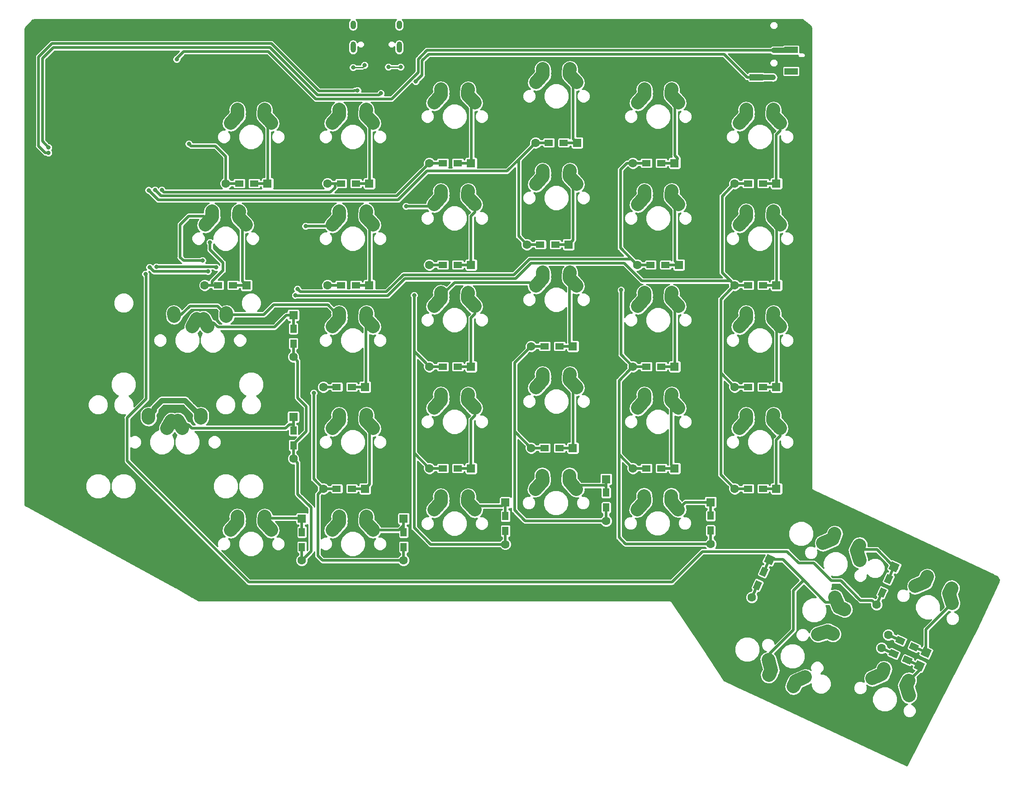
<source format=gbr>
G04 #@! TF.GenerationSoftware,KiCad,Pcbnew,(5.0.2)-1*
G04 #@! TF.CreationDate,2020-01-02T21:35:52+05:30*
G04 #@! TF.ProjectId,ergocape,6572676f-6361-4706-952e-6b696361645f,rev?*
G04 #@! TF.SameCoordinates,Original*
G04 #@! TF.FileFunction,Copper,L1,Top*
G04 #@! TF.FilePolarity,Positive*
%FSLAX46Y46*%
G04 Gerber Fmt 4.6, Leading zero omitted, Abs format (unit mm)*
G04 Created by KiCad (PCBNEW (5.0.2)-1) date 1/2/2020 9:35:52 PM*
%MOMM*%
%LPD*%
G01*
G04 APERTURE LIST*
G04 #@! TA.AperFunction,SMDPad,CuDef*
%ADD10C,2.500000*%
G04 #@! TD*
G04 #@! TA.AperFunction,Conductor*
%ADD11C,2.500000*%
G04 #@! TD*
G04 #@! TA.AperFunction,ComponentPad*
%ADD12C,2.000000*%
G04 #@! TD*
G04 #@! TA.AperFunction,Conductor*
%ADD13R,2.900000X0.500000*%
G04 #@! TD*
G04 #@! TA.AperFunction,ComponentPad*
%ADD14R,1.600000X1.600000*%
G04 #@! TD*
G04 #@! TA.AperFunction,ComponentPad*
%ADD15C,1.600000*%
G04 #@! TD*
G04 #@! TA.AperFunction,SMDPad,CuDef*
%ADD16R,1.600000X1.200000*%
G04 #@! TD*
G04 #@! TA.AperFunction,SMDPad,CuDef*
%ADD17R,1.200000X1.600000*%
G04 #@! TD*
G04 #@! TA.AperFunction,Conductor*
%ADD18R,0.500000X2.900000*%
G04 #@! TD*
G04 #@! TA.AperFunction,Conductor*
%ADD19C,0.500000*%
G04 #@! TD*
G04 #@! TA.AperFunction,Conductor*
%ADD20C,0.100000*%
G04 #@! TD*
G04 #@! TA.AperFunction,SMDPad,CuDef*
%ADD21C,1.200000*%
G04 #@! TD*
G04 #@! TA.AperFunction,ComponentPad*
%ADD22C,2.500000*%
G04 #@! TD*
G04 #@! TA.AperFunction,ComponentPad*
%ADD23O,1.000000X1.600000*%
G04 #@! TD*
G04 #@! TA.AperFunction,ComponentPad*
%ADD24O,1.000000X2.100000*%
G04 #@! TD*
G04 #@! TA.AperFunction,ViaPad*
%ADD25C,0.600000*%
G04 #@! TD*
G04 #@! TA.AperFunction,SMDPad,CuDef*
%ADD26R,2.500000X1.200000*%
G04 #@! TD*
G04 #@! TA.AperFunction,ViaPad*
%ADD27C,0.800000*%
G04 #@! TD*
G04 #@! TA.AperFunction,Conductor*
%ADD28C,1.016000*%
G04 #@! TD*
G04 #@! TA.AperFunction,Conductor*
%ADD29C,0.508000*%
G04 #@! TD*
G04 #@! TA.AperFunction,Conductor*
%ADD30C,0.250000*%
G04 #@! TD*
G04 #@! TA.AperFunction,Conductor*
%ADD31C,0.254000*%
G04 #@! TD*
G04 APERTURE END LIST*
D10*
G04 #@! TO.P,K_TH_1U_2,1*
G04 #@! TO.N,Net-(D_TH1_2-Pad1)*
X188056774Y-141731662D03*
D11*
G04 #@! TD*
G04 #@! TO.N,Net-(D_TH1_2-Pad1)*
G04 #@! TO.C,K_TH_1U_2*
X188197459Y-141477285D02*
X187916089Y-141986039D01*
D12*
G04 #@! TO.P,K_TH_1U_2,1*
G04 #@! TO.N,Net-(D_TH1_2-Pad1)*
X187916089Y-141986039D03*
X188197460Y-141477285D03*
G04 #@! TO.P,K_TH_1U_2,2*
G04 #@! TO.N,/ROW5*
X183173241Y-140326101D03*
X181368955Y-141095681D03*
G04 #@! TO.P,K_TH_1U_2,1*
G04 #@! TO.N,Net-(D_TH1_2-Pad1)*
X187704780Y-142439193D03*
X188275020Y-144316032D03*
G04 #@! TO.P,K_TH_1U_2,2*
G04 #@! TO.N,/ROW5*
X183384550Y-139872947D03*
X183593416Y-139330384D03*
D10*
X182271098Y-140710891D03*
D11*
G04 #@! TD*
G04 #@! TO.N,/ROW5*
G04 #@! TO.C,K_TH_1U_2*
X181368957Y-141095687D02*
X183173239Y-140326095D01*
D10*
G04 #@! TO.P,K_TH_1U_2,2*
G04 #@! TO.N,/ROW5*
X183488983Y-139601666D03*
D11*
G04 #@! TD*
G04 #@! TO.N,/ROW5*
G04 #@! TO.C,K_TH_1U_2*
X183593417Y-139330385D02*
X183384549Y-139872947D01*
D10*
G04 #@! TO.P,K_TH_1U_2,1*
G04 #@! TO.N,Net-(D_TH1_2-Pad1)*
X187989900Y-143377612D03*
D11*
G04 #@! TD*
G04 #@! TO.N,Net-(D_TH1_2-Pad1)*
G04 #@! TO.C,K_TH_1U_2*
X188275014Y-144316034D02*
X187704786Y-142439190D01*
D13*
G04 #@! TO.N,Net-(D_1-Pad1)*
G04 #@! TO.C,D_1*
X85843750Y-48418750D03*
G04 #@! TO.N,/COL2*
X80843750Y-48418750D03*
D14*
G04 #@! TD*
G04 #@! TO.P,D_1,1*
G04 #@! TO.N,Net-(D_1-Pad1)*
X87243750Y-48418750D03*
D15*
G04 #@! TO.P,D_1,2*
G04 #@! TO.N,/COL2*
X79443750Y-48418750D03*
D16*
X81943750Y-48418750D03*
G04 #@! TO.P,D_1,1*
G04 #@! TO.N,Net-(D_1-Pad1)*
X84743750Y-48418750D03*
G04 #@! TD*
D13*
G04 #@! TO.N,Net-(D_2-Pad1)*
G04 #@! TO.C,D_2*
X104893750Y-44608750D03*
G04 #@! TO.N,/COL3*
X99893750Y-44608750D03*
D14*
G04 #@! TD*
G04 #@! TO.P,D_2,1*
G04 #@! TO.N,Net-(D_2-Pad1)*
X106293750Y-44608750D03*
D15*
G04 #@! TO.P,D_2,2*
G04 #@! TO.N,/COL3*
X98493750Y-44608750D03*
D16*
X100993750Y-44608750D03*
G04 #@! TO.P,D_2,1*
G04 #@! TO.N,Net-(D_2-Pad1)*
X103793750Y-44608750D03*
G04 #@! TD*
G04 #@! TO.P,D_3,1*
G04 #@! TO.N,Net-(D_3-Pad1)*
X123637500Y-40798750D03*
G04 #@! TO.P,D_3,2*
G04 #@! TO.N,/COL4*
X120837500Y-40798750D03*
D15*
X118337500Y-40798750D03*
D14*
G04 #@! TO.P,D_3,1*
G04 #@! TO.N,Net-(D_3-Pad1)*
X126137500Y-40798750D03*
D13*
G04 #@! TD*
G04 #@! TO.N,/COL4*
G04 #@! TO.C,D_3*
X119737500Y-40798750D03*
G04 #@! TO.N,Net-(D_3-Pad1)*
G04 #@! TO.C,D_3*
X124737500Y-40798750D03*
G04 #@! TD*
G04 #@! TO.N,Net-(D_4-Pad1)*
G04 #@! TO.C,D_4*
X142993750Y-44608750D03*
G04 #@! TO.N,/COL5*
X137993750Y-44608750D03*
D14*
G04 #@! TD*
G04 #@! TO.P,D_4,1*
G04 #@! TO.N,Net-(D_4-Pad1)*
X144393750Y-44608750D03*
D15*
G04 #@! TO.P,D_4,2*
G04 #@! TO.N,/COL5*
X136593750Y-44608750D03*
D16*
X139093750Y-44608750D03*
G04 #@! TO.P,D_4,1*
G04 #@! TO.N,Net-(D_4-Pad1)*
X141893750Y-44608750D03*
G04 #@! TD*
G04 #@! TO.P,D_5,1*
G04 #@! TO.N,Net-(D_5-Pad1)*
X160943750Y-48418750D03*
G04 #@! TO.P,D_5,2*
G04 #@! TO.N,/COL6*
X158143750Y-48418750D03*
D15*
X155643750Y-48418750D03*
D14*
G04 #@! TO.P,D_5,1*
G04 #@! TO.N,Net-(D_5-Pad1)*
X163443750Y-48418750D03*
D13*
G04 #@! TD*
G04 #@! TO.N,/COL6*
G04 #@! TO.C,D_5*
X157043750Y-48418750D03*
G04 #@! TO.N,Net-(D_5-Pad1)*
G04 #@! TO.C,D_5*
X162043750Y-48418750D03*
G04 #@! TD*
D17*
G04 #@! TO.P,D_ALT1,1*
G04 #@! TO.N,Net-(D_ALT1-Pad1)*
X93662500Y-113693750D03*
G04 #@! TO.P,D_ALT1,2*
G04 #@! TO.N,/COL2*
X93662500Y-116493750D03*
D15*
X93662500Y-118993750D03*
D14*
G04 #@! TO.P,D_ALT1,1*
G04 #@! TO.N,Net-(D_ALT1-Pad1)*
X93662500Y-111193750D03*
D18*
G04 #@! TD*
G04 #@! TO.N,/COL2*
G04 #@! TO.C,D_ALT1*
X93662500Y-117593750D03*
G04 #@! TO.N,Net-(D_ALT1-Pad1)*
G04 #@! TO.C,D_ALT1*
X93662500Y-112593750D03*
G04 #@! TD*
G04 #@! TO.N,Net-(D_bot_1U_2-Pad1)*
G04 #@! TO.C,D_bot_1U_2*
X151130000Y-109514000D03*
G04 #@! TO.N,/COL5*
X151130000Y-114514000D03*
D14*
G04 #@! TD*
G04 #@! TO.P,D_bot_1U_2,1*
G04 #@! TO.N,Net-(D_bot_1U_2-Pad1)*
X151130000Y-108114000D03*
D15*
G04 #@! TO.P,D_bot_1U_2,2*
G04 #@! TO.N,/COL5*
X151130000Y-115914000D03*
D17*
X151130000Y-113414000D03*
G04 #@! TO.P,D_bot_1U_2,1*
G04 #@! TO.N,Net-(D_bot_1U_2-Pad1)*
X151130000Y-110614000D03*
G04 #@! TD*
D18*
G04 #@! TO.N,Net-(D_Bpt_1U_1-Pad1)*
G04 #@! TO.C,D_Bpt_1U_1*
X131572000Y-105196000D03*
G04 #@! TO.N,/COL4*
X131572000Y-110196000D03*
D14*
G04 #@! TD*
G04 #@! TO.P,D_Bpt_1U_1,1*
G04 #@! TO.N,Net-(D_Bpt_1U_1-Pad1)*
X131572000Y-103796000D03*
D15*
G04 #@! TO.P,D_Bpt_1U_1,2*
G04 #@! TO.N,/COL4*
X131572000Y-111596000D03*
D17*
X131572000Y-109096000D03*
G04 #@! TO.P,D_Bpt_1U_1,1*
G04 #@! TO.N,Net-(D_Bpt_1U_1-Pad1)*
X131572000Y-106296000D03*
G04 #@! TD*
D18*
G04 #@! TO.N,Net-(D_CAP1-Pad1)*
G04 #@! TO.C,D_CAP1*
X73025000Y-74493750D03*
G04 #@! TO.N,/COL1*
X73025000Y-79493750D03*
D14*
G04 #@! TD*
G04 #@! TO.P,D_CAP1,1*
G04 #@! TO.N,Net-(D_CAP1-Pad1)*
X73025000Y-73093750D03*
D15*
G04 #@! TO.P,D_CAP1,2*
G04 #@! TO.N,/COL1*
X73025000Y-80893750D03*
D17*
X73025000Y-78393750D03*
G04 #@! TO.P,D_CAP1,1*
G04 #@! TO.N,Net-(D_CAP1-Pad1)*
X73025000Y-75593750D03*
G04 #@! TD*
G04 #@! TO.P,D_CTRL1,1*
G04 #@! TO.N,Net-(D_CTRL1-Pad1)*
X74612500Y-113693750D03*
G04 #@! TO.P,D_CTRL1,2*
G04 #@! TO.N,/COL1*
X74612500Y-116493750D03*
D15*
X74612500Y-118993750D03*
D14*
G04 #@! TO.P,D_CTRL1,1*
G04 #@! TO.N,Net-(D_CTRL1-Pad1)*
X74612500Y-111193750D03*
D18*
G04 #@! TD*
G04 #@! TO.N,/COL1*
G04 #@! TO.C,D_CTRL1*
X74612500Y-117593750D03*
G04 #@! TO.N,Net-(D_CTRL1-Pad1)*
G04 #@! TO.C,D_CTRL1*
X74612500Y-112593750D03*
G04 #@! TD*
D13*
G04 #@! TO.N,Net-(D_D1-Pad1)*
G04 #@! TO.C,D_D1*
X123943750Y-78898750D03*
G04 #@! TO.N,/COL4*
X118943750Y-78898750D03*
D14*
G04 #@! TD*
G04 #@! TO.P,D_D1,1*
G04 #@! TO.N,Net-(D_D1-Pad1)*
X125343750Y-78898750D03*
D15*
G04 #@! TO.P,D_D1,2*
G04 #@! TO.N,/COL4*
X117543750Y-78898750D03*
D16*
X120043750Y-78898750D03*
G04 #@! TO.P,D_D1,1*
G04 #@! TO.N,Net-(D_D1-Pad1)*
X122843750Y-78898750D03*
G04 #@! TD*
G04 #@! TO.P,D_ESC1,1*
G04 #@! TO.N,Net-(D_ESC1-Pad1)*
X65693750Y-48418750D03*
G04 #@! TO.P,D_ESC1,2*
G04 #@! TO.N,/COL1*
X62893750Y-48418750D03*
D15*
X60393750Y-48418750D03*
D14*
G04 #@! TO.P,D_ESC1,1*
G04 #@! TO.N,Net-(D_ESC1-Pad1)*
X68193750Y-48418750D03*
D13*
G04 #@! TD*
G04 #@! TO.N,/COL1*
G04 #@! TO.C,D_ESC1*
X61793750Y-48418750D03*
G04 #@! TO.N,Net-(D_ESC1-Pad1)*
G04 #@! TO.C,D_ESC1*
X66793750Y-48418750D03*
G04 #@! TD*
D17*
G04 #@! TO.P,D_SHIFT_1,1*
G04 #@! TO.N,Net-(D_SHIFT_1-Pad1)*
X73025000Y-94643750D03*
G04 #@! TO.P,D_SHIFT_1,2*
G04 #@! TO.N,/COL1*
X73025000Y-97443750D03*
D15*
X73025000Y-99943750D03*
D14*
G04 #@! TO.P,D_SHIFT_1,1*
G04 #@! TO.N,Net-(D_SHIFT_1-Pad1)*
X73025000Y-92143750D03*
D18*
G04 #@! TD*
G04 #@! TO.N,/COL1*
G04 #@! TO.C,D_SHIFT_1*
X73025000Y-98543750D03*
G04 #@! TO.N,Net-(D_SHIFT_1-Pad1)*
G04 #@! TO.C,D_SHIFT_1*
X73025000Y-93543750D03*
G04 #@! TD*
D16*
G04 #@! TO.P,D_tAB1,1*
G04 #@! TO.N,Net-(D_tAB1-Pad1)*
X61725000Y-67468750D03*
G04 #@! TO.P,D_tAB1,2*
G04 #@! TO.N,/COL1*
X58925000Y-67468750D03*
D15*
X56425000Y-67468750D03*
D14*
G04 #@! TO.P,D_tAB1,1*
G04 #@! TO.N,Net-(D_tAB1-Pad1)*
X64225000Y-67468750D03*
D13*
G04 #@! TD*
G04 #@! TO.N,/COL1*
G04 #@! TO.C,D_tAB1*
X57825000Y-67468750D03*
G04 #@! TO.N,Net-(D_tAB1-Pad1)*
G04 #@! TO.C,D_tAB1*
X62825000Y-67468750D03*
G04 #@! TD*
D19*
G04 #@! TO.N,Net-(D_TH1_1-Pad1)*
G04 #@! TO.C,D_TH1_1*
X190200617Y-135632147D03*
D20*
G36*
X188780816Y-135245927D02*
X188992125Y-134792774D01*
X191620418Y-136018367D01*
X191409109Y-136471520D01*
X188780816Y-135245927D01*
X188780816Y-135245927D01*
G37*
D19*
G04 #@! TO.N,/COL7*
X185669079Y-133519053D03*
D20*
G36*
X184249278Y-133132833D02*
X184460587Y-132679680D01*
X187088880Y-133905273D01*
X186877571Y-134358426D01*
X184249278Y-133132833D01*
X184249278Y-133132833D01*
G37*
D15*
G04 #@! TD*
G04 #@! TO.P,D_TH1_1,1*
G04 #@! TO.N,Net-(D_TH1_1-Pad1)*
X191469448Y-136223811D03*
D20*
G04 #@! TO.N,Net-(D_TH1_1-Pad1)*
G04 #@! TO.C,D_TH1_1*
G36*
X190406307Y-136610763D02*
X191082496Y-135160670D01*
X192532589Y-135836859D01*
X191856400Y-137286952D01*
X190406307Y-136610763D01*
X190406307Y-136610763D01*
G37*
D15*
G04 #@! TD*
G04 #@! TO.P,D_TH1_1,2*
G04 #@! TO.N,/COL7*
X184400248Y-132927389D03*
D21*
G04 #@! TO.P,D_TH1_1,2*
G04 #@! TO.N,/COL7*
X186666017Y-133983934D03*
D20*
G04 #@! TD*
G04 #@! TO.N,/COL7*
G04 #@! TO.C,D_TH1_1*
G36*
X185687400Y-134189624D02*
X186194542Y-133102055D01*
X187644634Y-133778244D01*
X187137492Y-134865813D01*
X185687400Y-134189624D01*
X185687400Y-134189624D01*
G37*
D21*
G04 #@! TO.P,D_TH1_1,1*
G04 #@! TO.N,Net-(D_TH1_1-Pad1)*
X189203679Y-135167266D03*
D20*
G04 #@! TD*
G04 #@! TO.N,Net-(D_TH1_1-Pad1)*
G04 #@! TO.C,D_TH1_1*
G36*
X188225062Y-135372956D02*
X188732204Y-134285387D01*
X190182296Y-134961576D01*
X189675154Y-136049145D01*
X188225062Y-135372956D01*
X188225062Y-135372956D01*
G37*
D21*
G04 #@! TO.P,D_TH1_2,1*
G04 #@! TO.N,Net-(D_TH1_2-Pad1)*
X187953910Y-137666719D03*
D20*
G04 #@! TD*
G04 #@! TO.N,Net-(D_TH1_2-Pad1)*
G04 #@! TO.C,D_TH1_2*
G36*
X186975293Y-137872409D02*
X187482435Y-136784840D01*
X188932527Y-137461029D01*
X188425385Y-138548598D01*
X186975293Y-137872409D01*
X186975293Y-137872409D01*
G37*
D21*
G04 #@! TO.P,D_TH1_2,2*
G04 #@! TO.N,/COL7*
X185416248Y-136483387D03*
D20*
G04 #@! TD*
G04 #@! TO.N,/COL7*
G04 #@! TO.C,D_TH1_2*
G36*
X184437631Y-136689077D02*
X184944773Y-135601508D01*
X186394865Y-136277697D01*
X185887723Y-137365266D01*
X184437631Y-136689077D01*
X184437631Y-136689077D01*
G37*
D15*
G04 #@! TO.P,D_TH1_2,2*
G04 #@! TO.N,/COL7*
X183150479Y-135426842D03*
G04 #@! TO.P,D_TH1_2,1*
G04 #@! TO.N,Net-(D_TH1_2-Pad1)*
X190219679Y-138723264D03*
D20*
G04 #@! TD*
G04 #@! TO.N,Net-(D_TH1_2-Pad1)*
G04 #@! TO.C,D_TH1_2*
G36*
X189156538Y-139110216D02*
X189832727Y-137660123D01*
X191282820Y-138336312D01*
X190606631Y-139786405D01*
X189156538Y-139110216D01*
X189156538Y-139110216D01*
G37*
D19*
G04 #@! TO.N,/COL7*
G04 #@! TO.C,D_TH1_2*
X184419310Y-136018506D03*
D20*
G36*
X182999509Y-135632286D02*
X183210818Y-135179133D01*
X185839111Y-136404726D01*
X185627802Y-136857879D01*
X182999509Y-135632286D01*
X182999509Y-135632286D01*
G37*
D19*
G04 #@! TO.N,Net-(D_TH1_2-Pad1)*
X188950848Y-138131600D03*
D20*
G36*
X187531047Y-137745380D02*
X187742356Y-137292227D01*
X190370649Y-138517820D01*
X190159340Y-138970973D01*
X187531047Y-137745380D01*
X187531047Y-137745380D01*
G37*
G04 #@! TD*
D19*
G04 #@! TO.N,Net-(D_th_2U1-Pad1)*
G04 #@! TO.C,D_th_2U1*
X161559395Y-120117831D03*
D20*
G36*
X161173175Y-121537632D02*
X160720022Y-121326323D01*
X161945615Y-118698030D01*
X162398768Y-118909339D01*
X161173175Y-121537632D01*
X161173175Y-121537632D01*
G37*
D19*
G04 #@! TO.N,/COL6*
X159446301Y-124649369D03*
D20*
G36*
X159060081Y-126069170D02*
X158606928Y-125857861D01*
X159832521Y-123229568D01*
X160285674Y-123440877D01*
X159060081Y-126069170D01*
X159060081Y-126069170D01*
G37*
D15*
G04 #@! TD*
G04 #@! TO.P,D_th_2U1,1*
G04 #@! TO.N,Net-(D_th_2U1-Pad1)*
X162151059Y-118849000D03*
D20*
G04 #@! TO.N,Net-(D_th_2U1-Pad1)*
G04 #@! TO.C,D_th_2U1*
G36*
X162538011Y-119912141D02*
X161087918Y-119235952D01*
X161764107Y-117785859D01*
X163214200Y-118462048D01*
X162538011Y-119912141D01*
X162538011Y-119912141D01*
G37*
D15*
G04 #@! TD*
G04 #@! TO.P,D_th_2U1,2*
G04 #@! TO.N,/COL6*
X158854637Y-125918200D03*
D21*
G04 #@! TO.P,D_th_2U1,2*
G04 #@! TO.N,/COL6*
X159911182Y-123652431D03*
D20*
G04 #@! TD*
G04 #@! TO.N,/COL6*
G04 #@! TO.C,D_th_2U1*
G36*
X160116872Y-124631048D02*
X159029303Y-124123906D01*
X159705492Y-122673814D01*
X160793061Y-123180956D01*
X160116872Y-124631048D01*
X160116872Y-124631048D01*
G37*
D21*
G04 #@! TO.P,D_th_2U1,1*
G04 #@! TO.N,Net-(D_th_2U1-Pad1)*
X161094514Y-121114769D03*
D20*
G04 #@! TD*
G04 #@! TO.N,Net-(D_th_2U1-Pad1)*
G04 #@! TO.C,D_th_2U1*
G36*
X161300204Y-122093386D02*
X160212635Y-121586244D01*
X160888824Y-120136152D01*
X161976393Y-120643294D01*
X161300204Y-122093386D01*
X161300204Y-122093386D01*
G37*
D18*
G04 #@! TO.N,Net-(D_WIN1-Pad1)*
G04 #@! TO.C,D_WIN1*
X112712500Y-109577500D03*
G04 #@! TO.N,/COL3*
X112712500Y-114577500D03*
D14*
G04 #@! TD*
G04 #@! TO.P,D_WIN1,1*
G04 #@! TO.N,Net-(D_WIN1-Pad1)*
X112712500Y-108177500D03*
D15*
G04 #@! TO.P,D_WIN1,2*
G04 #@! TO.N,/COL3*
X112712500Y-115977500D03*
D17*
X112712500Y-113477500D03*
G04 #@! TO.P,D_WIN1,1*
G04 #@! TO.N,Net-(D_WIN1-Pad1)*
X112712500Y-110677500D03*
G04 #@! TD*
D13*
G04 #@! TO.N,Net-(DA1-Pad1)*
G04 #@! TO.C,DA1*
X85050000Y-86518750D03*
G04 #@! TO.N,/COL2*
X80050000Y-86518750D03*
D14*
G04 #@! TD*
G04 #@! TO.P,DA1,1*
G04 #@! TO.N,Net-(DA1-Pad1)*
X86450000Y-86518750D03*
D15*
G04 #@! TO.P,DA1,2*
G04 #@! TO.N,/COL2*
X78650000Y-86518750D03*
D16*
X81150000Y-86518750D03*
G04 #@! TO.P,DA1,1*
G04 #@! TO.N,Net-(DA1-Pad1)*
X83950000Y-86518750D03*
G04 #@! TD*
D13*
G04 #@! TO.N,Net-(DB1-Pad1)*
G04 #@! TO.C,DB1*
X162043750Y-105568750D03*
G04 #@! TO.N,/COL6*
X157043750Y-105568750D03*
D14*
G04 #@! TD*
G04 #@! TO.P,DB1,1*
G04 #@! TO.N,Net-(DB1-Pad1)*
X163443750Y-105568750D03*
D15*
G04 #@! TO.P,DB1,2*
G04 #@! TO.N,/COL6*
X155643750Y-105568750D03*
D16*
X158143750Y-105568750D03*
G04 #@! TO.P,DB1,1*
G04 #@! TO.N,Net-(DB1-Pad1)*
X160943750Y-105568750D03*
G04 #@! TD*
G04 #@! TO.P,DC1,1*
G04 #@! TO.N,Net-(DC1-Pad1)*
X122843750Y-97948750D03*
G04 #@! TO.P,DC1,2*
G04 #@! TO.N,/COL4*
X120043750Y-97948750D03*
D15*
X117543750Y-97948750D03*
D14*
G04 #@! TO.P,DC1,1*
G04 #@! TO.N,Net-(DC1-Pad1)*
X125343750Y-97948750D03*
D13*
G04 #@! TD*
G04 #@! TO.N,/COL4*
G04 #@! TO.C,DC1*
X118943750Y-97948750D03*
G04 #@! TO.N,Net-(DC1-Pad1)*
G04 #@! TO.C,DC1*
X123943750Y-97948750D03*
G04 #@! TD*
D16*
G04 #@! TO.P,DE1,1*
G04 #@! TO.N,Net-(DE1-Pad1)*
X122050000Y-59848750D03*
G04 #@! TO.P,DE1,2*
G04 #@! TO.N,/COL4*
X119250000Y-59848750D03*
D15*
X116750000Y-59848750D03*
D14*
G04 #@! TO.P,DE1,1*
G04 #@! TO.N,Net-(DE1-Pad1)*
X124550000Y-59848750D03*
D13*
G04 #@! TD*
G04 #@! TO.N,/COL4*
G04 #@! TO.C,DE1*
X118150000Y-59848750D03*
G04 #@! TO.N,Net-(DE1-Pad1)*
G04 #@! TO.C,DE1*
X123150000Y-59848750D03*
G04 #@! TD*
D16*
G04 #@! TO.P,DF1,1*
G04 #@! TO.N,Net-(DF1-Pad1)*
X141893750Y-82708750D03*
G04 #@! TO.P,DF1,2*
G04 #@! TO.N,/COL5*
X139093750Y-82708750D03*
D15*
X136593750Y-82708750D03*
D14*
G04 #@! TO.P,DF1,1*
G04 #@! TO.N,Net-(DF1-Pad1)*
X144393750Y-82708750D03*
D13*
G04 #@! TD*
G04 #@! TO.N,/COL5*
G04 #@! TO.C,DF1*
X137993750Y-82708750D03*
G04 #@! TO.N,Net-(DF1-Pad1)*
G04 #@! TO.C,DF1*
X142993750Y-82708750D03*
G04 #@! TD*
D16*
G04 #@! TO.P,DG1,1*
G04 #@! TO.N,Net-(DG1-Pad1)*
X160943750Y-86518750D03*
G04 #@! TO.P,DG1,2*
G04 #@! TO.N,/COL6*
X158143750Y-86518750D03*
D15*
X155643750Y-86518750D03*
D14*
G04 #@! TO.P,DG1,1*
G04 #@! TO.N,Net-(DG1-Pad1)*
X163443750Y-86518750D03*
D13*
G04 #@! TD*
G04 #@! TO.N,/COL6*
G04 #@! TO.C,DG1*
X157043750Y-86518750D03*
G04 #@! TO.N,Net-(DG1-Pad1)*
G04 #@! TO.C,DG1*
X162043750Y-86518750D03*
G04 #@! TD*
G04 #@! TO.N,Net-(DQ1-Pad1)*
G04 #@! TO.C,DQ1*
X85843750Y-67468750D03*
G04 #@! TO.N,/COL2*
X80843750Y-67468750D03*
D14*
G04 #@! TD*
G04 #@! TO.P,DQ1,1*
G04 #@! TO.N,Net-(DQ1-Pad1)*
X87243750Y-67468750D03*
D15*
G04 #@! TO.P,DQ1,2*
G04 #@! TO.N,/COL2*
X79443750Y-67468750D03*
D16*
X81943750Y-67468750D03*
G04 #@! TO.P,DQ1,1*
G04 #@! TO.N,Net-(DQ1-Pad1)*
X84743750Y-67468750D03*
G04 #@! TD*
D13*
G04 #@! TO.N,Net-(DR1-Pad1)*
G04 #@! TO.C,DR1*
X143787500Y-63658750D03*
G04 #@! TO.N,/COL5*
X138787500Y-63658750D03*
D14*
G04 #@! TD*
G04 #@! TO.P,DR1,1*
G04 #@! TO.N,Net-(DR1-Pad1)*
X145187500Y-63658750D03*
D15*
G04 #@! TO.P,DR1,2*
G04 #@! TO.N,/COL5*
X137387500Y-63658750D03*
D16*
X139887500Y-63658750D03*
G04 #@! TO.P,DR1,1*
G04 #@! TO.N,Net-(DR1-Pad1)*
X142687500Y-63658750D03*
G04 #@! TD*
G04 #@! TO.P,DS1,1*
G04 #@! TO.N,Net-(DS1-Pad1)*
X103793750Y-82708750D03*
G04 #@! TO.P,DS1,2*
G04 #@! TO.N,/COL3*
X100993750Y-82708750D03*
D15*
X98493750Y-82708750D03*
D14*
G04 #@! TO.P,DS1,1*
G04 #@! TO.N,Net-(DS1-Pad1)*
X106293750Y-82708750D03*
D13*
G04 #@! TD*
G04 #@! TO.N,/COL3*
G04 #@! TO.C,DS1*
X99893750Y-82708750D03*
G04 #@! TO.N,Net-(DS1-Pad1)*
G04 #@! TO.C,DS1*
X104893750Y-82708750D03*
G04 #@! TD*
D16*
G04 #@! TO.P,DT1,1*
G04 #@! TO.N,Net-(DT1-Pad1)*
X160943750Y-67468750D03*
G04 #@! TO.P,DT1,2*
G04 #@! TO.N,/COL6*
X158143750Y-67468750D03*
D15*
X155643750Y-67468750D03*
D14*
G04 #@! TO.P,DT1,1*
G04 #@! TO.N,Net-(DT1-Pad1)*
X163443750Y-67468750D03*
D13*
G04 #@! TD*
G04 #@! TO.N,/COL6*
G04 #@! TO.C,DT1*
X157043750Y-67468750D03*
G04 #@! TO.N,Net-(DT1-Pad1)*
G04 #@! TO.C,DT1*
X162043750Y-67468750D03*
G04 #@! TD*
D16*
G04 #@! TO.P,DV1,1*
G04 #@! TO.N,Net-(DV1-Pad1)*
X141893750Y-101758750D03*
G04 #@! TO.P,DV1,2*
G04 #@! TO.N,/COL5*
X139093750Y-101758750D03*
D15*
X136593750Y-101758750D03*
D14*
G04 #@! TO.P,DV1,1*
G04 #@! TO.N,Net-(DV1-Pad1)*
X144393750Y-101758750D03*
D13*
G04 #@! TD*
G04 #@! TO.N,/COL5*
G04 #@! TO.C,DV1*
X137993750Y-101758750D03*
G04 #@! TO.N,Net-(DV1-Pad1)*
G04 #@! TO.C,DV1*
X142993750Y-101758750D03*
G04 #@! TD*
G04 #@! TO.N,Net-(DW1-Pad1)*
G04 #@! TO.C,DW1*
X104893750Y-63658750D03*
G04 #@! TO.N,/COL3*
X99893750Y-63658750D03*
D14*
G04 #@! TD*
G04 #@! TO.P,DW1,1*
G04 #@! TO.N,Net-(DW1-Pad1)*
X106293750Y-63658750D03*
D15*
G04 #@! TO.P,DW1,2*
G04 #@! TO.N,/COL3*
X98493750Y-63658750D03*
D16*
X100993750Y-63658750D03*
G04 #@! TO.P,DW1,1*
G04 #@! TO.N,Net-(DW1-Pad1)*
X103793750Y-63658750D03*
G04 #@! TD*
G04 #@! TO.P,DX1,1*
G04 #@! TO.N,Net-(DX1-Pad1)*
X103793750Y-101758750D03*
G04 #@! TO.P,DX1,2*
G04 #@! TO.N,/COL3*
X100993750Y-101758750D03*
D15*
X98493750Y-101758750D03*
D14*
G04 #@! TO.P,DX1,1*
G04 #@! TO.N,Net-(DX1-Pad1)*
X106293750Y-101758750D03*
D13*
G04 #@! TD*
G04 #@! TO.N,/COL3*
G04 #@! TO.C,DX1*
X99893750Y-101758750D03*
G04 #@! TO.N,Net-(DX1-Pad1)*
G04 #@! TO.C,DX1*
X104893750Y-101758750D03*
G04 #@! TD*
G04 #@! TO.N,Net-(DZ1-Pad1)*
G04 #@! TO.C,DZ1*
X85050000Y-105568750D03*
G04 #@! TO.N,/COL2*
X80050000Y-105568750D03*
D14*
G04 #@! TD*
G04 #@! TO.P,DZ1,1*
G04 #@! TO.N,Net-(DZ1-Pad1)*
X86450000Y-105568750D03*
D15*
G04 #@! TO.P,DZ1,2*
G04 #@! TO.N,/COL2*
X78650000Y-105568750D03*
D16*
X81150000Y-105568750D03*
G04 #@! TO.P,DZ1,1*
G04 #@! TO.N,Net-(DZ1-Pad1)*
X83950000Y-105568750D03*
G04 #@! TD*
D10*
G04 #@! TO.P,K_2,1*
G04 #@! TO.N,Net-(D_2-Pad1)*
X105707500Y-31087500D03*
D11*
G04 #@! TD*
G04 #@! TO.N,Net-(D_2-Pad1)*
G04 #@! TO.C,K_2*
X105727499Y-30797500D02*
X105687501Y-31377500D01*
D12*
G04 #@! TO.P,K_2,1*
G04 #@! TO.N,Net-(D_2-Pad1)*
X105687500Y-31377500D03*
X105727500Y-30797500D03*
G04 #@! TO.P,K_2,2*
G04 #@! TO.N,/ROW1*
X100687500Y-31877500D03*
X99377500Y-33337500D03*
G04 #@! TO.P,K_2,1*
G04 #@! TO.N,Net-(D_2-Pad1)*
X105687500Y-31877500D03*
X106997500Y-33337500D03*
G04 #@! TO.P,K_2,2*
G04 #@! TO.N,/ROW1*
X100687500Y-31377500D03*
X100647500Y-30797500D03*
D10*
X100032500Y-32607500D03*
D11*
G04 #@! TD*
G04 #@! TO.N,/ROW1*
G04 #@! TO.C,K_2*
X99377505Y-33337504D02*
X100687495Y-31877496D01*
D10*
G04 #@! TO.P,K_2,2*
G04 #@! TO.N,/ROW1*
X100667500Y-31087500D03*
D11*
G04 #@! TD*
G04 #@! TO.N,/ROW1*
G04 #@! TO.C,K_2*
X100647501Y-30797500D02*
X100687499Y-31377500D01*
D10*
G04 #@! TO.P,K_2,1*
G04 #@! TO.N,Net-(D_2-Pad1)*
X106342500Y-32607500D03*
D11*
G04 #@! TD*
G04 #@! TO.N,Net-(D_2-Pad1)*
G04 #@! TO.C,K_2*
X106997495Y-33337504D02*
X105687505Y-31877496D01*
D10*
G04 #@! TO.P,K_3,1*
G04 #@! TO.N,Net-(D_3-Pad1)*
X125392500Y-28797500D03*
D11*
G04 #@! TD*
G04 #@! TO.N,Net-(D_3-Pad1)*
G04 #@! TO.C,K_3*
X126047495Y-29527504D02*
X124737505Y-28067496D01*
D10*
G04 #@! TO.P,K_3,2*
G04 #@! TO.N,/ROW1*
X119717500Y-27277500D03*
D11*
G04 #@! TD*
G04 #@! TO.N,/ROW1*
G04 #@! TO.C,K_3*
X119697501Y-26987500D02*
X119737499Y-27567500D01*
D10*
G04 #@! TO.P,K_3,2*
G04 #@! TO.N,/ROW1*
X119082500Y-28797500D03*
D11*
G04 #@! TD*
G04 #@! TO.N,/ROW1*
G04 #@! TO.C,K_3*
X118427505Y-29527504D02*
X119737495Y-28067496D01*
D12*
G04 #@! TO.P,K_3,2*
G04 #@! TO.N,/ROW1*
X119697500Y-26987500D03*
X119737500Y-27567500D03*
G04 #@! TO.P,K_3,1*
G04 #@! TO.N,Net-(D_3-Pad1)*
X126047500Y-29527500D03*
X124737500Y-28067500D03*
G04 #@! TO.P,K_3,2*
G04 #@! TO.N,/ROW1*
X118427500Y-29527500D03*
X119737500Y-28067500D03*
G04 #@! TO.P,K_3,1*
G04 #@! TO.N,Net-(D_3-Pad1)*
X124777500Y-26987500D03*
X124737500Y-27567500D03*
D10*
X124757500Y-27277500D03*
D11*
G04 #@! TD*
G04 #@! TO.N,Net-(D_3-Pad1)*
G04 #@! TO.C,K_3*
X124777499Y-26987500D02*
X124737501Y-27567500D01*
D10*
G04 #@! TO.P,K_4,1*
G04 #@! TO.N,Net-(D_4-Pad1)*
X143807500Y-31087500D03*
D11*
G04 #@! TD*
G04 #@! TO.N,Net-(D_4-Pad1)*
G04 #@! TO.C,K_4*
X143827499Y-30797500D02*
X143787501Y-31377500D01*
D12*
G04 #@! TO.P,K_4,1*
G04 #@! TO.N,Net-(D_4-Pad1)*
X143787500Y-31377500D03*
X143827500Y-30797500D03*
G04 #@! TO.P,K_4,2*
G04 #@! TO.N,/ROW1*
X138787500Y-31877500D03*
X137477500Y-33337500D03*
G04 #@! TO.P,K_4,1*
G04 #@! TO.N,Net-(D_4-Pad1)*
X143787500Y-31877500D03*
X145097500Y-33337500D03*
G04 #@! TO.P,K_4,2*
G04 #@! TO.N,/ROW1*
X138787500Y-31377500D03*
X138747500Y-30797500D03*
D10*
X138132500Y-32607500D03*
D11*
G04 #@! TD*
G04 #@! TO.N,/ROW1*
G04 #@! TO.C,K_4*
X137477505Y-33337504D02*
X138787495Y-31877496D01*
D10*
G04 #@! TO.P,K_4,2*
G04 #@! TO.N,/ROW1*
X138767500Y-31087500D03*
D11*
G04 #@! TD*
G04 #@! TO.N,/ROW1*
G04 #@! TO.C,K_4*
X138747501Y-30797500D02*
X138787499Y-31377500D01*
D10*
G04 #@! TO.P,K_4,1*
G04 #@! TO.N,Net-(D_4-Pad1)*
X144442500Y-32607500D03*
D11*
G04 #@! TD*
G04 #@! TO.N,Net-(D_4-Pad1)*
G04 #@! TO.C,K_4*
X145097495Y-33337504D02*
X143787505Y-31877496D01*
D10*
G04 #@! TO.P,K_5,1*
G04 #@! TO.N,Net-(D_5-Pad1)*
X162857500Y-34897500D03*
D11*
G04 #@! TD*
G04 #@! TO.N,Net-(D_5-Pad1)*
G04 #@! TO.C,K_5*
X162877499Y-34607500D02*
X162837501Y-35187500D01*
D12*
G04 #@! TO.P,K_5,1*
G04 #@! TO.N,Net-(D_5-Pad1)*
X162837500Y-35187500D03*
X162877500Y-34607500D03*
G04 #@! TO.P,K_5,2*
G04 #@! TO.N,/ROW1*
X157837500Y-35687500D03*
X156527500Y-37147500D03*
G04 #@! TO.P,K_5,1*
G04 #@! TO.N,Net-(D_5-Pad1)*
X162837500Y-35687500D03*
X164147500Y-37147500D03*
G04 #@! TO.P,K_5,2*
G04 #@! TO.N,/ROW1*
X157837500Y-35187500D03*
X157797500Y-34607500D03*
D10*
X157182500Y-36417500D03*
D11*
G04 #@! TD*
G04 #@! TO.N,/ROW1*
G04 #@! TO.C,K_5*
X156527505Y-37147504D02*
X157837495Y-35687496D01*
D10*
G04 #@! TO.P,K_5,2*
G04 #@! TO.N,/ROW1*
X157817500Y-34897500D03*
D11*
G04 #@! TD*
G04 #@! TO.N,/ROW1*
G04 #@! TO.C,K_5*
X157797501Y-34607500D02*
X157837499Y-35187500D01*
D10*
G04 #@! TO.P,K_5,1*
G04 #@! TO.N,Net-(D_5-Pad1)*
X163492500Y-36417500D03*
D11*
G04 #@! TD*
G04 #@! TO.N,Net-(D_5-Pad1)*
G04 #@! TO.C,K_5*
X164147495Y-37147504D02*
X162837505Y-35687496D01*
D10*
G04 #@! TO.P,K_A1,1*
G04 #@! TO.N,Net-(DA1-Pad1)*
X86657500Y-72997500D03*
D11*
G04 #@! TD*
G04 #@! TO.N,Net-(DA1-Pad1)*
G04 #@! TO.C,K_A1*
X86677499Y-72707500D02*
X86637501Y-73287500D01*
D12*
G04 #@! TO.P,K_A1,1*
G04 #@! TO.N,Net-(DA1-Pad1)*
X86637500Y-73287500D03*
X86677500Y-72707500D03*
G04 #@! TO.P,K_A1,2*
G04 #@! TO.N,/ROW3*
X81637500Y-73787500D03*
X80327500Y-75247500D03*
G04 #@! TO.P,K_A1,1*
G04 #@! TO.N,Net-(DA1-Pad1)*
X86637500Y-73787500D03*
X87947500Y-75247500D03*
G04 #@! TO.P,K_A1,2*
G04 #@! TO.N,/ROW3*
X81637500Y-73287500D03*
X81597500Y-72707500D03*
D10*
X80982500Y-74517500D03*
D11*
G04 #@! TD*
G04 #@! TO.N,/ROW3*
G04 #@! TO.C,K_A1*
X80327505Y-75247504D02*
X81637495Y-73787496D01*
D10*
G04 #@! TO.P,K_A1,2*
G04 #@! TO.N,/ROW3*
X81617500Y-72997500D03*
D11*
G04 #@! TD*
G04 #@! TO.N,/ROW3*
G04 #@! TO.C,K_A1*
X81597501Y-72707500D02*
X81637499Y-73287500D01*
D10*
G04 #@! TO.P,K_A1,1*
G04 #@! TO.N,Net-(DA1-Pad1)*
X87292500Y-74517500D03*
D11*
G04 #@! TD*
G04 #@! TO.N,Net-(DA1-Pad1)*
G04 #@! TO.C,K_A1*
X87947495Y-75247504D02*
X86637505Y-73787496D01*
D10*
G04 #@! TO.P,K_ALT1,1*
G04 #@! TO.N,Net-(D_ALT1-Pad1)*
X87292500Y-112617500D03*
D11*
G04 #@! TD*
G04 #@! TO.N,Net-(D_ALT1-Pad1)*
G04 #@! TO.C,K_ALT1*
X87947495Y-113347504D02*
X86637505Y-111887496D01*
D10*
G04 #@! TO.P,K_ALT1,2*
G04 #@! TO.N,/ROW5*
X81617500Y-111097500D03*
D11*
G04 #@! TD*
G04 #@! TO.N,/ROW5*
G04 #@! TO.C,K_ALT1*
X81597501Y-110807500D02*
X81637499Y-111387500D01*
D10*
G04 #@! TO.P,K_ALT1,2*
G04 #@! TO.N,/ROW5*
X80982500Y-112617500D03*
D11*
G04 #@! TD*
G04 #@! TO.N,/ROW5*
G04 #@! TO.C,K_ALT1*
X80327505Y-113347504D02*
X81637495Y-111887496D01*
D12*
G04 #@! TO.P,K_ALT1,2*
G04 #@! TO.N,/ROW5*
X81597500Y-110807500D03*
X81637500Y-111387500D03*
G04 #@! TO.P,K_ALT1,1*
G04 #@! TO.N,Net-(D_ALT1-Pad1)*
X87947500Y-113347500D03*
X86637500Y-111887500D03*
G04 #@! TO.P,K_ALT1,2*
G04 #@! TO.N,/ROW5*
X80327500Y-113347500D03*
X81637500Y-111887500D03*
G04 #@! TO.P,K_ALT1,1*
G04 #@! TO.N,Net-(D_ALT1-Pad1)*
X86677500Y-110807500D03*
X86637500Y-111387500D03*
D10*
X86657500Y-111097500D03*
D11*
G04 #@! TD*
G04 #@! TO.N,Net-(D_ALT1-Pad1)*
G04 #@! TO.C,K_ALT1*
X86677499Y-110807500D02*
X86637501Y-111387500D01*
D10*
G04 #@! TO.P,K_B1,1*
G04 #@! TO.N,Net-(DB1-Pad1)*
X163492500Y-93567500D03*
D11*
G04 #@! TD*
G04 #@! TO.N,Net-(DB1-Pad1)*
G04 #@! TO.C,K_B1*
X164147495Y-94297504D02*
X162837505Y-92837496D01*
D10*
G04 #@! TO.P,K_B1,2*
G04 #@! TO.N,/ROW4*
X157817500Y-92047500D03*
D11*
G04 #@! TD*
G04 #@! TO.N,/ROW4*
G04 #@! TO.C,K_B1*
X157797501Y-91757500D02*
X157837499Y-92337500D01*
D10*
G04 #@! TO.P,K_B1,2*
G04 #@! TO.N,/ROW4*
X157182500Y-93567500D03*
D11*
G04 #@! TD*
G04 #@! TO.N,/ROW4*
G04 #@! TO.C,K_B1*
X156527505Y-94297504D02*
X157837495Y-92837496D01*
D12*
G04 #@! TO.P,K_B1,2*
G04 #@! TO.N,/ROW4*
X157797500Y-91757500D03*
X157837500Y-92337500D03*
G04 #@! TO.P,K_B1,1*
G04 #@! TO.N,Net-(DB1-Pad1)*
X164147500Y-94297500D03*
X162837500Y-92837500D03*
G04 #@! TO.P,K_B1,2*
G04 #@! TO.N,/ROW4*
X156527500Y-94297500D03*
X157837500Y-92837500D03*
G04 #@! TO.P,K_B1,1*
G04 #@! TO.N,Net-(DB1-Pad1)*
X162877500Y-91757500D03*
X162837500Y-92337500D03*
D10*
X162857500Y-92047500D03*
D11*
G04 #@! TD*
G04 #@! TO.N,Net-(DB1-Pad1)*
G04 #@! TO.C,K_B1*
X162877499Y-91757500D02*
X162837501Y-92337500D01*
D10*
G04 #@! TO.P,K_BOT_1U_1,1*
G04 #@! TO.N,Net-(D_Bpt_1U_1-Pad1)*
X125329000Y-104934000D03*
D11*
G04 #@! TD*
G04 #@! TO.N,Net-(D_Bpt_1U_1-Pad1)*
G04 #@! TO.C,K_BOT_1U_1*
X125983995Y-105664004D02*
X124674005Y-104203996D01*
D10*
G04 #@! TO.P,K_BOT_1U_1,2*
G04 #@! TO.N,/ROW5*
X119654000Y-103414000D03*
D11*
G04 #@! TD*
G04 #@! TO.N,/ROW5*
G04 #@! TO.C,K_BOT_1U_1*
X119634001Y-103124000D02*
X119673999Y-103704000D01*
D10*
G04 #@! TO.P,K_BOT_1U_1,2*
G04 #@! TO.N,/ROW5*
X119019000Y-104934000D03*
D11*
G04 #@! TD*
G04 #@! TO.N,/ROW5*
G04 #@! TO.C,K_BOT_1U_1*
X118364005Y-105664004D02*
X119673995Y-104203996D01*
D12*
G04 #@! TO.P,K_BOT_1U_1,2*
G04 #@! TO.N,/ROW5*
X119634000Y-103124000D03*
X119674000Y-103704000D03*
G04 #@! TO.P,K_BOT_1U_1,1*
G04 #@! TO.N,Net-(D_Bpt_1U_1-Pad1)*
X125984000Y-105664000D03*
X124674000Y-104204000D03*
G04 #@! TO.P,K_BOT_1U_1,2*
G04 #@! TO.N,/ROW5*
X118364000Y-105664000D03*
X119674000Y-104204000D03*
G04 #@! TO.P,K_BOT_1U_1,1*
G04 #@! TO.N,Net-(D_Bpt_1U_1-Pad1)*
X124714000Y-103124000D03*
X124674000Y-103704000D03*
D10*
X124694000Y-103414000D03*
D11*
G04 #@! TD*
G04 #@! TO.N,Net-(D_Bpt_1U_1-Pad1)*
G04 #@! TO.C,K_BOT_1U_1*
X124713999Y-103124000D02*
X124674001Y-103704000D01*
D10*
G04 #@! TO.P,K_BOT_1U_2,1*
G04 #@! TO.N,Net-(D_bot_1U_2-Pad1)*
X144379000Y-108744000D03*
D11*
G04 #@! TD*
G04 #@! TO.N,Net-(D_bot_1U_2-Pad1)*
G04 #@! TO.C,K_BOT_1U_2*
X145033995Y-109474004D02*
X143724005Y-108013996D01*
D10*
G04 #@! TO.P,K_BOT_1U_2,2*
G04 #@! TO.N,/ROW5*
X138704000Y-107224000D03*
D11*
G04 #@! TD*
G04 #@! TO.N,/ROW5*
G04 #@! TO.C,K_BOT_1U_2*
X138684001Y-106934000D02*
X138723999Y-107514000D01*
D10*
G04 #@! TO.P,K_BOT_1U_2,2*
G04 #@! TO.N,/ROW5*
X138069000Y-108744000D03*
D11*
G04 #@! TD*
G04 #@! TO.N,/ROW5*
G04 #@! TO.C,K_BOT_1U_2*
X137414005Y-109474004D02*
X138723995Y-108013996D01*
D12*
G04 #@! TO.P,K_BOT_1U_2,2*
G04 #@! TO.N,/ROW5*
X138684000Y-106934000D03*
X138724000Y-107514000D03*
G04 #@! TO.P,K_BOT_1U_2,1*
G04 #@! TO.N,Net-(D_bot_1U_2-Pad1)*
X145034000Y-109474000D03*
X143724000Y-108014000D03*
G04 #@! TO.P,K_BOT_1U_2,2*
G04 #@! TO.N,/ROW5*
X137414000Y-109474000D03*
X138724000Y-108014000D03*
G04 #@! TO.P,K_BOT_1U_2,1*
G04 #@! TO.N,Net-(D_bot_1U_2-Pad1)*
X143764000Y-106934000D03*
X143724000Y-107514000D03*
D10*
X143744000Y-107224000D03*
D11*
G04 #@! TD*
G04 #@! TO.N,Net-(D_bot_1U_2-Pad1)*
G04 #@! TO.C,K_BOT_1U_2*
X143763999Y-106934000D02*
X143724001Y-107514000D01*
D10*
G04 #@! TO.P,K_C1,1*
G04 #@! TO.N,Net-(DC1-Pad1)*
X124757500Y-84427500D03*
D11*
G04 #@! TD*
G04 #@! TO.N,Net-(DC1-Pad1)*
G04 #@! TO.C,K_C1*
X124777499Y-84137500D02*
X124737501Y-84717500D01*
D12*
G04 #@! TO.P,K_C1,1*
G04 #@! TO.N,Net-(DC1-Pad1)*
X124737500Y-84717500D03*
X124777500Y-84137500D03*
G04 #@! TO.P,K_C1,2*
G04 #@! TO.N,/ROW4*
X119737500Y-85217500D03*
X118427500Y-86677500D03*
G04 #@! TO.P,K_C1,1*
G04 #@! TO.N,Net-(DC1-Pad1)*
X124737500Y-85217500D03*
X126047500Y-86677500D03*
G04 #@! TO.P,K_C1,2*
G04 #@! TO.N,/ROW4*
X119737500Y-84717500D03*
X119697500Y-84137500D03*
D10*
X119082500Y-85947500D03*
D11*
G04 #@! TD*
G04 #@! TO.N,/ROW4*
G04 #@! TO.C,K_C1*
X118427505Y-86677504D02*
X119737495Y-85217496D01*
D10*
G04 #@! TO.P,K_C1,2*
G04 #@! TO.N,/ROW4*
X119717500Y-84427500D03*
D11*
G04 #@! TD*
G04 #@! TO.N,/ROW4*
G04 #@! TO.C,K_C1*
X119697501Y-84137500D02*
X119737499Y-84717500D01*
D10*
G04 #@! TO.P,K_C1,1*
G04 #@! TO.N,Net-(DC1-Pad1)*
X125392500Y-85947500D03*
D11*
G04 #@! TD*
G04 #@! TO.N,Net-(DC1-Pad1)*
G04 #@! TO.C,K_C1*
X126047495Y-86677504D02*
X124737505Y-85217496D01*
D22*
G04 #@! TO.P,K_CAPS1,1*
G04 #@! TO.N,Net-(D_CAP1-Pad1)*
X54538750Y-74517500D03*
D11*
G04 #@! TD*
G04 #@! TO.N,Net-(D_CAP1-Pad1)*
G04 #@! TO.C,K_CAPS1*
X54944203Y-73787546D02*
X54133297Y-75247454D01*
D22*
G04 #@! TO.P,K_CAPS1,2*
G04 #@! TO.N,/ROW3*
X60463750Y-72997500D03*
D11*
G04 #@! TD*
G04 #@! TO.N,/ROW3*
G04 #@! TO.C,K_CAPS1*
X60483474Y-72708172D02*
X60444026Y-73286828D01*
D10*
G04 #@! TO.P,K_CTRL1,1*
G04 #@! TO.N,Net-(D_CTRL1-Pad1)*
X68242500Y-112617500D03*
D11*
G04 #@! TD*
G04 #@! TO.N,Net-(D_CTRL1-Pad1)*
G04 #@! TO.C,K_CTRL1*
X68897495Y-113347504D02*
X67587505Y-111887496D01*
D10*
G04 #@! TO.P,K_CTRL1,2*
G04 #@! TO.N,/ROW5*
X62567500Y-111097500D03*
D11*
G04 #@! TD*
G04 #@! TO.N,/ROW5*
G04 #@! TO.C,K_CTRL1*
X62547501Y-110807500D02*
X62587499Y-111387500D01*
D10*
G04 #@! TO.P,K_CTRL1,2*
G04 #@! TO.N,/ROW5*
X61932500Y-112617500D03*
D11*
G04 #@! TD*
G04 #@! TO.N,/ROW5*
G04 #@! TO.C,K_CTRL1*
X61277505Y-113347504D02*
X62587495Y-111887496D01*
D12*
G04 #@! TO.P,K_CTRL1,2*
G04 #@! TO.N,/ROW5*
X62547500Y-110807500D03*
X62587500Y-111387500D03*
G04 #@! TO.P,K_CTRL1,1*
G04 #@! TO.N,Net-(D_CTRL1-Pad1)*
X68897500Y-113347500D03*
X67587500Y-111887500D03*
G04 #@! TO.P,K_CTRL1,2*
G04 #@! TO.N,/ROW5*
X61277500Y-113347500D03*
X62587500Y-111887500D03*
G04 #@! TO.P,K_CTRL1,1*
G04 #@! TO.N,Net-(D_CTRL1-Pad1)*
X67627500Y-110807500D03*
X67587500Y-111387500D03*
D10*
X67607500Y-111097500D03*
D11*
G04 #@! TD*
G04 #@! TO.N,Net-(D_CTRL1-Pad1)*
G04 #@! TO.C,K_CTRL1*
X67627499Y-110807500D02*
X67587501Y-111387500D01*
D10*
G04 #@! TO.P,K_D1,1*
G04 #@! TO.N,Net-(D_D1-Pad1)*
X124757500Y-65377500D03*
D11*
G04 #@! TD*
G04 #@! TO.N,Net-(D_D1-Pad1)*
G04 #@! TO.C,K_D1*
X124777499Y-65087500D02*
X124737501Y-65667500D01*
D12*
G04 #@! TO.P,K_D1,1*
G04 #@! TO.N,Net-(D_D1-Pad1)*
X124737500Y-65667500D03*
X124777500Y-65087500D03*
G04 #@! TO.P,K_D1,2*
G04 #@! TO.N,/ROW3*
X119737500Y-66167500D03*
X118427500Y-67627500D03*
G04 #@! TO.P,K_D1,1*
G04 #@! TO.N,Net-(D_D1-Pad1)*
X124737500Y-66167500D03*
X126047500Y-67627500D03*
G04 #@! TO.P,K_D1,2*
G04 #@! TO.N,/ROW3*
X119737500Y-65667500D03*
X119697500Y-65087500D03*
D10*
X119082500Y-66897500D03*
D11*
G04 #@! TD*
G04 #@! TO.N,/ROW3*
G04 #@! TO.C,K_D1*
X118427505Y-67627504D02*
X119737495Y-66167496D01*
D10*
G04 #@! TO.P,K_D1,2*
G04 #@! TO.N,/ROW3*
X119717500Y-65377500D03*
D11*
G04 #@! TD*
G04 #@! TO.N,/ROW3*
G04 #@! TO.C,K_D1*
X119697501Y-65087500D02*
X119737499Y-65667500D01*
D10*
G04 #@! TO.P,K_D1,1*
G04 #@! TO.N,Net-(D_D1-Pad1)*
X125392500Y-66897500D03*
D11*
G04 #@! TD*
G04 #@! TO.N,Net-(D_D1-Pad1)*
G04 #@! TO.C,K_D1*
X126047495Y-67627504D02*
X124737505Y-66167496D01*
D10*
G04 #@! TO.P,K_E1,1*
G04 #@! TO.N,Net-(DE1-Pad1)*
X124757500Y-46327500D03*
D11*
G04 #@! TD*
G04 #@! TO.N,Net-(DE1-Pad1)*
G04 #@! TO.C,K_E1*
X124777499Y-46037500D02*
X124737501Y-46617500D01*
D12*
G04 #@! TO.P,K_E1,1*
G04 #@! TO.N,Net-(DE1-Pad1)*
X124737500Y-46617500D03*
X124777500Y-46037500D03*
G04 #@! TO.P,K_E1,2*
G04 #@! TO.N,/ROW2*
X119737500Y-47117500D03*
X118427500Y-48577500D03*
G04 #@! TO.P,K_E1,1*
G04 #@! TO.N,Net-(DE1-Pad1)*
X124737500Y-47117500D03*
X126047500Y-48577500D03*
G04 #@! TO.P,K_E1,2*
G04 #@! TO.N,/ROW2*
X119737500Y-46617500D03*
X119697500Y-46037500D03*
D10*
X119082500Y-47847500D03*
D11*
G04 #@! TD*
G04 #@! TO.N,/ROW2*
G04 #@! TO.C,K_E1*
X118427505Y-48577504D02*
X119737495Y-47117496D01*
D10*
G04 #@! TO.P,K_E1,2*
G04 #@! TO.N,/ROW2*
X119717500Y-46327500D03*
D11*
G04 #@! TD*
G04 #@! TO.N,/ROW2*
G04 #@! TO.C,K_E1*
X119697501Y-46037500D02*
X119737499Y-46617500D01*
D10*
G04 #@! TO.P,K_E1,1*
G04 #@! TO.N,Net-(DE1-Pad1)*
X125392500Y-47847500D03*
D11*
G04 #@! TD*
G04 #@! TO.N,Net-(DE1-Pad1)*
G04 #@! TO.C,K_E1*
X126047495Y-48577504D02*
X124737505Y-47117496D01*
D22*
G04 #@! TO.P,K_ENTER_rev_2.25u_1,2*
G04 #@! TO.N,/ROW3*
X50661250Y-72997500D03*
D11*
G04 #@! TD*
G04 #@! TO.N,/ROW3*
G04 #@! TO.C,K_ENTER_rev_2.25u_1*
X50680974Y-73286828D02*
X50641526Y-72708172D01*
D22*
G04 #@! TO.P,K_ENTER_rev_2.25u_1,1*
G04 #@! TO.N,Net-(D_CAP1-Pad1)*
X56586250Y-74517500D03*
D11*
G04 #@! TD*
G04 #@! TO.N,Net-(D_CAP1-Pad1)*
G04 #@! TO.C,K_ENTER_rev_2.25u_1*
X56991703Y-75247454D02*
X56180797Y-73787546D01*
D10*
G04 #@! TO.P,K_ESC1,1*
G04 #@! TO.N,Net-(D_ESC1-Pad1)*
X68242500Y-36417500D03*
D11*
G04 #@! TD*
G04 #@! TO.N,Net-(D_ESC1-Pad1)*
G04 #@! TO.C,K_ESC1*
X68897495Y-37147504D02*
X67587505Y-35687496D01*
D10*
G04 #@! TO.P,K_ESC1,2*
G04 #@! TO.N,/ROW1*
X62567500Y-34897500D03*
D11*
G04 #@! TD*
G04 #@! TO.N,/ROW1*
G04 #@! TO.C,K_ESC1*
X62547501Y-34607500D02*
X62587499Y-35187500D01*
D10*
G04 #@! TO.P,K_ESC1,2*
G04 #@! TO.N,/ROW1*
X61932500Y-36417500D03*
D11*
G04 #@! TD*
G04 #@! TO.N,/ROW1*
G04 #@! TO.C,K_ESC1*
X61277505Y-37147504D02*
X62587495Y-35687496D01*
D12*
G04 #@! TO.P,K_ESC1,2*
G04 #@! TO.N,/ROW1*
X62547500Y-34607500D03*
X62587500Y-35187500D03*
G04 #@! TO.P,K_ESC1,1*
G04 #@! TO.N,Net-(D_ESC1-Pad1)*
X68897500Y-37147500D03*
X67587500Y-35687500D03*
G04 #@! TO.P,K_ESC1,2*
G04 #@! TO.N,/ROW1*
X61277500Y-37147500D03*
X62587500Y-35687500D03*
G04 #@! TO.P,K_ESC1,1*
G04 #@! TO.N,Net-(D_ESC1-Pad1)*
X67627500Y-34607500D03*
X67587500Y-35187500D03*
D10*
X67607500Y-34897500D03*
D11*
G04 #@! TD*
G04 #@! TO.N,Net-(D_ESC1-Pad1)*
G04 #@! TO.C,K_ESC1*
X67627499Y-34607500D02*
X67587501Y-35187500D01*
D10*
G04 #@! TO.P,K_F1,1*
G04 #@! TO.N,Net-(DF1-Pad1)*
X144442500Y-70707500D03*
D11*
G04 #@! TD*
G04 #@! TO.N,Net-(DF1-Pad1)*
G04 #@! TO.C,K_F1*
X145097495Y-71437504D02*
X143787505Y-69977496D01*
D10*
G04 #@! TO.P,K_F1,2*
G04 #@! TO.N,/ROW3*
X138767500Y-69187500D03*
D11*
G04 #@! TD*
G04 #@! TO.N,/ROW3*
G04 #@! TO.C,K_F1*
X138747501Y-68897500D02*
X138787499Y-69477500D01*
D10*
G04 #@! TO.P,K_F1,2*
G04 #@! TO.N,/ROW3*
X138132500Y-70707500D03*
D11*
G04 #@! TD*
G04 #@! TO.N,/ROW3*
G04 #@! TO.C,K_F1*
X137477505Y-71437504D02*
X138787495Y-69977496D01*
D12*
G04 #@! TO.P,K_F1,2*
G04 #@! TO.N,/ROW3*
X138747500Y-68897500D03*
X138787500Y-69477500D03*
G04 #@! TO.P,K_F1,1*
G04 #@! TO.N,Net-(DF1-Pad1)*
X145097500Y-71437500D03*
X143787500Y-69977500D03*
G04 #@! TO.P,K_F1,2*
G04 #@! TO.N,/ROW3*
X137477500Y-71437500D03*
X138787500Y-69977500D03*
G04 #@! TO.P,K_F1,1*
G04 #@! TO.N,Net-(DF1-Pad1)*
X143827500Y-68897500D03*
X143787500Y-69477500D03*
D10*
X143807500Y-69187500D03*
D11*
G04 #@! TD*
G04 #@! TO.N,Net-(DF1-Pad1)*
G04 #@! TO.C,K_F1*
X143827499Y-68897500D02*
X143787501Y-69477500D01*
D10*
G04 #@! TO.P,K_G1,1*
G04 #@! TO.N,Net-(DG1-Pad1)*
X162857500Y-72997500D03*
D11*
G04 #@! TD*
G04 #@! TO.N,Net-(DG1-Pad1)*
G04 #@! TO.C,K_G1*
X162877499Y-72707500D02*
X162837501Y-73287500D01*
D12*
G04 #@! TO.P,K_G1,1*
G04 #@! TO.N,Net-(DG1-Pad1)*
X162837500Y-73287500D03*
X162877500Y-72707500D03*
G04 #@! TO.P,K_G1,2*
G04 #@! TO.N,/ROW3*
X157837500Y-73787500D03*
X156527500Y-75247500D03*
G04 #@! TO.P,K_G1,1*
G04 #@! TO.N,Net-(DG1-Pad1)*
X162837500Y-73787500D03*
X164147500Y-75247500D03*
G04 #@! TO.P,K_G1,2*
G04 #@! TO.N,/ROW3*
X157837500Y-73287500D03*
X157797500Y-72707500D03*
D10*
X157182500Y-74517500D03*
D11*
G04 #@! TD*
G04 #@! TO.N,/ROW3*
G04 #@! TO.C,K_G1*
X156527505Y-75247504D02*
X157837495Y-73787496D01*
D10*
G04 #@! TO.P,K_G1,2*
G04 #@! TO.N,/ROW3*
X157817500Y-72997500D03*
D11*
G04 #@! TD*
G04 #@! TO.N,/ROW3*
G04 #@! TO.C,K_G1*
X157797501Y-72707500D02*
X157837499Y-73287500D01*
D10*
G04 #@! TO.P,K_G1,1*
G04 #@! TO.N,Net-(DG1-Pad1)*
X163492500Y-74517500D03*
D11*
G04 #@! TD*
G04 #@! TO.N,Net-(DG1-Pad1)*
G04 #@! TO.C,K_G1*
X164147495Y-75247504D02*
X162837505Y-73787496D01*
D10*
G04 #@! TO.P,K_Q1,1*
G04 #@! TO.N,Net-(DQ1-Pad1)*
X87292500Y-55467500D03*
D11*
G04 #@! TD*
G04 #@! TO.N,Net-(DQ1-Pad1)*
G04 #@! TO.C,K_Q1*
X87947495Y-56197504D02*
X86637505Y-54737496D01*
D10*
G04 #@! TO.P,K_Q1,2*
G04 #@! TO.N,/ROW2*
X81617500Y-53947500D03*
D11*
G04 #@! TD*
G04 #@! TO.N,/ROW2*
G04 #@! TO.C,K_Q1*
X81597501Y-53657500D02*
X81637499Y-54237500D01*
D10*
G04 #@! TO.P,K_Q1,2*
G04 #@! TO.N,/ROW2*
X80982500Y-55467500D03*
D11*
G04 #@! TD*
G04 #@! TO.N,/ROW2*
G04 #@! TO.C,K_Q1*
X80327505Y-56197504D02*
X81637495Y-54737496D01*
D12*
G04 #@! TO.P,K_Q1,2*
G04 #@! TO.N,/ROW2*
X81597500Y-53657500D03*
X81637500Y-54237500D03*
G04 #@! TO.P,K_Q1,1*
G04 #@! TO.N,Net-(DQ1-Pad1)*
X87947500Y-56197500D03*
X86637500Y-54737500D03*
G04 #@! TO.P,K_Q1,2*
G04 #@! TO.N,/ROW2*
X80327500Y-56197500D03*
X81637500Y-54737500D03*
G04 #@! TO.P,K_Q1,1*
G04 #@! TO.N,Net-(DQ1-Pad1)*
X86677500Y-53657500D03*
X86637500Y-54237500D03*
D10*
X86657500Y-53947500D03*
D11*
G04 #@! TD*
G04 #@! TO.N,Net-(DQ1-Pad1)*
G04 #@! TO.C,K_Q1*
X86677499Y-53657500D02*
X86637501Y-54237500D01*
D10*
G04 #@! TO.P,K_R1,1*
G04 #@! TO.N,Net-(DR1-Pad1)*
X144442500Y-51657500D03*
D11*
G04 #@! TD*
G04 #@! TO.N,Net-(DR1-Pad1)*
G04 #@! TO.C,K_R1*
X145097495Y-52387504D02*
X143787505Y-50927496D01*
D10*
G04 #@! TO.P,K_R1,2*
G04 #@! TO.N,/ROW2*
X138767500Y-50137500D03*
D11*
G04 #@! TD*
G04 #@! TO.N,/ROW2*
G04 #@! TO.C,K_R1*
X138747501Y-49847500D02*
X138787499Y-50427500D01*
D10*
G04 #@! TO.P,K_R1,2*
G04 #@! TO.N,/ROW2*
X138132500Y-51657500D03*
D11*
G04 #@! TD*
G04 #@! TO.N,/ROW2*
G04 #@! TO.C,K_R1*
X137477505Y-52387504D02*
X138787495Y-50927496D01*
D12*
G04 #@! TO.P,K_R1,2*
G04 #@! TO.N,/ROW2*
X138747500Y-49847500D03*
X138787500Y-50427500D03*
G04 #@! TO.P,K_R1,1*
G04 #@! TO.N,Net-(DR1-Pad1)*
X145097500Y-52387500D03*
X143787500Y-50927500D03*
G04 #@! TO.P,K_R1,2*
G04 #@! TO.N,/ROW2*
X137477500Y-52387500D03*
X138787500Y-50927500D03*
G04 #@! TO.P,K_R1,1*
G04 #@! TO.N,Net-(DR1-Pad1)*
X143827500Y-49847500D03*
X143787500Y-50427500D03*
D10*
X143807500Y-50137500D03*
D11*
G04 #@! TD*
G04 #@! TO.N,Net-(DR1-Pad1)*
G04 #@! TO.C,K_R1*
X143827499Y-49847500D02*
X143787501Y-50427500D01*
D10*
G04 #@! TO.P,K_S1,1*
G04 #@! TO.N,Net-(DS1-Pad1)*
X106342500Y-70707500D03*
D11*
G04 #@! TD*
G04 #@! TO.N,Net-(DS1-Pad1)*
G04 #@! TO.C,K_S1*
X106997495Y-71437504D02*
X105687505Y-69977496D01*
D10*
G04 #@! TO.P,K_S1,2*
G04 #@! TO.N,/ROW3*
X100667500Y-69187500D03*
D11*
G04 #@! TD*
G04 #@! TO.N,/ROW3*
G04 #@! TO.C,K_S1*
X100647501Y-68897500D02*
X100687499Y-69477500D01*
D10*
G04 #@! TO.P,K_S1,2*
G04 #@! TO.N,/ROW3*
X100032500Y-70707500D03*
D11*
G04 #@! TD*
G04 #@! TO.N,/ROW3*
G04 #@! TO.C,K_S1*
X99377505Y-71437504D02*
X100687495Y-69977496D01*
D12*
G04 #@! TO.P,K_S1,2*
G04 #@! TO.N,/ROW3*
X100647500Y-68897500D03*
X100687500Y-69477500D03*
G04 #@! TO.P,K_S1,1*
G04 #@! TO.N,Net-(DS1-Pad1)*
X106997500Y-71437500D03*
X105687500Y-69977500D03*
G04 #@! TO.P,K_S1,2*
G04 #@! TO.N,/ROW3*
X99377500Y-71437500D03*
X100687500Y-69977500D03*
G04 #@! TO.P,K_S1,1*
G04 #@! TO.N,Net-(DS1-Pad1)*
X105727500Y-68897500D03*
X105687500Y-69477500D03*
D10*
X105707500Y-69187500D03*
D11*
G04 #@! TD*
G04 #@! TO.N,Net-(DS1-Pad1)*
G04 #@! TO.C,K_S1*
X105727499Y-68897500D02*
X105687501Y-69477500D01*
D22*
G04 #@! TO.P,K_SHIFT1,1*
G04 #@! TO.N,Net-(D_SHIFT_1-Pad1)*
X49776250Y-93567500D03*
D11*
G04 #@! TD*
G04 #@! TO.N,Net-(D_SHIFT_1-Pad1)*
G04 #@! TO.C,K_SHIFT1*
X50181703Y-92837546D02*
X49370797Y-94297454D01*
D22*
G04 #@! TO.P,K_SHIFT1,2*
G04 #@! TO.N,/ROW4*
X55701250Y-92047500D03*
D11*
G04 #@! TD*
G04 #@! TO.N,/ROW4*
G04 #@! TO.C,K_SHIFT1*
X55720974Y-91758172D02*
X55681526Y-92336828D01*
D22*
G04 #@! TO.P,K_SHIFT_REV_2.75_1,1*
G04 #@! TO.N,Net-(D_SHIFT_1-Pad1)*
X51823750Y-93567500D03*
D11*
G04 #@! TD*
G04 #@! TO.N,Net-(D_SHIFT_1-Pad1)*
G04 #@! TO.C,K_SHIFT_REV_2.75_1*
X52229203Y-94297454D02*
X51418297Y-92837546D01*
D22*
G04 #@! TO.P,K_SHIFT_REV_2.75_1,2*
G04 #@! TO.N,/ROW4*
X45898750Y-92047500D03*
D11*
G04 #@! TD*
G04 #@! TO.N,/ROW4*
G04 #@! TO.C,K_SHIFT_REV_2.75_1*
X45918474Y-92336828D02*
X45879026Y-91758172D01*
D10*
G04 #@! TO.P,K_T1,1*
G04 #@! TO.N,Net-(DT1-Pad1)*
X162857500Y-53947500D03*
D11*
G04 #@! TD*
G04 #@! TO.N,Net-(DT1-Pad1)*
G04 #@! TO.C,K_T1*
X162877499Y-53657500D02*
X162837501Y-54237500D01*
D12*
G04 #@! TO.P,K_T1,1*
G04 #@! TO.N,Net-(DT1-Pad1)*
X162837500Y-54237500D03*
X162877500Y-53657500D03*
G04 #@! TO.P,K_T1,2*
G04 #@! TO.N,/ROW2*
X157837500Y-54737500D03*
X156527500Y-56197500D03*
G04 #@! TO.P,K_T1,1*
G04 #@! TO.N,Net-(DT1-Pad1)*
X162837500Y-54737500D03*
X164147500Y-56197500D03*
G04 #@! TO.P,K_T1,2*
G04 #@! TO.N,/ROW2*
X157837500Y-54237500D03*
X157797500Y-53657500D03*
D10*
X157182500Y-55467500D03*
D11*
G04 #@! TD*
G04 #@! TO.N,/ROW2*
G04 #@! TO.C,K_T1*
X156527505Y-56197504D02*
X157837495Y-54737496D01*
D10*
G04 #@! TO.P,K_T1,2*
G04 #@! TO.N,/ROW2*
X157817500Y-53947500D03*
D11*
G04 #@! TD*
G04 #@! TO.N,/ROW2*
G04 #@! TO.C,K_T1*
X157797501Y-53657500D02*
X157837499Y-54237500D01*
D10*
G04 #@! TO.P,K_T1,1*
G04 #@! TO.N,Net-(DT1-Pad1)*
X163492500Y-55467500D03*
D11*
G04 #@! TD*
G04 #@! TO.N,Net-(DT1-Pad1)*
G04 #@! TO.C,K_T1*
X164147495Y-56197504D02*
X162837505Y-54737496D01*
D10*
G04 #@! TO.P,K_TH_1U_1,1*
G04 #@! TO.N,Net-(D_TH1_1-Pad1)*
X196107653Y-124466499D03*
D11*
G04 #@! TD*
G04 #@! TO.N,Net-(D_TH1_1-Pad1)*
G04 #@! TO.C,K_TH_1U_1*
X196248338Y-124212122D02*
X195966968Y-124720876D01*
D12*
G04 #@! TO.P,K_TH_1U_1,1*
G04 #@! TO.N,Net-(D_TH1_1-Pad1)*
X195966968Y-124720876D03*
X196248339Y-124212122D03*
G04 #@! TO.P,K_TH_1U_1,2*
G04 #@! TO.N,/ROW4*
X191224120Y-123060938D03*
X189419834Y-123830518D03*
G04 #@! TO.P,K_TH_1U_1,1*
G04 #@! TO.N,Net-(D_TH1_1-Pad1)*
X195755659Y-125174030D03*
X196325899Y-127050869D03*
G04 #@! TO.P,K_TH_1U_1,2*
G04 #@! TO.N,/ROW4*
X191435429Y-122607784D03*
X191644295Y-122065221D03*
D10*
X190321977Y-123445728D03*
D11*
G04 #@! TD*
G04 #@! TO.N,/ROW4*
G04 #@! TO.C,K_TH_1U_1*
X189419836Y-123830524D02*
X191224118Y-123060932D01*
D10*
G04 #@! TO.P,K_TH_1U_1,2*
G04 #@! TO.N,/ROW4*
X191539862Y-122336503D03*
D11*
G04 #@! TD*
G04 #@! TO.N,/ROW4*
G04 #@! TO.C,K_TH_1U_1*
X191644296Y-122065222D02*
X191435428Y-122607784D01*
D10*
G04 #@! TO.P,K_TH_1U_1,1*
G04 #@! TO.N,Net-(D_TH1_1-Pad1)*
X196040779Y-126112449D03*
D11*
G04 #@! TD*
G04 #@! TO.N,Net-(D_TH1_1-Pad1)*
G04 #@! TO.C,K_TH_1U_1*
X196325893Y-127050871D02*
X195755665Y-125174027D01*
D10*
G04 #@! TO.P,K_V1,1*
G04 #@! TO.N,Net-(DV1-Pad1)*
X143807500Y-88237500D03*
D11*
G04 #@! TD*
G04 #@! TO.N,Net-(DV1-Pad1)*
G04 #@! TO.C,K_V1*
X143827499Y-87947500D02*
X143787501Y-88527500D01*
D12*
G04 #@! TO.P,K_V1,1*
G04 #@! TO.N,Net-(DV1-Pad1)*
X143787500Y-88527500D03*
X143827500Y-87947500D03*
G04 #@! TO.P,K_V1,2*
G04 #@! TO.N,/ROW4*
X138787500Y-89027500D03*
X137477500Y-90487500D03*
G04 #@! TO.P,K_V1,1*
G04 #@! TO.N,Net-(DV1-Pad1)*
X143787500Y-89027500D03*
X145097500Y-90487500D03*
G04 #@! TO.P,K_V1,2*
G04 #@! TO.N,/ROW4*
X138787500Y-88527500D03*
X138747500Y-87947500D03*
D10*
X138132500Y-89757500D03*
D11*
G04 #@! TD*
G04 #@! TO.N,/ROW4*
G04 #@! TO.C,K_V1*
X137477505Y-90487504D02*
X138787495Y-89027496D01*
D10*
G04 #@! TO.P,K_V1,2*
G04 #@! TO.N,/ROW4*
X138767500Y-88237500D03*
D11*
G04 #@! TD*
G04 #@! TO.N,/ROW4*
G04 #@! TO.C,K_V1*
X138747501Y-87947500D02*
X138787499Y-88527500D01*
D10*
G04 #@! TO.P,K_V1,1*
G04 #@! TO.N,Net-(DV1-Pad1)*
X144442500Y-89757500D03*
D11*
G04 #@! TD*
G04 #@! TO.N,Net-(DV1-Pad1)*
G04 #@! TO.C,K_V1*
X145097495Y-90487504D02*
X143787505Y-89027496D01*
D10*
G04 #@! TO.P,K_W1,1*
G04 #@! TO.N,Net-(DW1-Pad1)*
X105707500Y-50137500D03*
D11*
G04 #@! TD*
G04 #@! TO.N,Net-(DW1-Pad1)*
G04 #@! TO.C,K_W1*
X105727499Y-49847500D02*
X105687501Y-50427500D01*
D12*
G04 #@! TO.P,K_W1,1*
G04 #@! TO.N,Net-(DW1-Pad1)*
X105687500Y-50427500D03*
X105727500Y-49847500D03*
G04 #@! TO.P,K_W1,2*
G04 #@! TO.N,/ROW2*
X100687500Y-50927500D03*
X99377500Y-52387500D03*
G04 #@! TO.P,K_W1,1*
G04 #@! TO.N,Net-(DW1-Pad1)*
X105687500Y-50927500D03*
X106997500Y-52387500D03*
G04 #@! TO.P,K_W1,2*
G04 #@! TO.N,/ROW2*
X100687500Y-50427500D03*
X100647500Y-49847500D03*
D10*
X100032500Y-51657500D03*
D11*
G04 #@! TD*
G04 #@! TO.N,/ROW2*
G04 #@! TO.C,K_W1*
X99377505Y-52387504D02*
X100687495Y-50927496D01*
D10*
G04 #@! TO.P,K_W1,2*
G04 #@! TO.N,/ROW2*
X100667500Y-50137500D03*
D11*
G04 #@! TD*
G04 #@! TO.N,/ROW2*
G04 #@! TO.C,K_W1*
X100647501Y-49847500D02*
X100687499Y-50427500D01*
D10*
G04 #@! TO.P,K_W1,1*
G04 #@! TO.N,Net-(DW1-Pad1)*
X106342500Y-51657500D03*
D11*
G04 #@! TD*
G04 #@! TO.N,Net-(DW1-Pad1)*
G04 #@! TO.C,K_W1*
X106997495Y-52387504D02*
X105687505Y-50927496D01*
D10*
G04 #@! TO.P,K_WIN1,1*
G04 #@! TO.N,Net-(D_WIN1-Pad1)*
X105707500Y-107287500D03*
D11*
G04 #@! TD*
G04 #@! TO.N,Net-(D_WIN1-Pad1)*
G04 #@! TO.C,K_WIN1*
X105727499Y-106997500D02*
X105687501Y-107577500D01*
D12*
G04 #@! TO.P,K_WIN1,1*
G04 #@! TO.N,Net-(D_WIN1-Pad1)*
X105687500Y-107577500D03*
X105727500Y-106997500D03*
G04 #@! TO.P,K_WIN1,2*
G04 #@! TO.N,/ROW5*
X100687500Y-108077500D03*
X99377500Y-109537500D03*
G04 #@! TO.P,K_WIN1,1*
G04 #@! TO.N,Net-(D_WIN1-Pad1)*
X105687500Y-108077500D03*
X106997500Y-109537500D03*
G04 #@! TO.P,K_WIN1,2*
G04 #@! TO.N,/ROW5*
X100687500Y-107577500D03*
X100647500Y-106997500D03*
D10*
X100032500Y-108807500D03*
D11*
G04 #@! TD*
G04 #@! TO.N,/ROW5*
G04 #@! TO.C,K_WIN1*
X99377505Y-109537504D02*
X100687495Y-108077496D01*
D10*
G04 #@! TO.P,K_WIN1,2*
G04 #@! TO.N,/ROW5*
X100667500Y-107287500D03*
D11*
G04 #@! TD*
G04 #@! TO.N,/ROW5*
G04 #@! TO.C,K_WIN1*
X100647501Y-106997500D02*
X100687499Y-107577500D01*
D10*
G04 #@! TO.P,K_WIN1,1*
G04 #@! TO.N,Net-(D_WIN1-Pad1)*
X106342500Y-108807500D03*
D11*
G04 #@! TD*
G04 #@! TO.N,Net-(D_WIN1-Pad1)*
G04 #@! TO.C,K_WIN1*
X106997495Y-109537504D02*
X105687505Y-108077496D01*
D10*
G04 #@! TO.P,K_X1,1*
G04 #@! TO.N,Net-(DX1-Pad1)*
X106342500Y-89757500D03*
D11*
G04 #@! TD*
G04 #@! TO.N,Net-(DX1-Pad1)*
G04 #@! TO.C,K_X1*
X106997495Y-90487504D02*
X105687505Y-89027496D01*
D10*
G04 #@! TO.P,K_X1,2*
G04 #@! TO.N,/ROW4*
X100667500Y-88237500D03*
D11*
G04 #@! TD*
G04 #@! TO.N,/ROW4*
G04 #@! TO.C,K_X1*
X100647501Y-87947500D02*
X100687499Y-88527500D01*
D10*
G04 #@! TO.P,K_X1,2*
G04 #@! TO.N,/ROW4*
X100032500Y-89757500D03*
D11*
G04 #@! TD*
G04 #@! TO.N,/ROW4*
G04 #@! TO.C,K_X1*
X99377505Y-90487504D02*
X100687495Y-89027496D01*
D12*
G04 #@! TO.P,K_X1,2*
G04 #@! TO.N,/ROW4*
X100647500Y-87947500D03*
X100687500Y-88527500D03*
G04 #@! TO.P,K_X1,1*
G04 #@! TO.N,Net-(DX1-Pad1)*
X106997500Y-90487500D03*
X105687500Y-89027500D03*
G04 #@! TO.P,K_X1,2*
G04 #@! TO.N,/ROW4*
X99377500Y-90487500D03*
X100687500Y-89027500D03*
G04 #@! TO.P,K_X1,1*
G04 #@! TO.N,Net-(DX1-Pad1)*
X105727500Y-87947500D03*
X105687500Y-88527500D03*
D10*
X105707500Y-88237500D03*
D11*
G04 #@! TD*
G04 #@! TO.N,Net-(DX1-Pad1)*
G04 #@! TO.C,K_X1*
X105727499Y-87947500D02*
X105687501Y-88527500D01*
D10*
G04 #@! TO.P,K_Z1,1*
G04 #@! TO.N,Net-(DZ1-Pad1)*
X87292500Y-93567500D03*
D11*
G04 #@! TD*
G04 #@! TO.N,Net-(DZ1-Pad1)*
G04 #@! TO.C,K_Z1*
X87947495Y-94297504D02*
X86637505Y-92837496D01*
D10*
G04 #@! TO.P,K_Z1,2*
G04 #@! TO.N,/ROW4*
X81617500Y-92047500D03*
D11*
G04 #@! TD*
G04 #@! TO.N,/ROW4*
G04 #@! TO.C,K_Z1*
X81597501Y-91757500D02*
X81637499Y-92337500D01*
D10*
G04 #@! TO.P,K_Z1,2*
G04 #@! TO.N,/ROW4*
X80982500Y-93567500D03*
D11*
G04 #@! TD*
G04 #@! TO.N,/ROW4*
G04 #@! TO.C,K_Z1*
X80327505Y-94297504D02*
X81637495Y-92837496D01*
D12*
G04 #@! TO.P,K_Z1,2*
G04 #@! TO.N,/ROW4*
X81597500Y-91757500D03*
X81637500Y-92337500D03*
G04 #@! TO.P,K_Z1,1*
G04 #@! TO.N,Net-(DZ1-Pad1)*
X87947500Y-94297500D03*
X86637500Y-92837500D03*
G04 #@! TO.P,K_Z1,2*
G04 #@! TO.N,/ROW4*
X80327500Y-94297500D03*
X81637500Y-92837500D03*
G04 #@! TO.P,K_Z1,1*
G04 #@! TO.N,Net-(DZ1-Pad1)*
X86677500Y-91757500D03*
X86637500Y-92337500D03*
D10*
X86657500Y-92047500D03*
D11*
G04 #@! TD*
G04 #@! TO.N,Net-(DZ1-Pad1)*
G04 #@! TO.C,K_Z1*
X86677499Y-91757500D02*
X86637501Y-92337500D01*
D23*
G04 #@! TO.P,USB_1,13*
G04 #@! TO.N,Net-(USB_1-Pad13)*
X92839000Y-18729000D03*
X84199000Y-18729000D03*
D24*
X92839000Y-22909000D03*
X84199000Y-22909000D03*
G04 #@! TD*
D10*
G04 #@! TO.P,K_1,1*
G04 #@! TO.N,Net-(D_1-Pad1)*
X86657500Y-34897500D03*
D11*
G04 #@! TD*
G04 #@! TO.N,Net-(D_1-Pad1)*
G04 #@! TO.C,K_1*
X86677499Y-34607500D02*
X86637501Y-35187500D01*
D12*
G04 #@! TO.P,K_1,1*
G04 #@! TO.N,Net-(D_1-Pad1)*
X86637500Y-35187500D03*
X86677500Y-34607500D03*
G04 #@! TO.P,K_1,2*
G04 #@! TO.N,/ROW1*
X81637500Y-35687500D03*
X80327500Y-37147500D03*
G04 #@! TO.P,K_1,1*
G04 #@! TO.N,Net-(D_1-Pad1)*
X86637500Y-35687500D03*
X87947500Y-37147500D03*
G04 #@! TO.P,K_1,2*
G04 #@! TO.N,/ROW1*
X81637500Y-35187500D03*
X81597500Y-34607500D03*
D10*
X80982500Y-36417500D03*
D11*
G04 #@! TD*
G04 #@! TO.N,/ROW1*
G04 #@! TO.C,K_1*
X80327505Y-37147504D02*
X81637495Y-35687496D01*
D10*
G04 #@! TO.P,K_1,2*
G04 #@! TO.N,/ROW1*
X81617500Y-34897500D03*
D11*
G04 #@! TD*
G04 #@! TO.N,/ROW1*
G04 #@! TO.C,K_1*
X81597501Y-34607500D02*
X81637499Y-35187500D01*
D10*
G04 #@! TO.P,K_1,1*
G04 #@! TO.N,Net-(D_1-Pad1)*
X87292500Y-36417500D03*
D11*
G04 #@! TD*
G04 #@! TO.N,Net-(D_1-Pad1)*
G04 #@! TO.C,K_1*
X87947495Y-37147504D02*
X86637505Y-35687496D01*
D12*
G04 #@! TO.P,K_TAB1,2*
G04 #@! TO.N,/ROW2*
X57825000Y-54237500D03*
X57785000Y-53657500D03*
G04 #@! TO.P,K_TAB1,1*
G04 #@! TO.N,Net-(D_tAB1-Pad1)*
X62825000Y-54737500D03*
X64135000Y-56197500D03*
D10*
G04 #@! TO.P,K_TAB1,2*
G04 #@! TO.N,/ROW2*
X57170000Y-55467500D03*
D11*
G04 #@! TD*
G04 #@! TO.N,/ROW2*
G04 #@! TO.C,K_TAB1*
X57824995Y-54737496D02*
X56515005Y-56197504D01*
D10*
G04 #@! TO.P,K_TAB1,1*
G04 #@! TO.N,Net-(D_tAB1-Pad1)*
X63480000Y-55467500D03*
D11*
G04 #@! TD*
G04 #@! TO.N,Net-(D_tAB1-Pad1)*
G04 #@! TO.C,K_TAB1*
X62825005Y-54737496D02*
X64134995Y-56197504D01*
D12*
G04 #@! TO.P,K_TAB1,2*
G04 #@! TO.N,/ROW2*
X57825000Y-54737500D03*
X56515000Y-56197500D03*
D10*
G04 #@! TO.P,K_TAB1,1*
G04 #@! TO.N,Net-(D_tAB1-Pad1)*
X62845000Y-53947500D03*
D11*
G04 #@! TD*
G04 #@! TO.N,Net-(D_tAB1-Pad1)*
G04 #@! TO.C,K_TAB1*
X62825001Y-54237500D02*
X62864999Y-53657500D01*
D12*
G04 #@! TO.P,K_TAB1,1*
G04 #@! TO.N,Net-(D_tAB1-Pad1)*
X62825000Y-54237500D03*
X62865000Y-53657500D03*
D10*
G04 #@! TO.P,K_TAB1,2*
G04 #@! TO.N,/ROW2*
X57805000Y-53947500D03*
D11*
G04 #@! TD*
G04 #@! TO.N,/ROW2*
G04 #@! TO.C,K_TAB1*
X57824999Y-54237500D02*
X57785001Y-53657500D01*
D25*
G04 #@! TO.N,GND*
G04 #@! TO.C,REF\002A\002A*
X47625000Y-37973000D03*
G04 #@! TD*
D21*
G04 #@! TO.P,D_TH1_3,1*
G04 #@! TO.N,Net-(D_TH1_3-Pad1)*
X184429141Y-122474752D03*
D20*
G04 #@! TD*
G04 #@! TO.N,Net-(D_TH1_3-Pad1)*
G04 #@! TO.C,D_TH1_3*
G36*
X184634831Y-123453369D02*
X183547262Y-122946227D01*
X184223451Y-121496135D01*
X185311020Y-122003277D01*
X184634831Y-123453369D01*
X184634831Y-123453369D01*
G37*
D21*
G04 #@! TO.P,D_TH1_3,2*
G04 #@! TO.N,/COL7*
X183245809Y-125012414D03*
D20*
G04 #@! TD*
G04 #@! TO.N,/COL7*
G04 #@! TO.C,D_TH1_3*
G36*
X183451499Y-125991031D02*
X182363930Y-125483889D01*
X183040119Y-124033797D01*
X184127688Y-124540939D01*
X183451499Y-125991031D01*
X183451499Y-125991031D01*
G37*
D15*
G04 #@! TO.P,D_TH1_3,2*
G04 #@! TO.N,/COL7*
X182189264Y-127278183D03*
G04 #@! TO.P,D_TH1_3,1*
G04 #@! TO.N,Net-(D_TH1_3-Pad1)*
X185485686Y-120208983D03*
D20*
G04 #@! TD*
G04 #@! TO.N,Net-(D_TH1_3-Pad1)*
G04 #@! TO.C,D_TH1_3*
G36*
X185872638Y-121272124D02*
X184422545Y-120595935D01*
X185098734Y-119145842D01*
X186548827Y-119822031D01*
X185872638Y-121272124D01*
X185872638Y-121272124D01*
G37*
D19*
G04 #@! TO.N,/COL7*
G04 #@! TO.C,D_TH1_3*
X182780928Y-126009352D03*
D20*
G36*
X182394708Y-127429153D02*
X181941555Y-127217844D01*
X183167148Y-124589551D01*
X183620301Y-124800860D01*
X182394708Y-127429153D01*
X182394708Y-127429153D01*
G37*
D19*
G04 #@! TO.N,Net-(D_TH1_3-Pad1)*
X184894022Y-121477814D03*
D20*
G36*
X184507802Y-122897615D02*
X184054649Y-122686306D01*
X185280242Y-120058013D01*
X185733395Y-120269322D01*
X184507802Y-122897615D01*
X184507802Y-122897615D01*
G37*
G04 #@! TD*
D10*
G04 #@! TO.P,K_THUMB_1U_4,1*
G04 #@! TO.N,Net-(D_TH1_3-Pad1)*
X178830280Y-116403768D03*
D11*
G04 #@! TD*
G04 #@! TO.N,Net-(D_TH1_3-Pad1)*
G04 #@! TO.C,K_THUMB_1U_4*
X178970965Y-116149391D02*
X178689595Y-116658145D01*
D12*
G04 #@! TO.P,K_THUMB_1U_4,1*
G04 #@! TO.N,Net-(D_TH1_3-Pad1)*
X178689595Y-116658145D03*
X178970966Y-116149391D03*
G04 #@! TO.P,K_THUMB_1U_4,2*
G04 #@! TO.N,/ROW3*
X173946747Y-114998207D03*
X172142461Y-115767787D03*
G04 #@! TO.P,K_THUMB_1U_4,1*
G04 #@! TO.N,Net-(D_TH1_3-Pad1)*
X178478286Y-117111299D03*
X179048526Y-118988138D03*
G04 #@! TO.P,K_THUMB_1U_4,2*
G04 #@! TO.N,/ROW3*
X174158056Y-114545053D03*
X174366922Y-114002490D03*
D10*
X173044604Y-115382997D03*
D11*
G04 #@! TD*
G04 #@! TO.N,/ROW3*
G04 #@! TO.C,K_THUMB_1U_4*
X172142463Y-115767793D02*
X173946745Y-114998201D01*
D10*
G04 #@! TO.P,K_THUMB_1U_4,2*
G04 #@! TO.N,/ROW3*
X174262489Y-114273772D03*
D11*
G04 #@! TD*
G04 #@! TO.N,/ROW3*
G04 #@! TO.C,K_THUMB_1U_4*
X174366923Y-114002491D02*
X174158055Y-114545053D01*
D10*
G04 #@! TO.P,K_THUMB_1U_4,1*
G04 #@! TO.N,Net-(D_TH1_3-Pad1)*
X178763406Y-118049718D03*
D11*
G04 #@! TD*
G04 #@! TO.N,Net-(D_TH1_3-Pad1)*
G04 #@! TO.C,K_THUMB_1U_4*
X179048520Y-118988140D02*
X178478292Y-117111296D01*
D10*
G04 #@! TO.P,K_THUMB_1U_3,1*
G04 #@! TO.N,Net-(D_th_2U1-Pad1)*
X162162928Y-140221363D03*
D11*
G04 #@! TD*
G04 #@! TO.N,Net-(D_th_2U1-Pad1)*
G04 #@! TO.C,K_THUMB_1U_3*
X162022243Y-140475740D02*
X162303613Y-139966986D01*
D12*
G04 #@! TO.P,K_THUMB_1U_3,1*
G04 #@! TO.N,Net-(D_th_2U1-Pad1)*
X162303613Y-139966986D03*
X162022242Y-140475740D03*
G04 #@! TO.P,K_THUMB_1U_3,2*
G04 #@! TO.N,/ROW5*
X167046461Y-141626924D03*
X168850747Y-140857344D03*
G04 #@! TO.P,K_THUMB_1U_3,1*
G04 #@! TO.N,Net-(D_th_2U1-Pad1)*
X162514922Y-139513832D03*
X161944682Y-137636993D03*
G04 #@! TO.P,K_THUMB_1U_3,2*
G04 #@! TO.N,/ROW5*
X166835152Y-142080078D03*
X166626286Y-142622641D03*
D10*
X167948604Y-141242134D03*
D11*
G04 #@! TD*
G04 #@! TO.N,/ROW5*
G04 #@! TO.C,K_THUMB_1U_3*
X168850745Y-140857338D02*
X167046463Y-141626930D01*
D10*
G04 #@! TO.P,K_THUMB_1U_3,2*
G04 #@! TO.N,/ROW5*
X166730719Y-142351359D03*
D11*
G04 #@! TD*
G04 #@! TO.N,/ROW5*
G04 #@! TO.C,K_THUMB_1U_3*
X166626285Y-142622640D02*
X166835153Y-142080078D01*
D10*
G04 #@! TO.P,K_THUMB_1U_3,1*
G04 #@! TO.N,Net-(D_th_2U1-Pad1)*
X162229802Y-138575413D03*
D11*
G04 #@! TD*
G04 #@! TO.N,Net-(D_th_2U1-Pad1)*
G04 #@! TO.C,K_THUMB_1U_3*
X161944688Y-137636991D02*
X162514916Y-139513835D01*
D22*
G04 #@! TO.P,K_THUMB_2U1,2*
G04 #@! TO.N,/ROW5*
X173785029Y-132632657D03*
D11*
G04 #@! TD*
G04 #@! TO.N,/ROW5*
G04 #@! TO.C,K_THUMB_2U1*
X174039517Y-132773142D02*
X173530541Y-132492172D01*
D12*
G04 #@! TO.P,K_THUMB_2U1,2*
G04 #@! TO.N,/ROW5*
X173530652Y-132491972D03*
X174039406Y-132773343D03*
D22*
G04 #@! TO.P,K_THUMB_2U1,1*
G04 #@! TO.N,Net-(D_th_2U1-Pad1)*
X175190590Y-127749124D03*
D12*
X174421010Y-125944838D03*
D22*
G04 #@! TO.P,K_THUMB_2U1,2*
G04 #@! TO.N,/ROW5*
X172139079Y-132565783D03*
D11*
G04 #@! TD*
G04 #@! TO.N,/ROW5*
G04 #@! TO.C,K_THUMB_2U1*
X171200657Y-132850897D02*
X173077501Y-132280669D01*
D22*
G04 #@! TO.P,K_THUMB_2U1,1*
G04 #@! TO.N,Net-(D_th_2U1-Pad1)*
X174805800Y-126846981D03*
D11*
G04 #@! TD*
G04 #@! TO.N,Net-(D_th_2U1-Pad1)*
G04 #@! TO.C,K_THUMB_2U1*
X174421004Y-125944840D02*
X175190596Y-127749122D01*
D22*
G04 #@! TO.P,K_THUMB_2U1,2*
G04 #@! TO.N,/ROW5*
X173077498Y-132280663D03*
D12*
X171200659Y-132850903D03*
D22*
G04 #@! TO.P,K_THUMB_2U1,1*
G04 #@! TO.N,Net-(D_th_2U1-Pad1)*
X175915025Y-128064866D03*
D11*
G04 #@! TD*
G04 #@! TO.N,Net-(D_th_2U1-Pad1)*
G04 #@! TO.C,K_THUMB_2U1*
X176186224Y-128169513D02*
X175643826Y-127960219D01*
D22*
G04 #@! TO.P,K_THUMB_2U1,1*
G04 #@! TO.N,Net-(D_th_2U1-Pad1)*
X175643744Y-127960433D03*
X176186307Y-128169299D03*
G04 #@! TD*
D25*
G04 #@! TO.N,GND*
G04 #@! TO.C,REF\002A\002A*
X130302000Y-73406000D03*
G04 #@! TD*
D26*
G04 #@! TO.P,J2,T*
G04 #@! TO.N,VCC*
X159706620Y-28528730D03*
G04 #@! TO.P,J2,R1*
G04 #@! TO.N,Net-(J2-PadR1)*
X166206620Y-27428730D03*
G04 #@! TO.P,J2,S*
G04 #@! TO.N,GND*
X166206620Y-20428730D03*
G04 #@! TO.P,J2,R2*
G04 #@! TO.N,/SERIAL*
X166206620Y-23428730D03*
G04 #@! TD*
D25*
G04 #@! TO.N,GND*
G04 #@! TO.C,REF\002A\002A*
X60007500Y-35179000D03*
G04 #@! TD*
G04 #@! TO.N,GND*
G04 #@! TO.C,REF\002A\002A*
X88392000Y-26289000D03*
G04 #@! TD*
D27*
G04 #@! TO.N,GND*
X163068000Y-20447000D03*
G04 #@! TO.N,VCC*
X162814000Y-28575000D03*
X95919632Y-29308132D03*
G04 #@! TO.N,/COL2*
X48387000Y-49657000D03*
X76835000Y-87630000D03*
G04 #@! TO.N,/COL3*
X47117000Y-49657000D03*
X95631000Y-69342000D03*
G04 #@! TO.N,/COL4*
X45939368Y-49691632D03*
G04 #@! TO.N,/COL5*
X47371000Y-64008000D03*
X58547000Y-64135000D03*
X73787000Y-68199000D03*
G04 #@! TO.N,/COL6*
X73406000Y-69342000D03*
X57023000Y-64897000D03*
X46101000Y-64135000D03*
G04 #@! TO.N,/COL7*
X45339000Y-65405000D03*
G04 #@! TO.N,/COL5*
X134366000Y-68389500D03*
G04 #@! TO.N,/ROW2*
X94107000Y-52705000D03*
X56007000Y-62865000D03*
X75311000Y-56388000D03*
G04 #@! TO.N,/USB_D_N_OUT*
X27178000Y-42672000D03*
X85026500Y-30988000D03*
G04 #@! TO.N,/USB_D_P_OUT*
X27178000Y-41656000D03*
X89408000Y-31559500D03*
G04 #@! TO.N,/CC1*
X84201000Y-26670000D03*
X86360000Y-26289000D03*
G04 #@! TO.N,/CC2*
X90805000Y-26606500D03*
X93091000Y-26606500D03*
G04 #@! TO.N,/SERIAL*
X162941000Y-23495000D03*
X51181000Y-25146000D03*
G04 #@! TO.N,/COL1*
X53467000Y-41021000D03*
X57404000Y-59436000D03*
G04 #@! TD*
D28*
G04 #@! TO.N,GND*
X166188350Y-20447000D02*
X166206620Y-20428730D01*
X163068000Y-20447000D02*
X166188350Y-20447000D01*
G04 #@! TO.N,VCC*
X159706620Y-28528730D02*
X162767730Y-28528730D01*
X162767730Y-28528730D02*
X162814000Y-28575000D01*
D29*
X157948620Y-28528730D02*
X153626100Y-24206210D01*
X159706620Y-28528730D02*
X157948620Y-28528730D01*
X98338592Y-24206210D02*
X97104210Y-25440592D01*
X153626100Y-24206210D02*
X98338592Y-24206210D01*
X97104210Y-25440592D02*
X97104210Y-28123554D01*
X97104210Y-28123554D02*
X95919632Y-29308132D01*
G04 #@! TO.N,Net-(D_1-Pad1)*
X87292500Y-48370000D02*
X87243750Y-48418750D01*
X87292500Y-36417500D02*
X87292500Y-48370000D01*
G04 #@! TO.N,/COL2*
X48786999Y-50056999D02*
X48387000Y-49657000D01*
X79963501Y-50056999D02*
X48786999Y-50056999D01*
X80843750Y-49176750D02*
X79963501Y-50056999D01*
X80843750Y-48418750D02*
X80843750Y-49176750D01*
X76835000Y-103753750D02*
X78650000Y-105568750D01*
X76835000Y-87630000D02*
X76835000Y-103753750D01*
X77597000Y-106621750D02*
X78650000Y-105568750D01*
X77597000Y-118110000D02*
X77597000Y-106621750D01*
X78480750Y-118993750D02*
X77597000Y-118110000D01*
X93662500Y-118993750D02*
X78480750Y-118993750D01*
G04 #@! TO.N,Net-(D_2-Pad1)*
X106342500Y-44560000D02*
X106293750Y-44608750D01*
X106342500Y-32607500D02*
X106342500Y-44560000D01*
G04 #@! TO.N,/COL3*
X92334291Y-50768209D02*
X98493750Y-44608750D01*
X47117000Y-49657000D02*
X48228209Y-50768209D01*
X48228209Y-50768209D02*
X92334291Y-50768209D01*
X97693751Y-81908751D02*
X98493750Y-82708750D01*
X95631000Y-79846000D02*
X97693751Y-81908751D01*
X95631000Y-69342000D02*
X95631000Y-79846000D01*
X95631000Y-98896000D02*
X98493750Y-101758750D01*
X95631000Y-79846000D02*
X95631000Y-98896000D01*
X95631000Y-98896000D02*
X95631000Y-112903000D01*
X98705500Y-115977500D02*
X112712500Y-115977500D01*
X95631000Y-112903000D02*
X98705500Y-115977500D01*
G04 #@! TO.N,/COL4*
X98007302Y-46101000D02*
X113035250Y-46101000D01*
X92628884Y-51479418D02*
X98007302Y-46101000D01*
X45939368Y-49691632D02*
X47727155Y-51479419D01*
X47727155Y-51479419D02*
X92628884Y-51479418D01*
X115189000Y-58287750D02*
X116750000Y-59848750D01*
X115189000Y-43947250D02*
X115189000Y-58287750D01*
X115189000Y-43947250D02*
X118337500Y-40798750D01*
X113035250Y-46101000D02*
X115189000Y-43947250D01*
X117543750Y-78898750D02*
X114427000Y-82015500D01*
X114427000Y-94832000D02*
X117543750Y-97948750D01*
X114427000Y-82015500D02*
X114427000Y-94832000D01*
X114427000Y-94832000D02*
X114427000Y-109601000D01*
X116422000Y-111596000D02*
X131572000Y-111596000D01*
X114427000Y-109601000D02*
X116422000Y-111596000D01*
G04 #@! TO.N,Net-(D_3-Pad1)*
X125392500Y-40053750D02*
X126137500Y-40798750D01*
X125392500Y-28797500D02*
X125392500Y-40053750D01*
G04 #@! TO.N,Net-(D_4-Pad1)*
X144193750Y-44608750D02*
X142993750Y-44608750D01*
X144951750Y-43850750D02*
X144193750Y-44608750D01*
X144951750Y-43669250D02*
X144951750Y-43850750D01*
X144442500Y-43160000D02*
X144951750Y-43669250D01*
X144442500Y-32607500D02*
X144442500Y-43160000D01*
G04 #@! TO.N,/COL5*
X47371000Y-64008000D02*
X58420000Y-64008000D01*
X58420000Y-64008000D02*
X58547000Y-64135000D01*
X136339750Y-62611000D02*
X137387500Y-63658750D01*
X74313951Y-68725951D02*
X90405049Y-68725951D01*
X73787000Y-68199000D02*
X74313951Y-68725951D01*
X90405049Y-68725951D02*
X93599000Y-65532000D01*
X93599000Y-65532000D02*
X114300000Y-65532000D01*
X114300000Y-65532000D02*
X117221000Y-62611000D01*
X117221000Y-62611000D02*
X136339750Y-62611000D01*
X135462380Y-44608750D02*
X134239000Y-45832130D01*
X136593750Y-44608750D02*
X135462380Y-44608750D01*
X134239000Y-60510250D02*
X136339750Y-62611000D01*
X134239000Y-45832130D02*
X134239000Y-60510250D01*
X135218000Y-115914000D02*
X151130000Y-115914000D01*
X133985000Y-114681000D02*
X135218000Y-115914000D01*
X135793751Y-83535249D02*
X133985000Y-85344000D01*
X136593750Y-82708750D02*
X135793751Y-83508749D01*
X135793751Y-83508749D02*
X135793751Y-83535249D01*
G04 #@! TO.N,/COL6*
X138296751Y-66668751D02*
X134950210Y-63322210D01*
X155643750Y-67468750D02*
X154843751Y-66668751D01*
X154843751Y-66668751D02*
X138296751Y-66668751D01*
X134950210Y-63322210D02*
X117515592Y-63322210D01*
X115697000Y-65140802D02*
X114594592Y-66243210D01*
X117515592Y-63322210D02*
X115697000Y-65140802D01*
X114594592Y-66243210D02*
X112649000Y-66243210D01*
X93893592Y-66243210D02*
X90699641Y-69437161D01*
X112649000Y-66243210D02*
X93893592Y-66243210D01*
X90699641Y-69437161D02*
X88900000Y-69437161D01*
X88900000Y-69437161D02*
X73501161Y-69437161D01*
X73501161Y-69437161D02*
X73406000Y-69342000D01*
X57023000Y-64897000D02*
X46863000Y-64897000D01*
X46863000Y-64897000D02*
X46101000Y-64135000D01*
X154843751Y-49218749D02*
X154843751Y-49245249D01*
X155643750Y-48418750D02*
X154843751Y-49218749D01*
X154843751Y-49245249D02*
X153289000Y-50800000D01*
X153289000Y-65114000D02*
X154843751Y-66668751D01*
X153289000Y-50800000D02*
X153289000Y-65114000D01*
X154843751Y-68268749D02*
X154843751Y-68295249D01*
X155643750Y-67468750D02*
X154843751Y-68268749D01*
X154843751Y-68295249D02*
X153035000Y-70104000D01*
X153035000Y-83910000D02*
X155643750Y-86518750D01*
X153035000Y-70104000D02*
X153035000Y-83910000D01*
X153035000Y-102960000D02*
X155643750Y-105568750D01*
X153035000Y-83910000D02*
X153035000Y-102960000D01*
G04 #@! TO.N,Net-(D_5-Pad1)*
X163443750Y-47110750D02*
X163443750Y-48418750D01*
X163443750Y-39265463D02*
X163443750Y-47110750D01*
X164147500Y-38561713D02*
X163443750Y-39265463D01*
X164147500Y-37147500D02*
X164147500Y-38561713D01*
G04 #@! TO.N,Net-(D_ALT1-Pad1)*
X93662500Y-112501750D02*
X93662500Y-111193750D01*
X92816750Y-113347500D02*
X93662500Y-112501750D01*
X87947500Y-113347500D02*
X92816750Y-113347500D01*
G04 #@! TO.N,Net-(D_bot_1U_2-Pad1)*
X146394000Y-108114000D02*
X151130000Y-108114000D01*
X145034000Y-109474000D02*
X146394000Y-108114000D01*
G04 #@! TO.N,Net-(D_Bpt_1U_1-Pad1)*
X131310000Y-104934000D02*
X131572000Y-105196000D01*
X125329000Y-104934000D02*
X131310000Y-104934000D01*
G04 #@! TO.N,Net-(D_CAP1-Pad1)*
X58116134Y-74517500D02*
X58909634Y-75311000D01*
X56586250Y-74517500D02*
X58116134Y-74517500D01*
X71717000Y-73093750D02*
X73025000Y-73093750D01*
X69499750Y-75311000D02*
X71717000Y-73093750D01*
X58909634Y-75311000D02*
X69499750Y-75311000D01*
G04 #@! TO.N,Net-(D_CTRL1-Pad1)*
X74516250Y-111097500D02*
X74612500Y-111193750D01*
X67607500Y-111097500D02*
X74516250Y-111097500D01*
G04 #@! TO.N,Net-(D_D1-Pad1)*
X124737500Y-78292500D02*
X125343750Y-78898750D01*
X124737500Y-66167500D02*
X124737500Y-78292500D01*
G04 #@! TO.N,Net-(D_ESC1-Pad1)*
X68242500Y-48370000D02*
X68193750Y-48418750D01*
X68242500Y-36417500D02*
X68242500Y-48370000D01*
G04 #@! TO.N,Net-(D_SHIFT_1-Pad1)*
X53353634Y-93567500D02*
X54020134Y-94234000D01*
X51823750Y-93567500D02*
X53353634Y-93567500D01*
X72267000Y-93543750D02*
X73025000Y-93543750D01*
X71576750Y-94234000D02*
X72267000Y-93543750D01*
X54020134Y-94234000D02*
X71576750Y-94234000D01*
G04 #@! TO.N,Net-(D_tAB1-Pad1)*
X63480000Y-66723750D02*
X64225000Y-67468750D01*
X63480000Y-55467500D02*
X63480000Y-66723750D01*
G04 #@! TO.N,Net-(D_TH1_1-Pad1)*
X191469448Y-131907320D02*
X196325899Y-127050869D01*
X191469448Y-136223811D02*
X191469448Y-131907320D01*
G04 #@! TO.N,/COL7*
X181389265Y-126478184D02*
X179183184Y-126478184D01*
X182189264Y-127278183D02*
X181389265Y-126478184D01*
X175514000Y-122809000D02*
X173736000Y-122809000D01*
X179183184Y-126478184D02*
X175514000Y-122809000D01*
X173736000Y-122809000D02*
X170434000Y-119507000D01*
X170434000Y-119507000D02*
X167640000Y-119507000D01*
X165461649Y-117328649D02*
X149625351Y-117328649D01*
X167640000Y-119507000D02*
X165461649Y-117328649D01*
X149625351Y-117328649D02*
X143891000Y-123063000D01*
X143891000Y-123063000D02*
X64643000Y-123063000D01*
X64643000Y-123063000D02*
X41910000Y-100330000D01*
X41910000Y-100330000D02*
X41910000Y-92329000D01*
X41910000Y-92329000D02*
X45466000Y-88773000D01*
X45466000Y-88773000D02*
X45466000Y-65532000D01*
X45466000Y-65532000D02*
X45339000Y-65405000D01*
G04 #@! TO.N,Net-(D_TH1_2-Pad1)*
X190219679Y-139568757D02*
X188056774Y-141731662D01*
X190219679Y-138723264D02*
X190219679Y-139568757D01*
G04 #@! TO.N,Net-(D_th_2U1-Pad1)*
X162514922Y-138207233D02*
X161944682Y-137636993D01*
X162514922Y-139513832D02*
X162514922Y-138207233D01*
X173346841Y-126846981D02*
X174805800Y-126846981D01*
X172659004Y-126846981D02*
X173346841Y-126846981D01*
X162151059Y-118849000D02*
X164661023Y-118849000D01*
X162229802Y-136444223D02*
X166624000Y-132050025D01*
X162229802Y-138575413D02*
X162229802Y-136444223D01*
X166624000Y-124621977D02*
X168529000Y-122716977D01*
X166624000Y-132050025D02*
X166624000Y-124621977D01*
X164661023Y-118849000D02*
X168529000Y-122716977D01*
X168529000Y-122716977D02*
X172659004Y-126846981D01*
G04 #@! TO.N,Net-(D_WIN1-Pad1)*
X112082500Y-108807500D02*
X112712500Y-108177500D01*
X106342500Y-108807500D02*
X112082500Y-108807500D01*
G04 #@! TO.N,Net-(DA1-Pad1)*
X86637500Y-86331250D02*
X86450000Y-86518750D01*
X86637500Y-73787500D02*
X86637500Y-86331250D01*
G04 #@! TO.N,Net-(DB1-Pad1)*
X163443750Y-104260750D02*
X163443750Y-105568750D01*
X163443750Y-96415463D02*
X163443750Y-104260750D01*
X164147500Y-95711713D02*
X163443750Y-96415463D01*
X164147500Y-94297500D02*
X164147500Y-95711713D01*
G04 #@! TO.N,Net-(DC1-Pad1)*
X125392500Y-97900000D02*
X125343750Y-97948750D01*
X125392500Y-85947500D02*
X125392500Y-97900000D01*
G04 #@! TO.N,Net-(DE1-Pad1)*
X125392500Y-59006250D02*
X124550000Y-59848750D01*
X125392500Y-47847500D02*
X125392500Y-59006250D01*
G04 #@! TO.N,Net-(DF1-Pad1)*
X144442500Y-82660000D02*
X144393750Y-82708750D01*
X144442500Y-70707500D02*
X144442500Y-82660000D01*
G04 #@! TO.N,Net-(DG1-Pad1)*
X163492500Y-86470000D02*
X163443750Y-86518750D01*
X163492500Y-74517500D02*
X163492500Y-86470000D01*
G04 #@! TO.N,Net-(DQ1-Pad1)*
X87292500Y-67420000D02*
X87243750Y-67468750D01*
X87292500Y-55467500D02*
X87292500Y-67420000D01*
G04 #@! TO.N,Net-(DR1-Pad1)*
X144442500Y-62913750D02*
X145187500Y-63658750D01*
X144442500Y-51657500D02*
X144442500Y-62913750D01*
G04 #@! TO.N,Net-(DS1-Pad1)*
X106293750Y-81400750D02*
X106293750Y-82708750D01*
X106293750Y-73555463D02*
X106293750Y-81400750D01*
X106997500Y-72851713D02*
X106293750Y-73555463D01*
X106997500Y-71437500D02*
X106997500Y-72851713D01*
G04 #@! TO.N,Net-(DT1-Pad1)*
X163492500Y-67420000D02*
X163443750Y-67468750D01*
X163492500Y-55467500D02*
X163492500Y-67420000D01*
G04 #@! TO.N,/COL5*
X136593750Y-101758750D02*
X137993750Y-101758750D01*
X134366000Y-80481000D02*
X136593750Y-82708750D01*
X134366000Y-68389500D02*
X134366000Y-80481000D01*
X133985000Y-99150000D02*
X136593750Y-101758750D01*
X133985000Y-97345500D02*
X133985000Y-99150000D01*
X133985000Y-97345500D02*
X133985000Y-114681000D01*
X133985000Y-85344000D02*
X133985000Y-97345500D01*
G04 #@! TO.N,Net-(D_CAP1-Pad1)*
X54538750Y-74517500D02*
X56586250Y-74517500D01*
G04 #@! TO.N,Net-(D_SHIFT_1-Pad1)*
X49776250Y-93567500D02*
X51823750Y-93567500D01*
G04 #@! TO.N,Net-(DV1-Pad1)*
X143787500Y-101152500D02*
X144393750Y-101758750D01*
X143787500Y-89027500D02*
X143787500Y-101152500D01*
G04 #@! TO.N,Net-(DW1-Pad1)*
X106293750Y-62350750D02*
X106293750Y-63658750D01*
X106293750Y-54505463D02*
X106293750Y-62350750D01*
X106997500Y-53801713D02*
X106293750Y-54505463D01*
X106997500Y-52387500D02*
X106997500Y-53801713D01*
G04 #@! TO.N,Net-(DX1-Pad1)*
X106293750Y-100450750D02*
X106293750Y-101758750D01*
X106293750Y-92605463D02*
X106293750Y-100450750D01*
X106997500Y-91901713D02*
X106293750Y-92605463D01*
X106997500Y-90487500D02*
X106997500Y-91901713D01*
G04 #@! TO.N,Net-(DZ1-Pad1)*
X87292500Y-104726250D02*
X86450000Y-105568750D01*
X87292500Y-93567500D02*
X87292500Y-104726250D01*
G04 #@! TO.N,/ROW3*
X60463750Y-72997500D02*
X67464500Y-72997500D01*
X67464500Y-72997500D02*
X69342000Y-71120000D01*
X80637501Y-72287501D02*
X81637500Y-73287500D01*
X79470000Y-71120000D02*
X80637501Y-72287501D01*
X69342000Y-71120000D02*
X79470000Y-71120000D01*
X52014150Y-72997500D02*
X53637650Y-71374000D01*
X50661250Y-72997500D02*
X52014150Y-72997500D01*
X58840250Y-71374000D02*
X60463750Y-72997500D01*
X53637650Y-71374000D02*
X58840250Y-71374000D01*
X100687500Y-69477500D02*
X103210580Y-66954420D01*
X117934600Y-67627500D02*
X118427500Y-67627500D01*
X117261520Y-66954420D02*
X117934600Y-67627500D01*
X103210580Y-66954420D02*
X117261520Y-66954420D01*
G04 #@! TO.N,/ROW4*
X54626718Y-90972968D02*
X55701250Y-92047500D01*
X45898750Y-92047500D02*
X46973282Y-90972968D01*
D28*
X46973281Y-90972969D02*
X46973281Y-90504219D01*
X45898750Y-92047500D02*
X46973281Y-90972969D01*
X46973281Y-90504219D02*
X48387000Y-89090500D01*
X52744250Y-89090500D02*
X55701250Y-92047500D01*
X48387000Y-89090500D02*
X52744250Y-89090500D01*
D29*
G04 #@! TO.N,/ROW2*
X99060000Y-52705000D02*
X99377500Y-52387500D01*
X94107000Y-52705000D02*
X99060000Y-52705000D01*
X56214112Y-54511612D02*
X53438388Y-54511612D01*
X57170000Y-55467500D02*
X56214112Y-54511612D01*
X53438388Y-54511612D02*
X51816000Y-56134000D01*
X51816000Y-56134000D02*
X51816000Y-62230000D01*
X51816000Y-62230000D02*
X52451000Y-62865000D01*
X52451000Y-62865000D02*
X56007000Y-62865000D01*
X80062000Y-56388000D02*
X80982500Y-55467500D01*
X75311000Y-56388000D02*
X80062000Y-56388000D01*
G04 #@! TO.N,/USB_D_N_OUT*
X25323790Y-41383475D02*
X26612315Y-42672000D01*
X25323790Y-24724408D02*
X25323790Y-41383475D01*
X84460815Y-30988000D02*
X84333815Y-31115000D01*
X85026500Y-30988000D02*
X84460815Y-30988000D01*
X26612315Y-42672000D02*
X27178000Y-42672000D01*
X84333815Y-31115000D02*
X77777302Y-31115000D01*
X77777302Y-31115000D02*
X68887302Y-22225000D01*
X68887302Y-22225000D02*
X27823198Y-22225000D01*
X27823198Y-22225000D02*
X25323790Y-24724408D01*
G04 #@! TO.N,/USB_D_P_OUT*
X26035000Y-40513000D02*
X26035000Y-25019000D01*
X27178000Y-41656000D02*
X26035000Y-40513000D01*
X26035000Y-25019000D02*
X28067000Y-22987000D01*
X28067000Y-22987000D02*
X68643500Y-22987000D01*
X68643500Y-22987000D02*
X77533500Y-31877000D01*
X77533500Y-31877000D02*
X89090500Y-31877000D01*
X89090500Y-31877000D02*
X89408000Y-31559500D01*
D30*
G04 #@! TO.N,/CC1*
X84201000Y-26670000D02*
X84766685Y-26670000D01*
X84766685Y-26670000D02*
X85979000Y-26670000D01*
X85979000Y-26670000D02*
X86360000Y-26289000D01*
G04 #@! TO.N,/CC2*
X90805000Y-26606500D02*
X93091000Y-26606500D01*
D28*
G04 #@! TO.N,/SERIAL*
X166140350Y-23495000D02*
X166206620Y-23428730D01*
X162941000Y-23495000D02*
X166140350Y-23495000D01*
D29*
X96393000Y-25146000D02*
X98044000Y-23495000D01*
X96393000Y-27622500D02*
X96393000Y-25146000D01*
X51181000Y-25019000D02*
X52501790Y-23698210D01*
X98044000Y-23495000D02*
X162941000Y-23495000D01*
X51181000Y-25146000D02*
X51181000Y-25019000D01*
X52501790Y-23698210D02*
X68338710Y-23698210D01*
X68338710Y-23698210D02*
X77228710Y-32588210D01*
X77228710Y-32588210D02*
X91427290Y-32588210D01*
X91427290Y-32588210D02*
X96393000Y-27622500D01*
G04 #@! TO.N,/COL1*
X60393750Y-43375750D02*
X60393750Y-48418750D01*
X58438999Y-41420999D02*
X60393750Y-43375750D01*
X53467000Y-41021000D02*
X53866999Y-41420999D01*
X53866999Y-41420999D02*
X58438999Y-41420999D01*
X57825000Y-66710750D02*
X59817000Y-64718750D01*
X57825000Y-67468750D02*
X57825000Y-66710750D01*
X59817000Y-64718750D02*
X59817000Y-63246000D01*
X59817000Y-63246000D02*
X57404000Y-60833000D01*
X57404000Y-60833000D02*
X57404000Y-59436000D01*
X73824999Y-81693749D02*
X73824999Y-88556999D01*
X73025000Y-80893750D02*
X73824999Y-81693749D01*
X73824999Y-88556999D02*
X75438000Y-90170000D01*
X73025000Y-97243750D02*
X73025000Y-97443750D01*
X75438000Y-94830750D02*
X73025000Y-97243750D01*
X75438000Y-90170000D02*
X75438000Y-94830750D01*
X73824999Y-100743749D02*
X73824999Y-106590999D01*
X73025000Y-99943750D02*
X73824999Y-100743749D01*
X73824999Y-106590999D02*
X76327000Y-109093000D01*
X75412499Y-118193751D02*
X74612500Y-118993750D01*
X76327000Y-117279250D02*
X75412499Y-118193751D01*
X76327000Y-109093000D02*
X76327000Y-117279250D01*
G04 #@! TO.N,Net-(D_TH1_3-Pad1)*
X184812986Y-119536283D02*
X185485686Y-120208983D01*
X182253720Y-116977017D02*
X184812986Y-119536283D01*
X179836107Y-116977017D02*
X182253720Y-116977017D01*
X178763406Y-118049718D02*
X179836107Y-116977017D01*
G04 #@! TD*
D31*
G04 #@! TO.N,GND*
G36*
X83563835Y-17793835D02*
X83369117Y-18085252D01*
X83318000Y-18342234D01*
X83318000Y-19115767D01*
X83369117Y-19372749D01*
X83563836Y-19664165D01*
X83855252Y-19858883D01*
X84199000Y-19927259D01*
X84542749Y-19858883D01*
X84834165Y-19664165D01*
X85028883Y-19372749D01*
X85080000Y-19115767D01*
X85080000Y-18342233D01*
X85028883Y-18085251D01*
X84834165Y-17793835D01*
X84735636Y-17728000D01*
X92302364Y-17728000D01*
X92203835Y-17793835D01*
X92009117Y-18085252D01*
X91958000Y-18342234D01*
X91958000Y-19115767D01*
X92009117Y-19372749D01*
X92203836Y-19664165D01*
X92495252Y-19858883D01*
X92839000Y-19927259D01*
X93182749Y-19858883D01*
X93474165Y-19664165D01*
X93668883Y-19372749D01*
X93720000Y-19115767D01*
X93720000Y-18673379D01*
X162175620Y-18673379D01*
X162175620Y-18984081D01*
X162294520Y-19271131D01*
X162514219Y-19490830D01*
X162801269Y-19609730D01*
X163111971Y-19609730D01*
X163399021Y-19490830D01*
X163618720Y-19271131D01*
X163737620Y-18984081D01*
X163737620Y-18673379D01*
X163618720Y-18386329D01*
X163399021Y-18166630D01*
X163111971Y-18047730D01*
X162801269Y-18047730D01*
X162514219Y-18166630D01*
X162294520Y-18386329D01*
X162175620Y-18673379D01*
X93720000Y-18673379D01*
X93720000Y-18342233D01*
X93668883Y-18085251D01*
X93474165Y-17793835D01*
X93375636Y-17728000D01*
X168290333Y-17728000D01*
X169919684Y-18950013D01*
X169960605Y-19086843D01*
X169978000Y-19320920D01*
X169978001Y-105354489D01*
X169969558Y-105388651D01*
X169978001Y-105444357D01*
X169978001Y-105454909D01*
X169984719Y-105488684D01*
X169996742Y-105568009D01*
X170002344Y-105577289D01*
X170004459Y-105587922D01*
X170049032Y-105654630D01*
X170090494Y-105723314D01*
X170099222Y-105729745D01*
X170105244Y-105738757D01*
X170171949Y-105783328D01*
X170199678Y-105803758D01*
X170209233Y-105808240D01*
X170256079Y-105839542D01*
X170290592Y-105846407D01*
X204144987Y-121727979D01*
X204158950Y-121738217D01*
X204623900Y-121955028D01*
X204886655Y-122139011D01*
X205017667Y-122326114D01*
X205078188Y-122483469D01*
X205119939Y-122639288D01*
X205093737Y-122938773D01*
X205062181Y-123025475D01*
X205058683Y-123030245D01*
X201074185Y-131575030D01*
X187909082Y-157431668D01*
X160253119Y-144535481D01*
X181373637Y-144535481D01*
X181373637Y-145480275D01*
X181735194Y-146353151D01*
X182403264Y-147021221D01*
X183276140Y-147382778D01*
X184220934Y-147382778D01*
X185093810Y-147021221D01*
X185761880Y-146353151D01*
X186123437Y-145480275D01*
X186123437Y-144535481D01*
X185761880Y-143662605D01*
X185093810Y-142994535D01*
X184220934Y-142632978D01*
X183276140Y-142632978D01*
X182403264Y-142994535D01*
X181735194Y-143662605D01*
X181373637Y-144535481D01*
X160253119Y-144535481D01*
X156240947Y-142664575D01*
X164963861Y-142664575D01*
X165106454Y-143297564D01*
X165480426Y-143827803D01*
X166028846Y-144174567D01*
X166668220Y-144285064D01*
X167301209Y-144142471D01*
X167831448Y-143768499D01*
X168090681Y-143358513D01*
X168276675Y-142875369D01*
X169638405Y-142294542D01*
X169889156Y-142123170D01*
X169889156Y-142474839D01*
X170179175Y-143175007D01*
X170715060Y-143710892D01*
X171415228Y-144000911D01*
X172173084Y-144000911D01*
X172873252Y-143710892D01*
X173409137Y-143175007D01*
X173644756Y-142606170D01*
X177863493Y-142606170D01*
X177863493Y-143115784D01*
X178058514Y-143586605D01*
X178418865Y-143946956D01*
X178889686Y-144141977D01*
X179399300Y-144141977D01*
X179870121Y-143946956D01*
X180230472Y-143586605D01*
X180425493Y-143115784D01*
X180425493Y-142606170D01*
X180324060Y-142361289D01*
X180748697Y-142638634D01*
X181386370Y-142758548D01*
X181861100Y-142658939D01*
X182756745Y-142276914D01*
X186049770Y-142276914D01*
X186097526Y-142759624D01*
X186761149Y-144943868D01*
X186989995Y-145371560D01*
X187491743Y-145782968D01*
X187968447Y-145927348D01*
X187626953Y-146068800D01*
X187266602Y-146429151D01*
X187071581Y-146899972D01*
X187071581Y-147409586D01*
X187266602Y-147880407D01*
X187626953Y-148240758D01*
X188097774Y-148435779D01*
X188607388Y-148435779D01*
X189078209Y-148240758D01*
X189438560Y-147880407D01*
X189633581Y-147409586D01*
X189633581Y-146899972D01*
X189438560Y-146429151D01*
X189078209Y-146068800D01*
X188701578Y-145912794D01*
X188758437Y-145907169D01*
X189330540Y-145601053D01*
X189741948Y-145099304D01*
X189930030Y-144478310D01*
X189882274Y-143995599D01*
X189451911Y-142579104D01*
X189702464Y-142126070D01*
X189849901Y-141663954D01*
X189795551Y-141017383D01*
X189752490Y-140933971D01*
X190527243Y-140159219D01*
X190589687Y-140174499D01*
X190739494Y-140151442D01*
X190869074Y-140072811D01*
X190958699Y-139950577D01*
X191634888Y-138500484D01*
X191670914Y-138353256D01*
X191647857Y-138203449D01*
X191569226Y-138073869D01*
X191446992Y-137984244D01*
X189996899Y-137308055D01*
X189849671Y-137272029D01*
X189699864Y-137295086D01*
X189570284Y-137373717D01*
X189480659Y-137495951D01*
X189412390Y-137642354D01*
X189293916Y-137587109D01*
X189320621Y-137477974D01*
X189297564Y-137328166D01*
X189218933Y-137198587D01*
X189096699Y-137108961D01*
X187646607Y-136432772D01*
X187499380Y-136396746D01*
X187349573Y-136419803D01*
X187219993Y-136498434D01*
X187130367Y-136620668D01*
X186623225Y-137708237D01*
X186587199Y-137855464D01*
X186610256Y-138005272D01*
X186688887Y-138134851D01*
X186811121Y-138224477D01*
X188261213Y-138900666D01*
X188408440Y-138936692D01*
X188558247Y-138913635D01*
X188687827Y-138835004D01*
X188754263Y-138744397D01*
X188872738Y-138799643D01*
X188804470Y-138946044D01*
X188768444Y-139093272D01*
X188791501Y-139243079D01*
X188870132Y-139372659D01*
X188992366Y-139462284D01*
X189289548Y-139600862D01*
X188900743Y-139989668D01*
X188384126Y-139824843D01*
X187737556Y-139879193D01*
X187161001Y-140176838D01*
X186847942Y-140547357D01*
X186411084Y-141337254D01*
X186354996Y-141513052D01*
X186237852Y-141655920D01*
X186049770Y-142276914D01*
X182756745Y-142276914D01*
X183960899Y-141763299D01*
X184361374Y-141489601D01*
X184716186Y-140946356D01*
X184750331Y-140764782D01*
X184848945Y-140608820D01*
X185173236Y-139766432D01*
X185255841Y-139288450D01*
X185113248Y-138655461D01*
X184739276Y-138125222D01*
X184190856Y-137778458D01*
X183551481Y-137667962D01*
X182918493Y-137810554D01*
X182388254Y-138184526D01*
X182129021Y-138594513D01*
X181943028Y-139077655D01*
X180581297Y-139658483D01*
X180180822Y-139932181D01*
X179826010Y-140475427D01*
X179706096Y-141113100D01*
X179839338Y-141748125D01*
X179852801Y-141767824D01*
X179399300Y-141579977D01*
X178889686Y-141579977D01*
X178418865Y-141774998D01*
X178058514Y-142135349D01*
X177863493Y-142606170D01*
X173644756Y-142606170D01*
X173699156Y-142474839D01*
X173699156Y-141716983D01*
X173409137Y-141016815D01*
X172873252Y-140480930D01*
X172173084Y-140190911D01*
X171769732Y-140190911D01*
X171800837Y-140178027D01*
X172161188Y-139817676D01*
X172356209Y-139346855D01*
X172356209Y-138837241D01*
X172161188Y-138366420D01*
X171800837Y-138006069D01*
X171330016Y-137811048D01*
X170820402Y-137811048D01*
X170349581Y-138006069D01*
X169989230Y-138366420D01*
X169794209Y-138837241D01*
X169794209Y-139346855D01*
X169895642Y-139591736D01*
X169471005Y-139314391D01*
X168833331Y-139194477D01*
X168358601Y-139294085D01*
X166258803Y-140189726D01*
X165858328Y-140463424D01*
X165503516Y-141006670D01*
X165469371Y-141188244D01*
X165370757Y-141344206D01*
X165046466Y-142186594D01*
X164963861Y-142664575D01*
X156240947Y-142664575D01*
X153737595Y-141497243D01*
X153667472Y-141464544D01*
X149493993Y-135182813D01*
X155607125Y-135182813D01*
X155607125Y-136127607D01*
X155968682Y-137000483D01*
X156636752Y-137668553D01*
X157509628Y-138030110D01*
X158454422Y-138030110D01*
X159327298Y-137668553D01*
X159995368Y-137000483D01*
X160356925Y-136127607D01*
X160356925Y-135182813D01*
X159995368Y-134309937D01*
X159327298Y-133641867D01*
X158454422Y-133280310D01*
X157509628Y-133280310D01*
X156636752Y-133641867D01*
X155968682Y-134309937D01*
X155607125Y-135182813D01*
X149493993Y-135182813D01*
X143939664Y-126822690D01*
X143939542Y-126822078D01*
X143889451Y-126747111D01*
X143864962Y-126710252D01*
X143864536Y-126709823D01*
X143838757Y-126671243D01*
X143801185Y-126646138D01*
X143769318Y-126614103D01*
X143726501Y-126596235D01*
X143687922Y-126570458D01*
X143643602Y-126561642D01*
X143601902Y-126544241D01*
X143555507Y-126544119D01*
X143554909Y-126544000D01*
X143510248Y-126544000D01*
X143420495Y-126543764D01*
X143419921Y-126544000D01*
X55244305Y-126544000D01*
X54118685Y-125868629D01*
X54116556Y-125866745D01*
X54080163Y-125845516D01*
X54044100Y-125823878D01*
X54041429Y-125822921D01*
X53802053Y-125683285D01*
X157673637Y-125683285D01*
X157673637Y-126153115D01*
X157853434Y-126587183D01*
X158185654Y-126919403D01*
X158619722Y-127099200D01*
X159089552Y-127099200D01*
X159523620Y-126919403D01*
X159855840Y-126587183D01*
X160035637Y-126153115D01*
X160035637Y-125683285D01*
X159862997Y-125266495D01*
X159990792Y-124992437D01*
X160099927Y-125019142D01*
X160249735Y-124996085D01*
X160379314Y-124917454D01*
X160468940Y-124795220D01*
X161145129Y-123345128D01*
X161181155Y-123197901D01*
X161158098Y-123048094D01*
X161079467Y-122918514D01*
X160957233Y-122828888D01*
X159869664Y-122321746D01*
X159722437Y-122285720D01*
X159572629Y-122308777D01*
X159443050Y-122387408D01*
X159353424Y-122509642D01*
X158677235Y-123959734D01*
X158641209Y-124106961D01*
X158664266Y-124256768D01*
X158742897Y-124386348D01*
X158833504Y-124452784D01*
X158700878Y-124737200D01*
X158619722Y-124737200D01*
X158185654Y-124916997D01*
X157853434Y-125249217D01*
X157673637Y-125683285D01*
X53802053Y-125683285D01*
X51062857Y-124085421D01*
X51057782Y-124081184D01*
X51024072Y-124062797D01*
X50990973Y-124043489D01*
X50984735Y-124041340D01*
X23110576Y-108837254D01*
X23104096Y-108832225D01*
X23071217Y-108815785D01*
X23038931Y-108798175D01*
X23031099Y-108795727D01*
X22808000Y-108684177D01*
X22808000Y-104620103D01*
X34105850Y-104620103D01*
X34105850Y-105564897D01*
X34467407Y-106437773D01*
X35135477Y-107105843D01*
X36008353Y-107467400D01*
X36953147Y-107467400D01*
X37826023Y-107105843D01*
X38494093Y-106437773D01*
X38855650Y-105564897D01*
X38855650Y-104620103D01*
X38868350Y-104620103D01*
X38868350Y-105564897D01*
X39229907Y-106437773D01*
X39897977Y-107105843D01*
X40770853Y-107467400D01*
X41715647Y-107467400D01*
X42588523Y-107105843D01*
X43256593Y-106437773D01*
X43618150Y-105564897D01*
X43618150Y-104620103D01*
X43256593Y-103747227D01*
X42588523Y-103079157D01*
X41715647Y-102717600D01*
X40770853Y-102717600D01*
X39897977Y-103079157D01*
X39229907Y-103747227D01*
X38868350Y-104620103D01*
X38855650Y-104620103D01*
X38494093Y-103747227D01*
X37826023Y-103079157D01*
X36953147Y-102717600D01*
X36008353Y-102717600D01*
X35135477Y-103079157D01*
X34467407Y-103747227D01*
X34105850Y-104620103D01*
X22808000Y-104620103D01*
X22808000Y-89473572D01*
X34575750Y-89473572D01*
X34575750Y-90231428D01*
X34865769Y-90931596D01*
X35401654Y-91467481D01*
X36101822Y-91757500D01*
X36859678Y-91757500D01*
X37559846Y-91467481D01*
X38095731Y-90931596D01*
X38385750Y-90231428D01*
X38385750Y-89473572D01*
X38095731Y-88773404D01*
X37559846Y-88237519D01*
X36859678Y-87947500D01*
X36101822Y-87947500D01*
X35401654Y-88237519D01*
X34865769Y-88773404D01*
X34575750Y-89473572D01*
X22808000Y-89473572D01*
X22808000Y-85570103D01*
X38868350Y-85570103D01*
X38868350Y-86514897D01*
X39229907Y-87387773D01*
X39897977Y-88055843D01*
X40250368Y-88201808D01*
X40164154Y-88237519D01*
X39628269Y-88773404D01*
X39338250Y-89473572D01*
X39338250Y-90231428D01*
X39628269Y-90931596D01*
X40164154Y-91467481D01*
X40864322Y-91757500D01*
X41583476Y-91757500D01*
X41505212Y-91835764D01*
X41452192Y-91871191D01*
X41416765Y-91924211D01*
X41311843Y-92081236D01*
X41262561Y-92329000D01*
X41275001Y-92391542D01*
X41275000Y-100267463D01*
X41262561Y-100330000D01*
X41275000Y-100392537D01*
X41275000Y-100392540D01*
X41311843Y-100577764D01*
X41452191Y-100787809D01*
X41505214Y-100823238D01*
X64149766Y-123467792D01*
X64185191Y-123520809D01*
X64238208Y-123556234D01*
X64238210Y-123556236D01*
X64365448Y-123641254D01*
X64395235Y-123661157D01*
X64580459Y-123698000D01*
X64580463Y-123698000D01*
X64643000Y-123710439D01*
X64705537Y-123698000D01*
X143828463Y-123698000D01*
X143891000Y-123710439D01*
X143953537Y-123698000D01*
X143953541Y-123698000D01*
X144138765Y-123661157D01*
X144348809Y-123520809D01*
X144384238Y-123467786D01*
X149888377Y-117963649D01*
X161252580Y-117963649D01*
X160735850Y-119071780D01*
X160699824Y-119219008D01*
X160722881Y-119368815D01*
X160801512Y-119498395D01*
X160923746Y-119588020D01*
X161070149Y-119656289D01*
X161014904Y-119774763D01*
X160905769Y-119748058D01*
X160755961Y-119771115D01*
X160626382Y-119849746D01*
X160536756Y-119971980D01*
X159860567Y-121422072D01*
X159824541Y-121569299D01*
X159847598Y-121719106D01*
X159926229Y-121848686D01*
X160048463Y-121938312D01*
X161136032Y-122445454D01*
X161283259Y-122481480D01*
X161433067Y-122458423D01*
X161562646Y-122379792D01*
X161652272Y-122257558D01*
X162328461Y-120807466D01*
X162364487Y-120660239D01*
X162341430Y-120510432D01*
X162262799Y-120380852D01*
X162172192Y-120314416D01*
X162227438Y-120195941D01*
X162373839Y-120264209D01*
X162521067Y-120300235D01*
X162670874Y-120277178D01*
X162800454Y-120198547D01*
X162890079Y-120076313D01*
X163166279Y-119484000D01*
X164397999Y-119484000D01*
X167630974Y-122716977D01*
X166219212Y-124128741D01*
X166166192Y-124164168D01*
X166130765Y-124217188D01*
X166025843Y-124374213D01*
X165976561Y-124621977D01*
X165989001Y-124684519D01*
X165989000Y-131787000D01*
X163148121Y-134627880D01*
X163148121Y-134543439D01*
X162953100Y-134072618D01*
X162592749Y-133712267D01*
X162121928Y-133517246D01*
X161612314Y-133517246D01*
X161141493Y-133712267D01*
X160781142Y-134072618D01*
X160586121Y-134543439D01*
X160586121Y-135053053D01*
X160781142Y-135523874D01*
X161141493Y-135884225D01*
X161518122Y-136040230D01*
X161461265Y-136045855D01*
X160889162Y-136351972D01*
X160477754Y-136853721D01*
X160289672Y-137474715D01*
X160337428Y-137957425D01*
X160767792Y-139373921D01*
X160517238Y-139826955D01*
X160369801Y-140289073D01*
X160424151Y-140935643D01*
X160721795Y-141512198D01*
X161217422Y-141930963D01*
X161835576Y-142128182D01*
X162482146Y-142073832D01*
X163058701Y-141776188D01*
X163371760Y-141405668D01*
X163808618Y-140615771D01*
X163864706Y-140439973D01*
X163981850Y-140297105D01*
X164169932Y-139676111D01*
X164122176Y-139193400D01*
X163458553Y-137009156D01*
X163229707Y-136581465D01*
X163098317Y-136473732D01*
X163099299Y-136472750D01*
X164096265Y-136472750D01*
X164096265Y-137417544D01*
X164457822Y-138290420D01*
X165125892Y-138958490D01*
X165998768Y-139320047D01*
X166943562Y-139320047D01*
X167816438Y-138958490D01*
X168484508Y-138290420D01*
X168846065Y-137417544D01*
X168846065Y-136472750D01*
X168484508Y-135599874D01*
X168076561Y-135191927D01*
X181969479Y-135191927D01*
X181969479Y-135661757D01*
X182149276Y-136095825D01*
X182481496Y-136428045D01*
X182915564Y-136607842D01*
X183385394Y-136607842D01*
X183802184Y-136435202D01*
X184076242Y-136562997D01*
X184049537Y-136672132D01*
X184072594Y-136821940D01*
X184151225Y-136951519D01*
X184273459Y-137041145D01*
X185723551Y-137717334D01*
X185870778Y-137753360D01*
X186020585Y-137730303D01*
X186150165Y-137651672D01*
X186239791Y-137529438D01*
X186746933Y-136441869D01*
X186782959Y-136294642D01*
X186759902Y-136144834D01*
X186681271Y-136015255D01*
X186559037Y-135925629D01*
X185337488Y-135356011D01*
X187836968Y-135356011D01*
X187860025Y-135505819D01*
X187938656Y-135635398D01*
X188060890Y-135725024D01*
X189510982Y-136401213D01*
X189658209Y-136437239D01*
X189808016Y-136414182D01*
X189937596Y-136335551D01*
X190004032Y-136244944D01*
X190122507Y-136300190D01*
X190054239Y-136446591D01*
X190018213Y-136593819D01*
X190041270Y-136743626D01*
X190119901Y-136873206D01*
X190242135Y-136962831D01*
X191692228Y-137639020D01*
X191839456Y-137675046D01*
X191989263Y-137651989D01*
X192118843Y-137573358D01*
X192208468Y-137451124D01*
X192884657Y-136001031D01*
X192920683Y-135853803D01*
X192897626Y-135703996D01*
X192818995Y-135574416D01*
X192696761Y-135484791D01*
X192104448Y-135208591D01*
X192104448Y-132170344D01*
X195707156Y-128567638D01*
X196019326Y-128662185D01*
X195677832Y-128803637D01*
X195317481Y-129163988D01*
X195122460Y-129634809D01*
X195122460Y-130144423D01*
X195317481Y-130615244D01*
X195677832Y-130975595D01*
X196148653Y-131170616D01*
X196658267Y-131170616D01*
X197129088Y-130975595D01*
X197489439Y-130615244D01*
X197684460Y-130144423D01*
X197684460Y-129634809D01*
X197489439Y-129163988D01*
X197129088Y-128803637D01*
X196752457Y-128647631D01*
X196809316Y-128642006D01*
X197381419Y-128335890D01*
X197792827Y-127834141D01*
X197980909Y-127213147D01*
X197933153Y-126730436D01*
X197502790Y-125313941D01*
X197753343Y-124860907D01*
X197900780Y-124398791D01*
X197846430Y-123752220D01*
X197548786Y-123175664D01*
X197053159Y-122756900D01*
X196435005Y-122559680D01*
X195788435Y-122614030D01*
X195211880Y-122911675D01*
X194898821Y-123282194D01*
X194461963Y-124072091D01*
X194405875Y-124247889D01*
X194288731Y-124390757D01*
X194100649Y-125011751D01*
X194148405Y-125494461D01*
X194809234Y-127669509D01*
X194111161Y-128367582D01*
X194174316Y-128215112D01*
X194174316Y-127270318D01*
X193812759Y-126397442D01*
X193144689Y-125729372D01*
X192271813Y-125367815D01*
X191327019Y-125367815D01*
X190454143Y-125729372D01*
X189786073Y-126397442D01*
X189424516Y-127270318D01*
X189424516Y-128215112D01*
X189786073Y-129087988D01*
X190454143Y-129756058D01*
X191327019Y-130117615D01*
X192271813Y-130117615D01*
X192424284Y-130054459D01*
X191064660Y-131414084D01*
X191011640Y-131449511D01*
X190976213Y-131502531D01*
X190871291Y-131659556D01*
X190822009Y-131907320D01*
X190834449Y-131969862D01*
X190834448Y-134865529D01*
X190820053Y-134874264D01*
X190730428Y-134996498D01*
X190662159Y-135142901D01*
X190543685Y-135087656D01*
X190570390Y-134978521D01*
X190547333Y-134828713D01*
X190468702Y-134699134D01*
X190346468Y-134609508D01*
X188896376Y-133933319D01*
X188749149Y-133897293D01*
X188599342Y-133920350D01*
X188469762Y-133998981D01*
X188380136Y-134121215D01*
X187872994Y-135208784D01*
X187836968Y-135356011D01*
X185337488Y-135356011D01*
X185108945Y-135249440D01*
X184961718Y-135213414D01*
X184811911Y-135236471D01*
X184682331Y-135315102D01*
X184615895Y-135405709D01*
X184331479Y-135273083D01*
X184331479Y-135191927D01*
X184151682Y-134757859D01*
X183819462Y-134425639D01*
X183385394Y-134245842D01*
X182915564Y-134245842D01*
X182481496Y-134425639D01*
X182149276Y-134757859D01*
X181969479Y-135191927D01*
X168076561Y-135191927D01*
X167816438Y-134931804D01*
X166943562Y-134570247D01*
X165998768Y-134570247D01*
X165125892Y-134931804D01*
X164457822Y-135599874D01*
X164096265Y-136472750D01*
X163099299Y-136472750D01*
X166898392Y-132673657D01*
X167080912Y-132673657D01*
X167080912Y-133183271D01*
X167275933Y-133654092D01*
X167636284Y-134014443D01*
X168107105Y-134209464D01*
X168616719Y-134209464D01*
X169087540Y-134014443D01*
X169447891Y-133654092D01*
X169603896Y-133277463D01*
X169609521Y-133334320D01*
X169915638Y-133906423D01*
X170417387Y-134317831D01*
X171038381Y-134505913D01*
X171521091Y-134458157D01*
X172937517Y-134027815D01*
X173391916Y-134278657D01*
X173854149Y-134425731D01*
X174500677Y-134370872D01*
X175076998Y-134072774D01*
X175495372Y-133576818D01*
X175692106Y-132958509D01*
X175669533Y-132692474D01*
X183219248Y-132692474D01*
X183219248Y-133162304D01*
X183399045Y-133596372D01*
X183731265Y-133928592D01*
X184165333Y-134108389D01*
X184635163Y-134108389D01*
X185051953Y-133935749D01*
X185326011Y-134063544D01*
X185299306Y-134172679D01*
X185322363Y-134322487D01*
X185400994Y-134452066D01*
X185523228Y-134541692D01*
X186973320Y-135217881D01*
X187120547Y-135253907D01*
X187270354Y-135230850D01*
X187399934Y-135152219D01*
X187489560Y-135029985D01*
X187996702Y-133942416D01*
X188032728Y-133795189D01*
X188009671Y-133645381D01*
X187931040Y-133515802D01*
X187808806Y-133426176D01*
X186358714Y-132749987D01*
X186211487Y-132713961D01*
X186061680Y-132737018D01*
X185932100Y-132815649D01*
X185865664Y-132906256D01*
X185581248Y-132773630D01*
X185581248Y-132692474D01*
X185401451Y-132258406D01*
X185069231Y-131926186D01*
X184635163Y-131746389D01*
X184165333Y-131746389D01*
X183731265Y-131926186D01*
X183399045Y-132258406D01*
X183219248Y-132692474D01*
X175669533Y-132692474D01*
X175637246Y-132311982D01*
X175339149Y-131735661D01*
X174968383Y-131422893D01*
X174178142Y-130986656D01*
X174048975Y-130945558D01*
X174001385Y-130897968D01*
X173924825Y-130866256D01*
X173860771Y-130813735D01*
X173627356Y-130743040D01*
X173401924Y-130649663D01*
X173319051Y-130649663D01*
X173239777Y-130625653D01*
X172997087Y-130649663D01*
X172753072Y-130649663D01*
X172526971Y-130743317D01*
X170572822Y-131337032D01*
X170145131Y-131565878D01*
X169733723Y-132067627D01*
X169589343Y-132544330D01*
X169447891Y-132202836D01*
X169087540Y-131842485D01*
X168616719Y-131647464D01*
X168107105Y-131647464D01*
X167636284Y-131842485D01*
X167275933Y-132202836D01*
X167080912Y-132673657D01*
X166898392Y-132673657D01*
X167028789Y-132543261D01*
X167081809Y-132507834D01*
X167222157Y-132297790D01*
X167259000Y-132112566D01*
X167259000Y-132112561D01*
X167271439Y-132050026D01*
X167259000Y-131987490D01*
X167259000Y-124885001D01*
X168529001Y-123615002D01*
X170863518Y-125949520D01*
X170036416Y-125949520D01*
X169163540Y-126311077D01*
X168495470Y-126979147D01*
X168133913Y-127852023D01*
X168133913Y-128796817D01*
X168495470Y-129669693D01*
X169163540Y-130337763D01*
X170036416Y-130699320D01*
X170981210Y-130699320D01*
X171854086Y-130337763D01*
X172522156Y-129669693D01*
X172883713Y-128796817D01*
X172883713Y-127852023D01*
X172730437Y-127481981D01*
X173303481Y-127481981D01*
X173686761Y-128380567D01*
X173807895Y-128673011D01*
X173929830Y-128794946D01*
X174027090Y-128937257D01*
X174156970Y-129022086D01*
X174266703Y-129131819D01*
X174426013Y-129197807D01*
X174570335Y-129292069D01*
X174691602Y-129314873D01*
X174719857Y-129343128D01*
X174890959Y-129414001D01*
X174906804Y-129424037D01*
X175029327Y-129471315D01*
X175319318Y-129591433D01*
X175340620Y-129591433D01*
X175589241Y-129687368D01*
X175861881Y-129800299D01*
X176044452Y-129800299D01*
X176226853Y-129831969D01*
X176367957Y-129800299D01*
X176510733Y-129800299D01*
X176679597Y-129730353D01*
X176859954Y-129689873D01*
X176978016Y-129606744D01*
X177110194Y-129551994D01*
X177239697Y-129422491D01*
X177390487Y-129316318D01*
X177467573Y-129194615D01*
X177569002Y-129093186D01*
X177639274Y-128923534D01*
X177737681Y-128768170D01*
X177762257Y-128626628D01*
X177817307Y-128493725D01*
X177817307Y-128309572D01*
X177848680Y-128128882D01*
X177817307Y-127989102D01*
X177817307Y-127844873D01*
X177746649Y-127674290D01*
X177706584Y-127495782D01*
X177624307Y-127378931D01*
X177569002Y-127245412D01*
X177438182Y-127114592D01*
X177333028Y-126965250D01*
X177212494Y-126888904D01*
X177110194Y-126786604D01*
X176939089Y-126715730D01*
X176923246Y-126705695D01*
X176800740Y-126658424D01*
X176510733Y-126538299D01*
X176489429Y-126538299D01*
X176439007Y-126518843D01*
X175858208Y-125157180D01*
X175584510Y-124756705D01*
X175041264Y-124401893D01*
X174403591Y-124281979D01*
X173768566Y-124415221D01*
X173748867Y-124428684D01*
X173936714Y-123975183D01*
X173936714Y-123465569D01*
X173927780Y-123444000D01*
X175250976Y-123444000D01*
X178689950Y-126882976D01*
X178725375Y-126935993D01*
X178778392Y-126971418D01*
X178778394Y-126971420D01*
X178866691Y-127030418D01*
X178935419Y-127076341D01*
X179120643Y-127113184D01*
X179120647Y-127113184D01*
X179183184Y-127125623D01*
X179245721Y-127113184D01*
X181008264Y-127113184D01*
X181008264Y-127513098D01*
X181188061Y-127947166D01*
X181520281Y-128279386D01*
X181954349Y-128459183D01*
X182424179Y-128459183D01*
X182858247Y-128279386D01*
X183190467Y-127947166D01*
X183370264Y-127513098D01*
X183370264Y-127043268D01*
X183197624Y-126626478D01*
X183325419Y-126352420D01*
X183434554Y-126379125D01*
X183584362Y-126356068D01*
X183713941Y-126277437D01*
X183803567Y-126155203D01*
X184183232Y-125341007D01*
X185914372Y-125341007D01*
X185914372Y-125850621D01*
X186109393Y-126321442D01*
X186469744Y-126681793D01*
X186940565Y-126876814D01*
X187450179Y-126876814D01*
X187921000Y-126681793D01*
X188281351Y-126321442D01*
X188476372Y-125850621D01*
X188476372Y-125341007D01*
X188374939Y-125096126D01*
X188799576Y-125373471D01*
X189437249Y-125493385D01*
X189911979Y-125393776D01*
X192011778Y-124498136D01*
X192412253Y-124224438D01*
X192767065Y-123681193D01*
X192801210Y-123499619D01*
X192899824Y-123343657D01*
X193224115Y-122501269D01*
X193306720Y-122023287D01*
X193164127Y-121390298D01*
X192790155Y-120860059D01*
X192241735Y-120513295D01*
X191602360Y-120402799D01*
X190969372Y-120545391D01*
X190439133Y-120919363D01*
X190179900Y-121329350D01*
X189993907Y-121812492D01*
X188632176Y-122393320D01*
X188231701Y-122667018D01*
X187876889Y-123210264D01*
X187756975Y-123847937D01*
X187890217Y-124482962D01*
X187903680Y-124502661D01*
X187450179Y-124314814D01*
X186940565Y-124314814D01*
X186469744Y-124509835D01*
X186109393Y-124870186D01*
X185914372Y-125341007D01*
X184183232Y-125341007D01*
X184479756Y-124705111D01*
X184515782Y-124557884D01*
X184492725Y-124408077D01*
X184414094Y-124278497D01*
X184291860Y-124188871D01*
X183204291Y-123681729D01*
X183057064Y-123645703D01*
X182907256Y-123668760D01*
X182777677Y-123747391D01*
X182688051Y-123869625D01*
X182011862Y-125319717D01*
X181975836Y-125466944D01*
X181998893Y-125616751D01*
X182077524Y-125746331D01*
X182168131Y-125812767D01*
X182035505Y-126097183D01*
X181954349Y-126097183D01*
X181920365Y-126111260D01*
X181882503Y-126073398D01*
X181847074Y-126020375D01*
X181637030Y-125880027D01*
X181451806Y-125843184D01*
X181451802Y-125843184D01*
X181389265Y-125830745D01*
X181326728Y-125843184D01*
X179446210Y-125843184D01*
X176007238Y-122404214D01*
X175971809Y-122351191D01*
X175761765Y-122210843D01*
X175576541Y-122174000D01*
X175576537Y-122174000D01*
X175514000Y-122161561D01*
X175451463Y-122174000D01*
X173999025Y-122174000D01*
X173759887Y-121934862D01*
X174049646Y-122054884D01*
X174994440Y-122054884D01*
X175867316Y-121693327D01*
X176535386Y-121025257D01*
X176896943Y-120152381D01*
X176896943Y-119207587D01*
X176535386Y-118334711D01*
X175867316Y-117666641D01*
X174994440Y-117305084D01*
X174049646Y-117305084D01*
X173176770Y-117666641D01*
X172508700Y-118334711D01*
X172147143Y-119207587D01*
X172147143Y-120152381D01*
X172267166Y-120442141D01*
X170927238Y-119102214D01*
X170891809Y-119049191D01*
X170681765Y-118908843D01*
X170496541Y-118872000D01*
X170496537Y-118872000D01*
X170434000Y-118859561D01*
X170371463Y-118872000D01*
X167903026Y-118872000D01*
X166309301Y-117278276D01*
X168636999Y-117278276D01*
X168636999Y-117787890D01*
X168832020Y-118258711D01*
X169192371Y-118619062D01*
X169663192Y-118814083D01*
X170172806Y-118814083D01*
X170643627Y-118619062D01*
X171003978Y-118258711D01*
X171198999Y-117787890D01*
X171198999Y-117278276D01*
X171097566Y-117033395D01*
X171522203Y-117310740D01*
X172159876Y-117430654D01*
X172634606Y-117331045D01*
X173530251Y-116949020D01*
X176823276Y-116949020D01*
X176871032Y-117431730D01*
X177534655Y-119615974D01*
X177763501Y-120043666D01*
X178265249Y-120455074D01*
X178741953Y-120599454D01*
X178400459Y-120740906D01*
X178040108Y-121101257D01*
X177845087Y-121572078D01*
X177845087Y-122081692D01*
X178040108Y-122552513D01*
X178400459Y-122912864D01*
X178871280Y-123107885D01*
X179380894Y-123107885D01*
X179851715Y-122912864D01*
X180212066Y-122552513D01*
X180407087Y-122081692D01*
X180407087Y-121673480D01*
X180805494Y-122071887D01*
X181505662Y-122361906D01*
X182263518Y-122361906D01*
X182963686Y-122071887D01*
X183499571Y-121536002D01*
X183789590Y-120835834D01*
X183789590Y-120077978D01*
X183499571Y-119377810D01*
X182963686Y-118841925D01*
X182263518Y-118551906D01*
X181505662Y-118551906D01*
X180805494Y-118841925D01*
X180684943Y-118962476D01*
X180655780Y-118667705D01*
X180335038Y-117612017D01*
X181990696Y-117612017D01*
X184305796Y-119927119D01*
X184070477Y-120431763D01*
X184034451Y-120578991D01*
X184057508Y-120728798D01*
X184136139Y-120858378D01*
X184258373Y-120948003D01*
X184404776Y-121016272D01*
X184349531Y-121134746D01*
X184240396Y-121108041D01*
X184090588Y-121131098D01*
X183961009Y-121209729D01*
X183871383Y-121331963D01*
X183195194Y-122782055D01*
X183159168Y-122929282D01*
X183182225Y-123079089D01*
X183260856Y-123208669D01*
X183383090Y-123298295D01*
X184470659Y-123805437D01*
X184617886Y-123841463D01*
X184767694Y-123818406D01*
X184897273Y-123739775D01*
X184986899Y-123617541D01*
X185663088Y-122167449D01*
X185699114Y-122020222D01*
X185676057Y-121870415D01*
X185597426Y-121740835D01*
X185506819Y-121674399D01*
X185562065Y-121555924D01*
X185708466Y-121624192D01*
X185855694Y-121660218D01*
X186005501Y-121637161D01*
X186135081Y-121558530D01*
X186224706Y-121436296D01*
X186900895Y-119986203D01*
X186936921Y-119838975D01*
X186913864Y-119689168D01*
X186835233Y-119559588D01*
X186712999Y-119469963D01*
X185262906Y-118793774D01*
X185115678Y-118757748D01*
X184965871Y-118780805D01*
X184959438Y-118784709D01*
X182746958Y-116572231D01*
X182711529Y-116519208D01*
X182501485Y-116378860D01*
X182316261Y-116342017D01*
X182316257Y-116342017D01*
X182253720Y-116329578D01*
X182191183Y-116342017D01*
X180621506Y-116342017D01*
X180623407Y-116336060D01*
X180569057Y-115689489D01*
X180271413Y-115112933D01*
X179775786Y-114694169D01*
X179157632Y-114496949D01*
X178511062Y-114551299D01*
X177934507Y-114848944D01*
X177621448Y-115219463D01*
X177184590Y-116009360D01*
X177128502Y-116185158D01*
X177011358Y-116328026D01*
X176823276Y-116949020D01*
X173530251Y-116949020D01*
X174734405Y-116435405D01*
X175134880Y-116161707D01*
X175489692Y-115618462D01*
X175523837Y-115436888D01*
X175622451Y-115280926D01*
X175946742Y-114438538D01*
X176029347Y-113960556D01*
X175886754Y-113327567D01*
X175512782Y-112797328D01*
X174964362Y-112450564D01*
X174324987Y-112340068D01*
X173691999Y-112482660D01*
X173161760Y-112856632D01*
X172902527Y-113266619D01*
X172716534Y-113749761D01*
X171354803Y-114330589D01*
X170954328Y-114604287D01*
X170599516Y-115147533D01*
X170479602Y-115785206D01*
X170612844Y-116420231D01*
X170626307Y-116439930D01*
X170172806Y-116252083D01*
X169663192Y-116252083D01*
X169192371Y-116447104D01*
X168832020Y-116807455D01*
X168636999Y-117278276D01*
X166309301Y-117278276D01*
X165954887Y-116923863D01*
X165919458Y-116870840D01*
X165709414Y-116730492D01*
X165524190Y-116693649D01*
X165524186Y-116693649D01*
X165461649Y-116681210D01*
X165399112Y-116693649D01*
X152020537Y-116693649D01*
X152131203Y-116582983D01*
X152311000Y-116148915D01*
X152311000Y-115679085D01*
X152131203Y-115245017D01*
X151798983Y-114912797D01*
X151768464Y-114900156D01*
X151768464Y-114594813D01*
X151878659Y-114572894D01*
X152004686Y-114488686D01*
X152088894Y-114362659D01*
X152118464Y-114214000D01*
X152118464Y-113543807D01*
X165697559Y-113543807D01*
X165697559Y-114488601D01*
X166059116Y-115361477D01*
X166727186Y-116029547D01*
X167600062Y-116391104D01*
X168544856Y-116391104D01*
X169417732Y-116029547D01*
X170085802Y-115361477D01*
X170447359Y-114488601D01*
X170447359Y-113543807D01*
X170085802Y-112670931D01*
X169417732Y-112002861D01*
X168544856Y-111641304D01*
X167600062Y-111641304D01*
X166727186Y-112002861D01*
X166059116Y-112670931D01*
X165697559Y-113543807D01*
X152118464Y-113543807D01*
X152118464Y-112614000D01*
X152088894Y-112465341D01*
X152004686Y-112339314D01*
X151878659Y-112255106D01*
X151730000Y-112225536D01*
X150530000Y-112225536D01*
X150381341Y-112255106D01*
X150255314Y-112339314D01*
X150171106Y-112465341D01*
X150141536Y-112614000D01*
X150141536Y-114214000D01*
X150171106Y-114362659D01*
X150255314Y-114488686D01*
X150381341Y-114572894D01*
X150491536Y-114594813D01*
X150491536Y-114900156D01*
X150461017Y-114912797D01*
X150128797Y-115245017D01*
X150114721Y-115279000D01*
X135481025Y-115279000D01*
X134620000Y-114417976D01*
X134620000Y-111759193D01*
X134863000Y-111759193D01*
X134863000Y-112268807D01*
X135058021Y-112739628D01*
X135418372Y-113099979D01*
X135889193Y-113295000D01*
X136398807Y-113295000D01*
X136869628Y-113099979D01*
X137229979Y-112739628D01*
X137425000Y-112268807D01*
X137425000Y-111759193D01*
X137334872Y-111541603D01*
X138849100Y-111541603D01*
X138849100Y-112486397D01*
X139210657Y-113359273D01*
X139878727Y-114027343D01*
X140751603Y-114388900D01*
X141696397Y-114388900D01*
X142569273Y-114027343D01*
X143237343Y-113359273D01*
X143598900Y-112486397D01*
X143598900Y-111541603D01*
X143237343Y-110668727D01*
X142569273Y-110000657D01*
X141696397Y-109639100D01*
X140751603Y-109639100D01*
X139878727Y-110000657D01*
X139210657Y-110668727D01*
X138849100Y-111541603D01*
X137334872Y-111541603D01*
X137229979Y-111288372D01*
X137004623Y-111063016D01*
X137503935Y-111134523D01*
X138132542Y-110973709D01*
X138520697Y-110682803D01*
X140045246Y-108983666D01*
X140292530Y-108566364D01*
X140384514Y-107924066D01*
X142063486Y-107924066D01*
X142155470Y-108566363D01*
X142402754Y-108983666D01*
X143927302Y-110682803D01*
X144315457Y-110973709D01*
X144944064Y-111134523D01*
X145443377Y-111063016D01*
X145218021Y-111288372D01*
X145023000Y-111759193D01*
X145023000Y-112268807D01*
X145218021Y-112739628D01*
X145578372Y-113099979D01*
X146049193Y-113295000D01*
X146558807Y-113295000D01*
X147029628Y-113099979D01*
X147389979Y-112739628D01*
X147585000Y-112268807D01*
X147585000Y-111759193D01*
X147389979Y-111288372D01*
X147029628Y-110928021D01*
X146558807Y-110733000D01*
X146108724Y-110733000D01*
X146144569Y-110711759D01*
X146533700Y-110192542D01*
X146694514Y-109563934D01*
X146602530Y-108921636D01*
X146558571Y-108847454D01*
X146657025Y-108749000D01*
X149941536Y-108749000D01*
X149941536Y-108914000D01*
X149971106Y-109062659D01*
X150055314Y-109188686D01*
X150181341Y-109272894D01*
X150330000Y-109302464D01*
X150491536Y-109302464D01*
X150491536Y-109433187D01*
X150381341Y-109455106D01*
X150255314Y-109539314D01*
X150171106Y-109665341D01*
X150141536Y-109814000D01*
X150141536Y-111414000D01*
X150171106Y-111562659D01*
X150255314Y-111688686D01*
X150381341Y-111772894D01*
X150530000Y-111802464D01*
X151730000Y-111802464D01*
X151878659Y-111772894D01*
X152004686Y-111688686D01*
X152088894Y-111562659D01*
X152118464Y-111414000D01*
X152118464Y-109814000D01*
X152088894Y-109665341D01*
X152004686Y-109539314D01*
X151878659Y-109455106D01*
X151768464Y-109433187D01*
X151768464Y-109302464D01*
X151930000Y-109302464D01*
X152078659Y-109272894D01*
X152204686Y-109188686D01*
X152288894Y-109062659D01*
X152318464Y-108914000D01*
X152318464Y-107314000D01*
X152288894Y-107165341D01*
X152204686Y-107039314D01*
X152078659Y-106955106D01*
X151930000Y-106925536D01*
X150330000Y-106925536D01*
X150181341Y-106955106D01*
X150055314Y-107039314D01*
X149971106Y-107165341D01*
X149941536Y-107314000D01*
X149941536Y-107479000D01*
X146456535Y-107479000D01*
X146393999Y-107466561D01*
X146331464Y-107479000D01*
X146331459Y-107479000D01*
X146146235Y-107515843D01*
X145936191Y-107656191D01*
X145900764Y-107709212D01*
X145764282Y-107845694D01*
X145366568Y-107402435D01*
X145402186Y-106885953D01*
X145340509Y-106404823D01*
X145017997Y-105841801D01*
X144504576Y-105445055D01*
X143878407Y-105274987D01*
X143234822Y-105357490D01*
X142671800Y-105680002D01*
X142275054Y-106193423D01*
X142147916Y-106661532D01*
X142085814Y-107562046D01*
X142109277Y-107745074D01*
X142063486Y-107924066D01*
X140384514Y-107924066D01*
X140338723Y-107745074D01*
X140362186Y-107562047D01*
X140300084Y-106661532D01*
X140172946Y-106193423D01*
X139776200Y-105680002D01*
X139213178Y-105357490D01*
X138569593Y-105274988D01*
X137943424Y-105445055D01*
X137430003Y-105841801D01*
X137107491Y-106404823D01*
X137045814Y-106885954D01*
X137081432Y-107402434D01*
X136092754Y-108504334D01*
X135845470Y-108921637D01*
X135753486Y-109563934D01*
X135914300Y-110192541D01*
X136303431Y-110711759D01*
X136339276Y-110733000D01*
X135889193Y-110733000D01*
X135418372Y-110928021D01*
X135058021Y-111288372D01*
X134863000Y-111759193D01*
X134620000Y-111759193D01*
X134620000Y-100683025D01*
X135426826Y-101489852D01*
X135412750Y-101523835D01*
X135412750Y-101993665D01*
X135592547Y-102427733D01*
X135924767Y-102759953D01*
X136358835Y-102939750D01*
X136828665Y-102939750D01*
X137262733Y-102759953D01*
X137594953Y-102427733D01*
X137607594Y-102397214D01*
X137912937Y-102397214D01*
X137934856Y-102507409D01*
X138019064Y-102633436D01*
X138145091Y-102717644D01*
X138293750Y-102747214D01*
X139893750Y-102747214D01*
X140042409Y-102717644D01*
X140168436Y-102633436D01*
X140252644Y-102507409D01*
X140282214Y-102358750D01*
X140282214Y-101158750D01*
X140252644Y-101010091D01*
X140168436Y-100884064D01*
X140042409Y-100799856D01*
X139893750Y-100770286D01*
X138293750Y-100770286D01*
X138145091Y-100799856D01*
X138019064Y-100884064D01*
X137934856Y-101010091D01*
X137912937Y-101120286D01*
X137607594Y-101120286D01*
X137594953Y-101089767D01*
X137262733Y-100757547D01*
X136828665Y-100577750D01*
X136358835Y-100577750D01*
X136324852Y-100591826D01*
X134620000Y-98886976D01*
X134620000Y-92772693D01*
X134926500Y-92772693D01*
X134926500Y-93282307D01*
X135121521Y-93753128D01*
X135481872Y-94113479D01*
X135952693Y-94308500D01*
X136462307Y-94308500D01*
X136933128Y-94113479D01*
X137293479Y-93753128D01*
X137488500Y-93282307D01*
X137488500Y-92772693D01*
X137398372Y-92555103D01*
X138912600Y-92555103D01*
X138912600Y-93499897D01*
X139274157Y-94372773D01*
X139942227Y-95040843D01*
X140815103Y-95402400D01*
X141759897Y-95402400D01*
X142632773Y-95040843D01*
X143152500Y-94521116D01*
X143152501Y-101089958D01*
X143146469Y-101120286D01*
X143074563Y-101120286D01*
X143052644Y-101010091D01*
X142968436Y-100884064D01*
X142842409Y-100799856D01*
X142693750Y-100770286D01*
X141093750Y-100770286D01*
X140945091Y-100799856D01*
X140819064Y-100884064D01*
X140734856Y-101010091D01*
X140705286Y-101158750D01*
X140705286Y-102358750D01*
X140734856Y-102507409D01*
X140819064Y-102633436D01*
X140945091Y-102717644D01*
X141093750Y-102747214D01*
X142693750Y-102747214D01*
X142842409Y-102717644D01*
X142968436Y-102633436D01*
X143052644Y-102507409D01*
X143074563Y-102397214D01*
X143205286Y-102397214D01*
X143205286Y-102558750D01*
X143234856Y-102707409D01*
X143319064Y-102833436D01*
X143445091Y-102917644D01*
X143593750Y-102947214D01*
X145193750Y-102947214D01*
X145342409Y-102917644D01*
X145468436Y-102833436D01*
X145552644Y-102707409D01*
X145582214Y-102558750D01*
X145582214Y-100958750D01*
X145552644Y-100810091D01*
X145468436Y-100684064D01*
X145342409Y-100599856D01*
X145193750Y-100570286D01*
X144422500Y-100570286D01*
X144422500Y-91998348D01*
X145007564Y-92148023D01*
X145506877Y-92076516D01*
X145281521Y-92301872D01*
X145086500Y-92772693D01*
X145086500Y-93282307D01*
X145281521Y-93753128D01*
X145641872Y-94113479D01*
X146112693Y-94308500D01*
X146622307Y-94308500D01*
X147093128Y-94113479D01*
X147453479Y-93753128D01*
X147648500Y-93282307D01*
X147648500Y-92772693D01*
X147453479Y-92301872D01*
X147093128Y-91941521D01*
X146622307Y-91746500D01*
X146172224Y-91746500D01*
X146208069Y-91725259D01*
X146597200Y-91206042D01*
X146758014Y-90577434D01*
X146666030Y-89935136D01*
X146418746Y-89517834D01*
X145430068Y-88415935D01*
X145465686Y-87899453D01*
X145404009Y-87418323D01*
X145081497Y-86855301D01*
X144568076Y-86458555D01*
X143941907Y-86288487D01*
X143298322Y-86370990D01*
X142735300Y-86693502D01*
X142338554Y-87206923D01*
X142211416Y-87675032D01*
X142149314Y-88575546D01*
X142172777Y-88758574D01*
X142126986Y-88937566D01*
X142218970Y-89579863D01*
X142466254Y-89997166D01*
X143152500Y-90762000D01*
X143152500Y-91533884D01*
X142632773Y-91014157D01*
X141759897Y-90652600D01*
X140815103Y-90652600D01*
X139942227Y-91014157D01*
X139274157Y-91682227D01*
X138912600Y-92555103D01*
X137398372Y-92555103D01*
X137293479Y-92301872D01*
X137068123Y-92076516D01*
X137567435Y-92148023D01*
X138196042Y-91987209D01*
X138584197Y-91696303D01*
X140108746Y-89997166D01*
X140356030Y-89579864D01*
X140448014Y-88937566D01*
X140402223Y-88758574D01*
X140425686Y-88575547D01*
X140363584Y-87675032D01*
X140236446Y-87206923D01*
X139839700Y-86693502D01*
X139276678Y-86370990D01*
X138633093Y-86288488D01*
X138006924Y-86458555D01*
X137493503Y-86855301D01*
X137170991Y-87418323D01*
X137109314Y-87899454D01*
X137144932Y-88415934D01*
X136156254Y-89517834D01*
X135908970Y-89935137D01*
X135816986Y-90577434D01*
X135977800Y-91206041D01*
X136366931Y-91725259D01*
X136402776Y-91746500D01*
X135952693Y-91746500D01*
X135481872Y-91941521D01*
X135121521Y-92301872D01*
X134926500Y-92772693D01*
X134620000Y-92772693D01*
X134620000Y-85607024D01*
X136198540Y-84028485D01*
X136251560Y-83993058D01*
X136328879Y-83877342D01*
X136358835Y-83889750D01*
X136828665Y-83889750D01*
X137262733Y-83709953D01*
X137594953Y-83377733D01*
X137607594Y-83347214D01*
X137912937Y-83347214D01*
X137934856Y-83457409D01*
X138019064Y-83583436D01*
X138145091Y-83667644D01*
X138293750Y-83697214D01*
X139893750Y-83697214D01*
X140042409Y-83667644D01*
X140168436Y-83583436D01*
X140252644Y-83457409D01*
X140282214Y-83308750D01*
X140282214Y-82108750D01*
X140252644Y-81960091D01*
X140168436Y-81834064D01*
X140042409Y-81749856D01*
X139893750Y-81720286D01*
X138293750Y-81720286D01*
X138145091Y-81749856D01*
X138019064Y-81834064D01*
X137934856Y-81960091D01*
X137912937Y-82070286D01*
X137607594Y-82070286D01*
X137594953Y-82039767D01*
X137262733Y-81707547D01*
X136828665Y-81527750D01*
X136358835Y-81527750D01*
X136324851Y-81541827D01*
X135001000Y-80217976D01*
X135001000Y-74412165D01*
X135121521Y-74703128D01*
X135481872Y-75063479D01*
X135952693Y-75258500D01*
X136462307Y-75258500D01*
X136933128Y-75063479D01*
X137293479Y-74703128D01*
X137488500Y-74232307D01*
X137488500Y-73722693D01*
X137398372Y-73505103D01*
X138912600Y-73505103D01*
X138912600Y-74449897D01*
X139274157Y-75322773D01*
X139942227Y-75990843D01*
X140815103Y-76352400D01*
X141759897Y-76352400D01*
X142632773Y-75990843D01*
X143300843Y-75322773D01*
X143662400Y-74449897D01*
X143662400Y-73505103D01*
X143300843Y-72632227D01*
X142632773Y-71964157D01*
X141759897Y-71602600D01*
X140815103Y-71602600D01*
X139942227Y-71964157D01*
X139274157Y-72632227D01*
X138912600Y-73505103D01*
X137398372Y-73505103D01*
X137293479Y-73251872D01*
X137068123Y-73026516D01*
X137567435Y-73098023D01*
X138196042Y-72937209D01*
X138584197Y-72646303D01*
X140108746Y-70947166D01*
X140356030Y-70529864D01*
X140448014Y-69887566D01*
X140402223Y-69708574D01*
X140425686Y-69525547D01*
X140363584Y-68625032D01*
X140236446Y-68156923D01*
X139839700Y-67643502D01*
X139276678Y-67320990D01*
X139142199Y-67303751D01*
X143432799Y-67303751D01*
X143298322Y-67320990D01*
X142735300Y-67643502D01*
X142338554Y-68156923D01*
X142211416Y-68625032D01*
X142149314Y-69525546D01*
X142172777Y-69708574D01*
X142126986Y-69887566D01*
X142218970Y-70529863D01*
X142466254Y-70947166D01*
X143807500Y-72442010D01*
X143807501Y-81520286D01*
X143593750Y-81520286D01*
X143445091Y-81549856D01*
X143319064Y-81634064D01*
X143234856Y-81760091D01*
X143205286Y-81908750D01*
X143205286Y-82070286D01*
X143074563Y-82070286D01*
X143052644Y-81960091D01*
X142968436Y-81834064D01*
X142842409Y-81749856D01*
X142693750Y-81720286D01*
X141093750Y-81720286D01*
X140945091Y-81749856D01*
X140819064Y-81834064D01*
X140734856Y-81960091D01*
X140705286Y-82108750D01*
X140705286Y-83308750D01*
X140734856Y-83457409D01*
X140819064Y-83583436D01*
X140945091Y-83667644D01*
X141093750Y-83697214D01*
X142693750Y-83697214D01*
X142842409Y-83667644D01*
X142968436Y-83583436D01*
X143052644Y-83457409D01*
X143074563Y-83347214D01*
X143205286Y-83347214D01*
X143205286Y-83508750D01*
X143234856Y-83657409D01*
X143319064Y-83783436D01*
X143445091Y-83867644D01*
X143593750Y-83897214D01*
X145193750Y-83897214D01*
X145342409Y-83867644D01*
X145468436Y-83783436D01*
X145552644Y-83657409D01*
X145582214Y-83508750D01*
X145582214Y-81908750D01*
X145552644Y-81760091D01*
X145468436Y-81634064D01*
X145342409Y-81549856D01*
X145193750Y-81520286D01*
X145077500Y-81520286D01*
X145077500Y-73088007D01*
X145506877Y-73026516D01*
X145281521Y-73251872D01*
X145086500Y-73722693D01*
X145086500Y-74232307D01*
X145281521Y-74703128D01*
X145641872Y-75063479D01*
X146112693Y-75258500D01*
X146622307Y-75258500D01*
X147093128Y-75063479D01*
X147453479Y-74703128D01*
X147648500Y-74232307D01*
X147648500Y-73722693D01*
X147453479Y-73251872D01*
X147093128Y-72891521D01*
X146622307Y-72696500D01*
X146172224Y-72696500D01*
X146208069Y-72675259D01*
X146597200Y-72156042D01*
X146758014Y-71527434D01*
X146666030Y-70885136D01*
X146418746Y-70467834D01*
X145430068Y-69365935D01*
X145465686Y-68849453D01*
X145404009Y-68368323D01*
X145081497Y-67805301D01*
X144568076Y-67408555D01*
X144182201Y-67303751D01*
X154462750Y-67303751D01*
X154462750Y-67703665D01*
X154476827Y-67737649D01*
X154438965Y-67775511D01*
X154385942Y-67810940D01*
X154297152Y-67943823D01*
X152630214Y-69610762D01*
X152577191Y-69646191D01*
X152436843Y-69856236D01*
X152400000Y-70041460D01*
X152400000Y-70041463D01*
X152387561Y-70104000D01*
X152400000Y-70166537D01*
X152400001Y-83847455D01*
X152400000Y-83847460D01*
X152400000Y-83847463D01*
X152387561Y-83910000D01*
X152400000Y-83972537D01*
X152400001Y-102897458D01*
X152387561Y-102960000D01*
X152436843Y-103207764D01*
X152436844Y-103207765D01*
X152577192Y-103417809D01*
X152630212Y-103453236D01*
X154476826Y-105299852D01*
X154462750Y-105333835D01*
X154462750Y-105803665D01*
X154642547Y-106237733D01*
X154974767Y-106569953D01*
X155408835Y-106749750D01*
X155878665Y-106749750D01*
X156312733Y-106569953D01*
X156644953Y-106237733D01*
X156657594Y-106207214D01*
X156962937Y-106207214D01*
X156984856Y-106317409D01*
X157069064Y-106443436D01*
X157195091Y-106527644D01*
X157343750Y-106557214D01*
X158943750Y-106557214D01*
X159092409Y-106527644D01*
X159218436Y-106443436D01*
X159302644Y-106317409D01*
X159332214Y-106168750D01*
X159332214Y-104968750D01*
X159755286Y-104968750D01*
X159755286Y-106168750D01*
X159784856Y-106317409D01*
X159869064Y-106443436D01*
X159995091Y-106527644D01*
X160143750Y-106557214D01*
X161743750Y-106557214D01*
X161892409Y-106527644D01*
X162018436Y-106443436D01*
X162102644Y-106317409D01*
X162124563Y-106207214D01*
X162255286Y-106207214D01*
X162255286Y-106368750D01*
X162284856Y-106517409D01*
X162369064Y-106643436D01*
X162495091Y-106727644D01*
X162643750Y-106757214D01*
X164243750Y-106757214D01*
X164392409Y-106727644D01*
X164518436Y-106643436D01*
X164602644Y-106517409D01*
X164632214Y-106368750D01*
X164632214Y-104768750D01*
X164602644Y-104620091D01*
X164518436Y-104494064D01*
X164392409Y-104409856D01*
X164243750Y-104380286D01*
X164078750Y-104380286D01*
X164078750Y-96678488D01*
X164136500Y-96620738D01*
X164136500Y-97092307D01*
X164331521Y-97563128D01*
X164691872Y-97923479D01*
X165162693Y-98118500D01*
X165672307Y-98118500D01*
X166143128Y-97923479D01*
X166503479Y-97563128D01*
X166698500Y-97092307D01*
X166698500Y-96582693D01*
X166503479Y-96111872D01*
X166143128Y-95751521D01*
X165672307Y-95556500D01*
X165222224Y-95556500D01*
X165258069Y-95535259D01*
X165647200Y-95016042D01*
X165808014Y-94387434D01*
X165716030Y-93745136D01*
X165468746Y-93327834D01*
X164480068Y-92225935D01*
X164515686Y-91709453D01*
X164454009Y-91228323D01*
X164131497Y-90665301D01*
X163618076Y-90268555D01*
X162991907Y-90098487D01*
X162348322Y-90180990D01*
X161785300Y-90503502D01*
X161388554Y-91016923D01*
X161261416Y-91485032D01*
X161199314Y-92385546D01*
X161222777Y-92568574D01*
X161176986Y-92747566D01*
X161268970Y-93389863D01*
X161516254Y-93807166D01*
X163040802Y-95506303D01*
X163277494Y-95683694D01*
X163038964Y-95922225D01*
X162985941Y-95957654D01*
X162845593Y-96167699D01*
X162808750Y-96352923D01*
X162808750Y-96352926D01*
X162796311Y-96415463D01*
X162808750Y-96478000D01*
X162808751Y-104198205D01*
X162808750Y-104198210D01*
X162808750Y-104380286D01*
X162643750Y-104380286D01*
X162495091Y-104409856D01*
X162369064Y-104494064D01*
X162284856Y-104620091D01*
X162255286Y-104768750D01*
X162255286Y-104930286D01*
X162124563Y-104930286D01*
X162102644Y-104820091D01*
X162018436Y-104694064D01*
X161892409Y-104609856D01*
X161743750Y-104580286D01*
X160143750Y-104580286D01*
X159995091Y-104609856D01*
X159869064Y-104694064D01*
X159784856Y-104820091D01*
X159755286Y-104968750D01*
X159332214Y-104968750D01*
X159302644Y-104820091D01*
X159218436Y-104694064D01*
X159092409Y-104609856D01*
X158943750Y-104580286D01*
X157343750Y-104580286D01*
X157195091Y-104609856D01*
X157069064Y-104694064D01*
X156984856Y-104820091D01*
X156962937Y-104930286D01*
X156657594Y-104930286D01*
X156644953Y-104899767D01*
X156312733Y-104567547D01*
X155878665Y-104387750D01*
X155408835Y-104387750D01*
X155374852Y-104401826D01*
X153670000Y-102696976D01*
X153670000Y-96582693D01*
X153976500Y-96582693D01*
X153976500Y-97092307D01*
X154171521Y-97563128D01*
X154531872Y-97923479D01*
X155002693Y-98118500D01*
X155512307Y-98118500D01*
X155983128Y-97923479D01*
X156343479Y-97563128D01*
X156538500Y-97092307D01*
X156538500Y-96582693D01*
X156448372Y-96365103D01*
X157962600Y-96365103D01*
X157962600Y-97309897D01*
X158324157Y-98182773D01*
X158992227Y-98850843D01*
X159865103Y-99212400D01*
X160809897Y-99212400D01*
X161682773Y-98850843D01*
X162350843Y-98182773D01*
X162712400Y-97309897D01*
X162712400Y-96365103D01*
X162350843Y-95492227D01*
X161682773Y-94824157D01*
X160809897Y-94462600D01*
X159865103Y-94462600D01*
X158992227Y-94824157D01*
X158324157Y-95492227D01*
X157962600Y-96365103D01*
X156448372Y-96365103D01*
X156343479Y-96111872D01*
X156118123Y-95886516D01*
X156617435Y-95958023D01*
X157246042Y-95797209D01*
X157634197Y-95506303D01*
X159158746Y-93807166D01*
X159406030Y-93389864D01*
X159498014Y-92747566D01*
X159452223Y-92568574D01*
X159475686Y-92385547D01*
X159413584Y-91485032D01*
X159286446Y-91016923D01*
X158889700Y-90503502D01*
X158326678Y-90180990D01*
X157683093Y-90098488D01*
X157056924Y-90268555D01*
X156543503Y-90665301D01*
X156220991Y-91228323D01*
X156159314Y-91709454D01*
X156194932Y-92225934D01*
X155206254Y-93327834D01*
X154958970Y-93745137D01*
X154866986Y-94387434D01*
X155027800Y-95016041D01*
X155416931Y-95535259D01*
X155452776Y-95556500D01*
X155002693Y-95556500D01*
X154531872Y-95751521D01*
X154171521Y-96111872D01*
X153976500Y-96582693D01*
X153670000Y-96582693D01*
X153670000Y-85443025D01*
X154476826Y-86249852D01*
X154462750Y-86283835D01*
X154462750Y-86753665D01*
X154642547Y-87187733D01*
X154974767Y-87519953D01*
X155408835Y-87699750D01*
X155878665Y-87699750D01*
X156312733Y-87519953D01*
X156644953Y-87187733D01*
X156657594Y-87157214D01*
X156962937Y-87157214D01*
X156984856Y-87267409D01*
X157069064Y-87393436D01*
X157195091Y-87477644D01*
X157343750Y-87507214D01*
X158943750Y-87507214D01*
X159092409Y-87477644D01*
X159218436Y-87393436D01*
X159302644Y-87267409D01*
X159332214Y-87118750D01*
X159332214Y-85918750D01*
X159755286Y-85918750D01*
X159755286Y-87118750D01*
X159784856Y-87267409D01*
X159869064Y-87393436D01*
X159995091Y-87477644D01*
X160143750Y-87507214D01*
X161743750Y-87507214D01*
X161892409Y-87477644D01*
X162018436Y-87393436D01*
X162102644Y-87267409D01*
X162124563Y-87157214D01*
X162255286Y-87157214D01*
X162255286Y-87318750D01*
X162284856Y-87467409D01*
X162369064Y-87593436D01*
X162495091Y-87677644D01*
X162643750Y-87707214D01*
X164243750Y-87707214D01*
X164392409Y-87677644D01*
X164518436Y-87593436D01*
X164602644Y-87467409D01*
X164632214Y-87318750D01*
X164632214Y-85718750D01*
X164602644Y-85570091D01*
X164518436Y-85444064D01*
X164392409Y-85359856D01*
X164243750Y-85330286D01*
X164127500Y-85330286D01*
X164127500Y-76898007D01*
X164556877Y-76836516D01*
X164331521Y-77061872D01*
X164136500Y-77532693D01*
X164136500Y-78042307D01*
X164331521Y-78513128D01*
X164691872Y-78873479D01*
X165162693Y-79068500D01*
X165672307Y-79068500D01*
X166143128Y-78873479D01*
X166503479Y-78513128D01*
X166698500Y-78042307D01*
X166698500Y-77532693D01*
X166503479Y-77061872D01*
X166143128Y-76701521D01*
X165672307Y-76506500D01*
X165222224Y-76506500D01*
X165258069Y-76485259D01*
X165647200Y-75966042D01*
X165808014Y-75337434D01*
X165716030Y-74695136D01*
X165468746Y-74277834D01*
X164480068Y-73175935D01*
X164515686Y-72659453D01*
X164454009Y-72178323D01*
X164131497Y-71615301D01*
X163618076Y-71218555D01*
X162991907Y-71048487D01*
X162348322Y-71130990D01*
X161785300Y-71453502D01*
X161388554Y-71966923D01*
X161261416Y-72435032D01*
X161199314Y-73335546D01*
X161222777Y-73518574D01*
X161176986Y-73697566D01*
X161268970Y-74339863D01*
X161516254Y-74757166D01*
X162857500Y-76252010D01*
X162857501Y-85330286D01*
X162643750Y-85330286D01*
X162495091Y-85359856D01*
X162369064Y-85444064D01*
X162284856Y-85570091D01*
X162255286Y-85718750D01*
X162255286Y-85880286D01*
X162124563Y-85880286D01*
X162102644Y-85770091D01*
X162018436Y-85644064D01*
X161892409Y-85559856D01*
X161743750Y-85530286D01*
X160143750Y-85530286D01*
X159995091Y-85559856D01*
X159869064Y-85644064D01*
X159784856Y-85770091D01*
X159755286Y-85918750D01*
X159332214Y-85918750D01*
X159302644Y-85770091D01*
X159218436Y-85644064D01*
X159092409Y-85559856D01*
X158943750Y-85530286D01*
X157343750Y-85530286D01*
X157195091Y-85559856D01*
X157069064Y-85644064D01*
X156984856Y-85770091D01*
X156962937Y-85880286D01*
X156657594Y-85880286D01*
X156644953Y-85849767D01*
X156312733Y-85517547D01*
X155878665Y-85337750D01*
X155408835Y-85337750D01*
X155374852Y-85351826D01*
X153670000Y-83646976D01*
X153670000Y-77532693D01*
X153976500Y-77532693D01*
X153976500Y-78042307D01*
X154171521Y-78513128D01*
X154531872Y-78873479D01*
X155002693Y-79068500D01*
X155512307Y-79068500D01*
X155983128Y-78873479D01*
X156343479Y-78513128D01*
X156538500Y-78042307D01*
X156538500Y-77532693D01*
X156448372Y-77315103D01*
X157962600Y-77315103D01*
X157962600Y-78259897D01*
X158324157Y-79132773D01*
X158992227Y-79800843D01*
X159865103Y-80162400D01*
X160809897Y-80162400D01*
X161682773Y-79800843D01*
X162350843Y-79132773D01*
X162712400Y-78259897D01*
X162712400Y-77315103D01*
X162350843Y-76442227D01*
X161682773Y-75774157D01*
X160809897Y-75412600D01*
X159865103Y-75412600D01*
X158992227Y-75774157D01*
X158324157Y-76442227D01*
X157962600Y-77315103D01*
X156448372Y-77315103D01*
X156343479Y-77061872D01*
X156118123Y-76836516D01*
X156617435Y-76908023D01*
X157246042Y-76747209D01*
X157634197Y-76456303D01*
X159158746Y-74757166D01*
X159406030Y-74339864D01*
X159498014Y-73697566D01*
X159452223Y-73518574D01*
X159475686Y-73335547D01*
X159413584Y-72435032D01*
X159286446Y-71966923D01*
X158889700Y-71453502D01*
X158326678Y-71130990D01*
X157683093Y-71048488D01*
X157056924Y-71218555D01*
X156543503Y-71615301D01*
X156220991Y-72178323D01*
X156159314Y-72659454D01*
X156194932Y-73175934D01*
X155206254Y-74277834D01*
X154958970Y-74695137D01*
X154866986Y-75337434D01*
X155027800Y-75966041D01*
X155416931Y-76485259D01*
X155452776Y-76506500D01*
X155002693Y-76506500D01*
X154531872Y-76701521D01*
X154171521Y-77061872D01*
X153976500Y-77532693D01*
X153670000Y-77532693D01*
X153670000Y-70367024D01*
X155248540Y-68788485D01*
X155301560Y-68753058D01*
X155378879Y-68637342D01*
X155408835Y-68649750D01*
X155878665Y-68649750D01*
X156312733Y-68469953D01*
X156644953Y-68137733D01*
X156657594Y-68107214D01*
X156962937Y-68107214D01*
X156984856Y-68217409D01*
X157069064Y-68343436D01*
X157195091Y-68427644D01*
X157343750Y-68457214D01*
X158943750Y-68457214D01*
X159092409Y-68427644D01*
X159218436Y-68343436D01*
X159302644Y-68217409D01*
X159332214Y-68068750D01*
X159332214Y-66868750D01*
X159755286Y-66868750D01*
X159755286Y-68068750D01*
X159784856Y-68217409D01*
X159869064Y-68343436D01*
X159995091Y-68427644D01*
X160143750Y-68457214D01*
X161743750Y-68457214D01*
X161892409Y-68427644D01*
X162018436Y-68343436D01*
X162102644Y-68217409D01*
X162124563Y-68107214D01*
X162255286Y-68107214D01*
X162255286Y-68268750D01*
X162284856Y-68417409D01*
X162369064Y-68543436D01*
X162495091Y-68627644D01*
X162643750Y-68657214D01*
X164243750Y-68657214D01*
X164392409Y-68627644D01*
X164518436Y-68543436D01*
X164602644Y-68417409D01*
X164632214Y-68268750D01*
X164632214Y-66668750D01*
X164602644Y-66520091D01*
X164518436Y-66394064D01*
X164392409Y-66309856D01*
X164243750Y-66280286D01*
X164127500Y-66280286D01*
X164127500Y-57848007D01*
X164556877Y-57786516D01*
X164331521Y-58011872D01*
X164136500Y-58482693D01*
X164136500Y-58992307D01*
X164331521Y-59463128D01*
X164691872Y-59823479D01*
X165162693Y-60018500D01*
X165672307Y-60018500D01*
X166143128Y-59823479D01*
X166503479Y-59463128D01*
X166698500Y-58992307D01*
X166698500Y-58482693D01*
X166503479Y-58011872D01*
X166143128Y-57651521D01*
X165672307Y-57456500D01*
X165222224Y-57456500D01*
X165258069Y-57435259D01*
X165647200Y-56916042D01*
X165808014Y-56287434D01*
X165716030Y-55645136D01*
X165468746Y-55227834D01*
X164480068Y-54125935D01*
X164515686Y-53609453D01*
X164454009Y-53128323D01*
X164131497Y-52565301D01*
X163618076Y-52168555D01*
X162991907Y-51998487D01*
X162348322Y-52080990D01*
X161785300Y-52403502D01*
X161388554Y-52916923D01*
X161261416Y-53385032D01*
X161199314Y-54285546D01*
X161222777Y-54468574D01*
X161176986Y-54647566D01*
X161268970Y-55289863D01*
X161516254Y-55707166D01*
X162857500Y-57202010D01*
X162857501Y-66280286D01*
X162643750Y-66280286D01*
X162495091Y-66309856D01*
X162369064Y-66394064D01*
X162284856Y-66520091D01*
X162255286Y-66668750D01*
X162255286Y-66830286D01*
X162124563Y-66830286D01*
X162102644Y-66720091D01*
X162018436Y-66594064D01*
X161892409Y-66509856D01*
X161743750Y-66480286D01*
X160143750Y-66480286D01*
X159995091Y-66509856D01*
X159869064Y-66594064D01*
X159784856Y-66720091D01*
X159755286Y-66868750D01*
X159332214Y-66868750D01*
X159302644Y-66720091D01*
X159218436Y-66594064D01*
X159092409Y-66509856D01*
X158943750Y-66480286D01*
X157343750Y-66480286D01*
X157195091Y-66509856D01*
X157069064Y-66594064D01*
X156984856Y-66720091D01*
X156962937Y-66830286D01*
X156657594Y-66830286D01*
X156644953Y-66799767D01*
X156312733Y-66467547D01*
X155878665Y-66287750D01*
X155408835Y-66287750D01*
X155374851Y-66301827D01*
X155336991Y-66263967D01*
X155336987Y-66263961D01*
X155336985Y-66263959D01*
X155301560Y-66210942D01*
X155248542Y-66175516D01*
X153924000Y-64850976D01*
X153924000Y-58482693D01*
X153976500Y-58482693D01*
X153976500Y-58992307D01*
X154171521Y-59463128D01*
X154531872Y-59823479D01*
X155002693Y-60018500D01*
X155512307Y-60018500D01*
X155983128Y-59823479D01*
X156343479Y-59463128D01*
X156538500Y-58992307D01*
X156538500Y-58482693D01*
X156448372Y-58265103D01*
X157962600Y-58265103D01*
X157962600Y-59209897D01*
X158324157Y-60082773D01*
X158992227Y-60750843D01*
X159865103Y-61112400D01*
X160809897Y-61112400D01*
X161682773Y-60750843D01*
X162350843Y-60082773D01*
X162712400Y-59209897D01*
X162712400Y-58265103D01*
X162350843Y-57392227D01*
X161682773Y-56724157D01*
X160809897Y-56362600D01*
X159865103Y-56362600D01*
X158992227Y-56724157D01*
X158324157Y-57392227D01*
X157962600Y-58265103D01*
X156448372Y-58265103D01*
X156343479Y-58011872D01*
X156118123Y-57786516D01*
X156617435Y-57858023D01*
X157246042Y-57697209D01*
X157634197Y-57406303D01*
X159158746Y-55707166D01*
X159406030Y-55289864D01*
X159498014Y-54647566D01*
X159452223Y-54468574D01*
X159475686Y-54285547D01*
X159413584Y-53385032D01*
X159286446Y-52916923D01*
X158889700Y-52403502D01*
X158326678Y-52080990D01*
X157683093Y-51998488D01*
X157056924Y-52168555D01*
X156543503Y-52565301D01*
X156220991Y-53128323D01*
X156159314Y-53609454D01*
X156194932Y-54125934D01*
X155206254Y-55227834D01*
X154958970Y-55645137D01*
X154866986Y-56287434D01*
X155027800Y-56916041D01*
X155416931Y-57435259D01*
X155452776Y-57456500D01*
X155002693Y-57456500D01*
X154531872Y-57651521D01*
X154171521Y-58011872D01*
X153976500Y-58482693D01*
X153924000Y-58482693D01*
X153924000Y-51063024D01*
X155248542Y-49738484D01*
X155301560Y-49703058D01*
X155336985Y-49650041D01*
X155336987Y-49650039D01*
X155378880Y-49587342D01*
X155408835Y-49599750D01*
X155878665Y-49599750D01*
X156312733Y-49419953D01*
X156644953Y-49087733D01*
X156657594Y-49057214D01*
X156962937Y-49057214D01*
X156984856Y-49167409D01*
X157069064Y-49293436D01*
X157195091Y-49377644D01*
X157343750Y-49407214D01*
X158943750Y-49407214D01*
X159092409Y-49377644D01*
X159218436Y-49293436D01*
X159302644Y-49167409D01*
X159332214Y-49018750D01*
X159332214Y-47818750D01*
X159755286Y-47818750D01*
X159755286Y-49018750D01*
X159784856Y-49167409D01*
X159869064Y-49293436D01*
X159995091Y-49377644D01*
X160143750Y-49407214D01*
X161743750Y-49407214D01*
X161892409Y-49377644D01*
X162018436Y-49293436D01*
X162102644Y-49167409D01*
X162124563Y-49057214D01*
X162255286Y-49057214D01*
X162255286Y-49218750D01*
X162284856Y-49367409D01*
X162369064Y-49493436D01*
X162495091Y-49577644D01*
X162643750Y-49607214D01*
X164243750Y-49607214D01*
X164392409Y-49577644D01*
X164518436Y-49493436D01*
X164602644Y-49367409D01*
X164632214Y-49218750D01*
X164632214Y-47618750D01*
X164602644Y-47470091D01*
X164518436Y-47344064D01*
X164392409Y-47259856D01*
X164243750Y-47230286D01*
X164078750Y-47230286D01*
X164078750Y-39528488D01*
X164136500Y-39470738D01*
X164136500Y-39942307D01*
X164331521Y-40413128D01*
X164691872Y-40773479D01*
X165162693Y-40968500D01*
X165672307Y-40968500D01*
X166143128Y-40773479D01*
X166503479Y-40413128D01*
X166698500Y-39942307D01*
X166698500Y-39432693D01*
X166503479Y-38961872D01*
X166143128Y-38601521D01*
X165672307Y-38406500D01*
X165222224Y-38406500D01*
X165258069Y-38385259D01*
X165647200Y-37866042D01*
X165808014Y-37237434D01*
X165716030Y-36595136D01*
X165468746Y-36177834D01*
X164480068Y-35075935D01*
X164515686Y-34559453D01*
X164454009Y-34078323D01*
X164131497Y-33515301D01*
X163618076Y-33118555D01*
X162991907Y-32948487D01*
X162348322Y-33030990D01*
X161785300Y-33353502D01*
X161388554Y-33866923D01*
X161261416Y-34335032D01*
X161199314Y-35235546D01*
X161222777Y-35418574D01*
X161176986Y-35597566D01*
X161268970Y-36239863D01*
X161516254Y-36657166D01*
X163040802Y-38356303D01*
X163277494Y-38533694D01*
X163038964Y-38772225D01*
X162985941Y-38807654D01*
X162845593Y-39017699D01*
X162808750Y-39202923D01*
X162808750Y-39202926D01*
X162796311Y-39265463D01*
X162808750Y-39328000D01*
X162808751Y-47048205D01*
X162808750Y-47048210D01*
X162808750Y-47230286D01*
X162643750Y-47230286D01*
X162495091Y-47259856D01*
X162369064Y-47344064D01*
X162284856Y-47470091D01*
X162255286Y-47618750D01*
X162255286Y-47780286D01*
X162124563Y-47780286D01*
X162102644Y-47670091D01*
X162018436Y-47544064D01*
X161892409Y-47459856D01*
X161743750Y-47430286D01*
X160143750Y-47430286D01*
X159995091Y-47459856D01*
X159869064Y-47544064D01*
X159784856Y-47670091D01*
X159755286Y-47818750D01*
X159332214Y-47818750D01*
X159302644Y-47670091D01*
X159218436Y-47544064D01*
X159092409Y-47459856D01*
X158943750Y-47430286D01*
X157343750Y-47430286D01*
X157195091Y-47459856D01*
X157069064Y-47544064D01*
X156984856Y-47670091D01*
X156962937Y-47780286D01*
X156657594Y-47780286D01*
X156644953Y-47749767D01*
X156312733Y-47417547D01*
X155878665Y-47237750D01*
X155408835Y-47237750D01*
X154974767Y-47417547D01*
X154642547Y-47749767D01*
X154462750Y-48183835D01*
X154462750Y-48653665D01*
X154476827Y-48687649D01*
X154438965Y-48725511D01*
X154385942Y-48760940D01*
X154297154Y-48893820D01*
X152884214Y-50306762D01*
X152831191Y-50342191D01*
X152690843Y-50552236D01*
X152654000Y-50737460D01*
X152654000Y-50737463D01*
X152641561Y-50800000D01*
X152654000Y-50862537D01*
X152654001Y-65051458D01*
X152641561Y-65114000D01*
X152690843Y-65361764D01*
X152709868Y-65390236D01*
X152831192Y-65571809D01*
X152884212Y-65607236D01*
X153310726Y-66033751D01*
X138559777Y-66033751D01*
X137365775Y-64839750D01*
X137622415Y-64839750D01*
X138056483Y-64659953D01*
X138388703Y-64327733D01*
X138401344Y-64297214D01*
X138706687Y-64297214D01*
X138728606Y-64407409D01*
X138812814Y-64533436D01*
X138938841Y-64617644D01*
X139087500Y-64647214D01*
X140687500Y-64647214D01*
X140836159Y-64617644D01*
X140962186Y-64533436D01*
X141046394Y-64407409D01*
X141075964Y-64258750D01*
X141075964Y-63058750D01*
X141499036Y-63058750D01*
X141499036Y-64258750D01*
X141528606Y-64407409D01*
X141612814Y-64533436D01*
X141738841Y-64617644D01*
X141887500Y-64647214D01*
X143487500Y-64647214D01*
X143636159Y-64617644D01*
X143762186Y-64533436D01*
X143846394Y-64407409D01*
X143868313Y-64297214D01*
X143999036Y-64297214D01*
X143999036Y-64458750D01*
X144028606Y-64607409D01*
X144112814Y-64733436D01*
X144238841Y-64817644D01*
X144387500Y-64847214D01*
X145987500Y-64847214D01*
X146136159Y-64817644D01*
X146262186Y-64733436D01*
X146346394Y-64607409D01*
X146375964Y-64458750D01*
X146375964Y-62858750D01*
X146346394Y-62710091D01*
X146262186Y-62584064D01*
X146136159Y-62499856D01*
X145987500Y-62470286D01*
X145077500Y-62470286D01*
X145077500Y-54038007D01*
X145506877Y-53976516D01*
X145281521Y-54201872D01*
X145086500Y-54672693D01*
X145086500Y-55182307D01*
X145281521Y-55653128D01*
X145641872Y-56013479D01*
X146112693Y-56208500D01*
X146622307Y-56208500D01*
X147093128Y-56013479D01*
X147453479Y-55653128D01*
X147648500Y-55182307D01*
X147648500Y-54672693D01*
X147453479Y-54201872D01*
X147093128Y-53841521D01*
X146622307Y-53646500D01*
X146172224Y-53646500D01*
X146208069Y-53625259D01*
X146597200Y-53106042D01*
X146758014Y-52477434D01*
X146666030Y-51835136D01*
X146418746Y-51417834D01*
X145430068Y-50315935D01*
X145465686Y-49799453D01*
X145404009Y-49318323D01*
X145081497Y-48755301D01*
X144568076Y-48358555D01*
X143941907Y-48188487D01*
X143298322Y-48270990D01*
X142735300Y-48593502D01*
X142338554Y-49106923D01*
X142211416Y-49575032D01*
X142149314Y-50475546D01*
X142172777Y-50658574D01*
X142126986Y-50837566D01*
X142218970Y-51479863D01*
X142466254Y-51897166D01*
X143807500Y-53392010D01*
X143807501Y-62851208D01*
X143807398Y-62851728D01*
X143762186Y-62784064D01*
X143636159Y-62699856D01*
X143487500Y-62670286D01*
X141887500Y-62670286D01*
X141738841Y-62699856D01*
X141612814Y-62784064D01*
X141528606Y-62910091D01*
X141499036Y-63058750D01*
X141075964Y-63058750D01*
X141046394Y-62910091D01*
X140962186Y-62784064D01*
X140836159Y-62699856D01*
X140687500Y-62670286D01*
X139087500Y-62670286D01*
X138938841Y-62699856D01*
X138812814Y-62784064D01*
X138728606Y-62910091D01*
X138706687Y-63020286D01*
X138401344Y-63020286D01*
X138388703Y-62989767D01*
X138056483Y-62657547D01*
X137622415Y-62477750D01*
X137152585Y-62477750D01*
X137118601Y-62491827D01*
X136832988Y-62206214D01*
X136797559Y-62153191D01*
X136744539Y-62117764D01*
X134874000Y-60247226D01*
X134874000Y-54672693D01*
X134926500Y-54672693D01*
X134926500Y-55182307D01*
X135121521Y-55653128D01*
X135481872Y-56013479D01*
X135952693Y-56208500D01*
X136462307Y-56208500D01*
X136933128Y-56013479D01*
X137293479Y-55653128D01*
X137488500Y-55182307D01*
X137488500Y-54672693D01*
X137398372Y-54455103D01*
X138912600Y-54455103D01*
X138912600Y-55399897D01*
X139274157Y-56272773D01*
X139942227Y-56940843D01*
X140815103Y-57302400D01*
X141759897Y-57302400D01*
X142632773Y-56940843D01*
X143300843Y-56272773D01*
X143662400Y-55399897D01*
X143662400Y-54455103D01*
X143300843Y-53582227D01*
X142632773Y-52914157D01*
X141759897Y-52552600D01*
X140815103Y-52552600D01*
X139942227Y-52914157D01*
X139274157Y-53582227D01*
X138912600Y-54455103D01*
X137398372Y-54455103D01*
X137293479Y-54201872D01*
X137068123Y-53976516D01*
X137567435Y-54048023D01*
X138196042Y-53887209D01*
X138584197Y-53596303D01*
X140108746Y-51897166D01*
X140356030Y-51479864D01*
X140448014Y-50837566D01*
X140402223Y-50658574D01*
X140425686Y-50475547D01*
X140363584Y-49575032D01*
X140236446Y-49106923D01*
X139839700Y-48593502D01*
X139276678Y-48270990D01*
X138633093Y-48188488D01*
X138006924Y-48358555D01*
X137493503Y-48755301D01*
X137170991Y-49318323D01*
X137109314Y-49799454D01*
X137144932Y-50315934D01*
X136156254Y-51417834D01*
X135908970Y-51835137D01*
X135816986Y-52477434D01*
X135977800Y-53106041D01*
X136366931Y-53625259D01*
X136402776Y-53646500D01*
X135952693Y-53646500D01*
X135481872Y-53841521D01*
X135121521Y-54201872D01*
X134926500Y-54672693D01*
X134874000Y-54672693D01*
X134874000Y-46095154D01*
X135641985Y-45327171D01*
X135924767Y-45609953D01*
X136358835Y-45789750D01*
X136828665Y-45789750D01*
X137262733Y-45609953D01*
X137594953Y-45277733D01*
X137607594Y-45247214D01*
X137912937Y-45247214D01*
X137934856Y-45357409D01*
X138019064Y-45483436D01*
X138145091Y-45567644D01*
X138293750Y-45597214D01*
X139893750Y-45597214D01*
X140042409Y-45567644D01*
X140168436Y-45483436D01*
X140252644Y-45357409D01*
X140282214Y-45208750D01*
X140282214Y-44008750D01*
X140705286Y-44008750D01*
X140705286Y-45208750D01*
X140734856Y-45357409D01*
X140819064Y-45483436D01*
X140945091Y-45567644D01*
X141093750Y-45597214D01*
X142693750Y-45597214D01*
X142842409Y-45567644D01*
X142968436Y-45483436D01*
X143052644Y-45357409D01*
X143074563Y-45247214D01*
X143205286Y-45247214D01*
X143205286Y-45408750D01*
X143234856Y-45557409D01*
X143319064Y-45683436D01*
X143445091Y-45767644D01*
X143593750Y-45797214D01*
X145193750Y-45797214D01*
X145342409Y-45767644D01*
X145468436Y-45683436D01*
X145552644Y-45557409D01*
X145582214Y-45408750D01*
X145582214Y-43936094D01*
X145586750Y-43913290D01*
X145586750Y-43913287D01*
X145599189Y-43850750D01*
X145586750Y-43788213D01*
X145586750Y-43731786D01*
X145599189Y-43669249D01*
X145586750Y-43606710D01*
X145586750Y-43606709D01*
X145549907Y-43421485D01*
X145409559Y-43211441D01*
X145356539Y-43176014D01*
X145077500Y-42896976D01*
X145077500Y-39432693D01*
X153976500Y-39432693D01*
X153976500Y-39942307D01*
X154171521Y-40413128D01*
X154531872Y-40773479D01*
X155002693Y-40968500D01*
X155512307Y-40968500D01*
X155983128Y-40773479D01*
X156343479Y-40413128D01*
X156538500Y-39942307D01*
X156538500Y-39432693D01*
X156448372Y-39215103D01*
X157962600Y-39215103D01*
X157962600Y-40159897D01*
X158324157Y-41032773D01*
X158992227Y-41700843D01*
X159865103Y-42062400D01*
X160809897Y-42062400D01*
X161682773Y-41700843D01*
X162350843Y-41032773D01*
X162712400Y-40159897D01*
X162712400Y-39215103D01*
X162350843Y-38342227D01*
X161682773Y-37674157D01*
X160809897Y-37312600D01*
X159865103Y-37312600D01*
X158992227Y-37674157D01*
X158324157Y-38342227D01*
X157962600Y-39215103D01*
X156448372Y-39215103D01*
X156343479Y-38961872D01*
X156118123Y-38736516D01*
X156617435Y-38808023D01*
X157246042Y-38647209D01*
X157634197Y-38356303D01*
X159158746Y-36657166D01*
X159406030Y-36239864D01*
X159498014Y-35597566D01*
X159452223Y-35418574D01*
X159475686Y-35235547D01*
X159413584Y-34335032D01*
X159286446Y-33866923D01*
X158889700Y-33353502D01*
X158326678Y-33030990D01*
X157683093Y-32948488D01*
X157056924Y-33118555D01*
X156543503Y-33515301D01*
X156220991Y-34078323D01*
X156159314Y-34559454D01*
X156194932Y-35075934D01*
X155206254Y-36177834D01*
X154958970Y-36595137D01*
X154866986Y-37237434D01*
X155027800Y-37866041D01*
X155416931Y-38385259D01*
X155452776Y-38406500D01*
X155002693Y-38406500D01*
X154531872Y-38601521D01*
X154171521Y-38961872D01*
X153976500Y-39432693D01*
X145077500Y-39432693D01*
X145077500Y-34988007D01*
X145506877Y-34926516D01*
X145281521Y-35151872D01*
X145086500Y-35622693D01*
X145086500Y-36132307D01*
X145281521Y-36603128D01*
X145641872Y-36963479D01*
X146112693Y-37158500D01*
X146622307Y-37158500D01*
X147093128Y-36963479D01*
X147453479Y-36603128D01*
X147648500Y-36132307D01*
X147648500Y-35622693D01*
X147453479Y-35151872D01*
X147093128Y-34791521D01*
X146622307Y-34596500D01*
X146172224Y-34596500D01*
X146208069Y-34575259D01*
X146597200Y-34056042D01*
X146758014Y-33427434D01*
X146666030Y-32785136D01*
X146418746Y-32367834D01*
X145430068Y-31265935D01*
X145465686Y-30749453D01*
X145404009Y-30268323D01*
X145081497Y-29705301D01*
X144568076Y-29308555D01*
X143941907Y-29138487D01*
X143298322Y-29220990D01*
X142735300Y-29543502D01*
X142338554Y-30056923D01*
X142211416Y-30525032D01*
X142149314Y-31425546D01*
X142172777Y-31608574D01*
X142126986Y-31787566D01*
X142218970Y-32429863D01*
X142466254Y-32847166D01*
X143807500Y-34342010D01*
X143807501Y-43097458D01*
X143795061Y-43160000D01*
X143844343Y-43407764D01*
X143852710Y-43420286D01*
X143593750Y-43420286D01*
X143445091Y-43449856D01*
X143319064Y-43534064D01*
X143234856Y-43660091D01*
X143205286Y-43808750D01*
X143205286Y-43970286D01*
X143074563Y-43970286D01*
X143052644Y-43860091D01*
X142968436Y-43734064D01*
X142842409Y-43649856D01*
X142693750Y-43620286D01*
X141093750Y-43620286D01*
X140945091Y-43649856D01*
X140819064Y-43734064D01*
X140734856Y-43860091D01*
X140705286Y-44008750D01*
X140282214Y-44008750D01*
X140252644Y-43860091D01*
X140168436Y-43734064D01*
X140042409Y-43649856D01*
X139893750Y-43620286D01*
X138293750Y-43620286D01*
X138145091Y-43649856D01*
X138019064Y-43734064D01*
X137934856Y-43860091D01*
X137912937Y-43970286D01*
X137607594Y-43970286D01*
X137594953Y-43939767D01*
X137262733Y-43607547D01*
X136828665Y-43427750D01*
X136358835Y-43427750D01*
X135924767Y-43607547D01*
X135592547Y-43939767D01*
X135578471Y-43973750D01*
X135524917Y-43973750D01*
X135462380Y-43961311D01*
X135399843Y-43973750D01*
X135399839Y-43973750D01*
X135214615Y-44010593D01*
X135057590Y-44115514D01*
X135057589Y-44115515D01*
X135004571Y-44150941D01*
X134969145Y-44203959D01*
X133834214Y-45338892D01*
X133781191Y-45374321D01*
X133640843Y-45584366D01*
X133604000Y-45769590D01*
X133604000Y-45769593D01*
X133591561Y-45832130D01*
X133604000Y-45894667D01*
X133604001Y-60447708D01*
X133591561Y-60510250D01*
X133640843Y-60758014D01*
X133640844Y-60758015D01*
X133781192Y-60968059D01*
X133834212Y-61003486D01*
X134806726Y-61976000D01*
X117283537Y-61976000D01*
X117221000Y-61963561D01*
X117158463Y-61976000D01*
X117158459Y-61976000D01*
X116973235Y-62012843D01*
X116816210Y-62117764D01*
X116816209Y-62117765D01*
X116763191Y-62153191D01*
X116727766Y-62206208D01*
X114036976Y-64897000D01*
X93661537Y-64897000D01*
X93599000Y-64884561D01*
X93536463Y-64897000D01*
X93536459Y-64897000D01*
X93351235Y-64933843D01*
X93194210Y-65038764D01*
X93194208Y-65038766D01*
X93141191Y-65074191D01*
X93105766Y-65127208D01*
X90142025Y-68090951D01*
X88432214Y-68090951D01*
X88432214Y-66668750D01*
X88402644Y-66520091D01*
X88318436Y-66394064D01*
X88192409Y-66309856D01*
X88043750Y-66280286D01*
X87927500Y-66280286D01*
X87927500Y-63423835D01*
X97312750Y-63423835D01*
X97312750Y-63893665D01*
X97492547Y-64327733D01*
X97824767Y-64659953D01*
X98258835Y-64839750D01*
X98728665Y-64839750D01*
X99162733Y-64659953D01*
X99494953Y-64327733D01*
X99507594Y-64297214D01*
X99812937Y-64297214D01*
X99834856Y-64407409D01*
X99919064Y-64533436D01*
X100045091Y-64617644D01*
X100193750Y-64647214D01*
X101793750Y-64647214D01*
X101942409Y-64617644D01*
X102068436Y-64533436D01*
X102152644Y-64407409D01*
X102182214Y-64258750D01*
X102182214Y-63058750D01*
X102605286Y-63058750D01*
X102605286Y-64258750D01*
X102634856Y-64407409D01*
X102719064Y-64533436D01*
X102845091Y-64617644D01*
X102993750Y-64647214D01*
X104593750Y-64647214D01*
X104742409Y-64617644D01*
X104868436Y-64533436D01*
X104952644Y-64407409D01*
X104974563Y-64297214D01*
X105105286Y-64297214D01*
X105105286Y-64458750D01*
X105134856Y-64607409D01*
X105219064Y-64733436D01*
X105345091Y-64817644D01*
X105493750Y-64847214D01*
X107093750Y-64847214D01*
X107242409Y-64817644D01*
X107368436Y-64733436D01*
X107452644Y-64607409D01*
X107482214Y-64458750D01*
X107482214Y-62858750D01*
X107452644Y-62710091D01*
X107368436Y-62584064D01*
X107242409Y-62499856D01*
X107093750Y-62470286D01*
X106928750Y-62470286D01*
X106928750Y-54768488D01*
X106986500Y-54710738D01*
X106986500Y-55182307D01*
X107181521Y-55653128D01*
X107541872Y-56013479D01*
X108012693Y-56208500D01*
X108522307Y-56208500D01*
X108993128Y-56013479D01*
X109353479Y-55653128D01*
X109548500Y-55182307D01*
X109548500Y-54672693D01*
X109353479Y-54201872D01*
X108993128Y-53841521D01*
X108522307Y-53646500D01*
X108072224Y-53646500D01*
X108108069Y-53625259D01*
X108497200Y-53106042D01*
X108658014Y-52477434D01*
X108566030Y-51835136D01*
X108318746Y-51417834D01*
X107330068Y-50315935D01*
X107365686Y-49799453D01*
X107304009Y-49318323D01*
X106981497Y-48755301D01*
X106468076Y-48358555D01*
X105841907Y-48188487D01*
X105198322Y-48270990D01*
X104635300Y-48593502D01*
X104238554Y-49106923D01*
X104111416Y-49575032D01*
X104049314Y-50475546D01*
X104072777Y-50658574D01*
X104026986Y-50837566D01*
X104118970Y-51479863D01*
X104366254Y-51897166D01*
X105890802Y-53596303D01*
X106127494Y-53773694D01*
X105888964Y-54012225D01*
X105835941Y-54047654D01*
X105695593Y-54257699D01*
X105658750Y-54442923D01*
X105658750Y-54442926D01*
X105646311Y-54505463D01*
X105658750Y-54568000D01*
X105658751Y-62288205D01*
X105658750Y-62288210D01*
X105658750Y-62470286D01*
X105493750Y-62470286D01*
X105345091Y-62499856D01*
X105219064Y-62584064D01*
X105134856Y-62710091D01*
X105105286Y-62858750D01*
X105105286Y-63020286D01*
X104974563Y-63020286D01*
X104952644Y-62910091D01*
X104868436Y-62784064D01*
X104742409Y-62699856D01*
X104593750Y-62670286D01*
X102993750Y-62670286D01*
X102845091Y-62699856D01*
X102719064Y-62784064D01*
X102634856Y-62910091D01*
X102605286Y-63058750D01*
X102182214Y-63058750D01*
X102152644Y-62910091D01*
X102068436Y-62784064D01*
X101942409Y-62699856D01*
X101793750Y-62670286D01*
X100193750Y-62670286D01*
X100045091Y-62699856D01*
X99919064Y-62784064D01*
X99834856Y-62910091D01*
X99812937Y-63020286D01*
X99507594Y-63020286D01*
X99494953Y-62989767D01*
X99162733Y-62657547D01*
X98728665Y-62477750D01*
X98258835Y-62477750D01*
X97824767Y-62657547D01*
X97492547Y-62989767D01*
X97312750Y-63423835D01*
X87927500Y-63423835D01*
X87927500Y-57848007D01*
X88356877Y-57786516D01*
X88131521Y-58011872D01*
X87936500Y-58482693D01*
X87936500Y-58992307D01*
X88131521Y-59463128D01*
X88491872Y-59823479D01*
X88962693Y-60018500D01*
X89472307Y-60018500D01*
X89943128Y-59823479D01*
X90303479Y-59463128D01*
X90498500Y-58992307D01*
X90498500Y-58482693D01*
X90303479Y-58011872D01*
X89943128Y-57651521D01*
X89472307Y-57456500D01*
X89022224Y-57456500D01*
X89058069Y-57435259D01*
X89447200Y-56916042D01*
X89608014Y-56287434D01*
X89516030Y-55645136D01*
X89268746Y-55227834D01*
X88280068Y-54125935D01*
X88315686Y-53609453D01*
X88254009Y-53128323D01*
X87931497Y-52565301D01*
X87911243Y-52549649D01*
X93326000Y-52549649D01*
X93326000Y-52860351D01*
X93444900Y-53147401D01*
X93664599Y-53367100D01*
X93951649Y-53486000D01*
X94262351Y-53486000D01*
X94549401Y-53367100D01*
X94576501Y-53340000D01*
X98053142Y-53340000D01*
X98266931Y-53625259D01*
X98302776Y-53646500D01*
X97852693Y-53646500D01*
X97381872Y-53841521D01*
X97021521Y-54201872D01*
X96826500Y-54672693D01*
X96826500Y-55182307D01*
X97021521Y-55653128D01*
X97381872Y-56013479D01*
X97852693Y-56208500D01*
X98362307Y-56208500D01*
X98833128Y-56013479D01*
X99193479Y-55653128D01*
X99388500Y-55182307D01*
X99388500Y-54672693D01*
X99298372Y-54455103D01*
X100812600Y-54455103D01*
X100812600Y-55399897D01*
X101174157Y-56272773D01*
X101842227Y-56940843D01*
X102715103Y-57302400D01*
X103659897Y-57302400D01*
X104532773Y-56940843D01*
X105200843Y-56272773D01*
X105562400Y-55399897D01*
X105562400Y-54455103D01*
X105200843Y-53582227D01*
X104532773Y-52914157D01*
X103659897Y-52552600D01*
X102715103Y-52552600D01*
X101842227Y-52914157D01*
X101174157Y-53582227D01*
X100812600Y-54455103D01*
X99298372Y-54455103D01*
X99193479Y-54201872D01*
X98968123Y-53976516D01*
X99467435Y-54048023D01*
X100096042Y-53887209D01*
X100484197Y-53596303D01*
X102008746Y-51897166D01*
X102256030Y-51479864D01*
X102348014Y-50837566D01*
X102302223Y-50658574D01*
X102325686Y-50475547D01*
X102263584Y-49575032D01*
X102136446Y-49106923D01*
X101739700Y-48593502D01*
X101176678Y-48270990D01*
X100533093Y-48188488D01*
X99906924Y-48358555D01*
X99393503Y-48755301D01*
X99070991Y-49318323D01*
X99009314Y-49799454D01*
X99044932Y-50315934D01*
X98056254Y-51417834D01*
X97808970Y-51835137D01*
X97775335Y-52070000D01*
X94576501Y-52070000D01*
X94549401Y-52042900D01*
X94262351Y-51924000D01*
X93951649Y-51924000D01*
X93664599Y-52042900D01*
X93444900Y-52262599D01*
X93326000Y-52549649D01*
X87911243Y-52549649D01*
X87418076Y-52168555D01*
X87218748Y-52114417D01*
X92566342Y-52114417D01*
X92628884Y-52126857D01*
X92876648Y-52077575D01*
X93033673Y-51972653D01*
X93086693Y-51937226D01*
X93122120Y-51884206D01*
X98270328Y-46736000D01*
X112972713Y-46736000D01*
X113035250Y-46748439D01*
X113097787Y-46736000D01*
X113097791Y-46736000D01*
X113283015Y-46699157D01*
X113493059Y-46558809D01*
X113528488Y-46505786D01*
X114554000Y-45480274D01*
X114554001Y-58225208D01*
X114541561Y-58287750D01*
X114590843Y-58535514D01*
X114590844Y-58535515D01*
X114731192Y-58745559D01*
X114784212Y-58780986D01*
X115583077Y-59579851D01*
X115569000Y-59613835D01*
X115569000Y-60083665D01*
X115748797Y-60517733D01*
X116081017Y-60849953D01*
X116515085Y-61029750D01*
X116984915Y-61029750D01*
X117418983Y-60849953D01*
X117751203Y-60517733D01*
X117763844Y-60487214D01*
X118069187Y-60487214D01*
X118091106Y-60597409D01*
X118175314Y-60723436D01*
X118301341Y-60807644D01*
X118450000Y-60837214D01*
X120050000Y-60837214D01*
X120198659Y-60807644D01*
X120324686Y-60723436D01*
X120408894Y-60597409D01*
X120438464Y-60448750D01*
X120438464Y-59248750D01*
X120861536Y-59248750D01*
X120861536Y-60448750D01*
X120891106Y-60597409D01*
X120975314Y-60723436D01*
X121101341Y-60807644D01*
X121250000Y-60837214D01*
X122850000Y-60837214D01*
X122998659Y-60807644D01*
X123124686Y-60723436D01*
X123208894Y-60597409D01*
X123230813Y-60487214D01*
X123361536Y-60487214D01*
X123361536Y-60648750D01*
X123391106Y-60797409D01*
X123475314Y-60923436D01*
X123601341Y-61007644D01*
X123750000Y-61037214D01*
X125350000Y-61037214D01*
X125498659Y-61007644D01*
X125624686Y-60923436D01*
X125708894Y-60797409D01*
X125738464Y-60648750D01*
X125738464Y-59558312D01*
X125797291Y-59499485D01*
X125850309Y-59464059D01*
X125885734Y-59411042D01*
X125885736Y-59411040D01*
X125990657Y-59254015D01*
X125999355Y-59210286D01*
X126027500Y-59068791D01*
X126027500Y-59068787D01*
X126039939Y-59006250D01*
X126027500Y-58943713D01*
X126027500Y-50228007D01*
X126456877Y-50166516D01*
X126231521Y-50391872D01*
X126036500Y-50862693D01*
X126036500Y-51372307D01*
X126231521Y-51843128D01*
X126591872Y-52203479D01*
X127062693Y-52398500D01*
X127572307Y-52398500D01*
X128043128Y-52203479D01*
X128403479Y-51843128D01*
X128598500Y-51372307D01*
X128598500Y-50862693D01*
X128403479Y-50391872D01*
X128043128Y-50031521D01*
X127572307Y-49836500D01*
X127122224Y-49836500D01*
X127158069Y-49815259D01*
X127547200Y-49296042D01*
X127708014Y-48667434D01*
X127616030Y-48025136D01*
X127368746Y-47607834D01*
X126380068Y-46505935D01*
X126415686Y-45989453D01*
X126354009Y-45508323D01*
X126031497Y-44945301D01*
X125518076Y-44548555D01*
X124891907Y-44378487D01*
X124248322Y-44460990D01*
X123685300Y-44783502D01*
X123288554Y-45296923D01*
X123161416Y-45765032D01*
X123099314Y-46665546D01*
X123122777Y-46848574D01*
X123076986Y-47027566D01*
X123168970Y-47669863D01*
X123416254Y-48087166D01*
X124757500Y-49582010D01*
X124757501Y-58660286D01*
X123750000Y-58660286D01*
X123601341Y-58689856D01*
X123475314Y-58774064D01*
X123391106Y-58900091D01*
X123361536Y-59048750D01*
X123361536Y-59210286D01*
X123230813Y-59210286D01*
X123208894Y-59100091D01*
X123124686Y-58974064D01*
X122998659Y-58889856D01*
X122850000Y-58860286D01*
X121250000Y-58860286D01*
X121101341Y-58889856D01*
X120975314Y-58974064D01*
X120891106Y-59100091D01*
X120861536Y-59248750D01*
X120438464Y-59248750D01*
X120408894Y-59100091D01*
X120324686Y-58974064D01*
X120198659Y-58889856D01*
X120050000Y-58860286D01*
X118450000Y-58860286D01*
X118301341Y-58889856D01*
X118175314Y-58974064D01*
X118091106Y-59100091D01*
X118069187Y-59210286D01*
X117763844Y-59210286D01*
X117751203Y-59179767D01*
X117418983Y-58847547D01*
X116984915Y-58667750D01*
X116515085Y-58667750D01*
X116481101Y-58681827D01*
X115824000Y-58024726D01*
X115824000Y-50862693D01*
X115876500Y-50862693D01*
X115876500Y-51372307D01*
X116071521Y-51843128D01*
X116431872Y-52203479D01*
X116902693Y-52398500D01*
X117412307Y-52398500D01*
X117883128Y-52203479D01*
X118243479Y-51843128D01*
X118438500Y-51372307D01*
X118438500Y-50862693D01*
X118348372Y-50645103D01*
X119862600Y-50645103D01*
X119862600Y-51589897D01*
X120224157Y-52462773D01*
X120892227Y-53130843D01*
X121765103Y-53492400D01*
X122709897Y-53492400D01*
X123582773Y-53130843D01*
X124250843Y-52462773D01*
X124612400Y-51589897D01*
X124612400Y-50645103D01*
X124250843Y-49772227D01*
X123582773Y-49104157D01*
X122709897Y-48742600D01*
X121765103Y-48742600D01*
X120892227Y-49104157D01*
X120224157Y-49772227D01*
X119862600Y-50645103D01*
X118348372Y-50645103D01*
X118243479Y-50391872D01*
X118018123Y-50166516D01*
X118517435Y-50238023D01*
X119146042Y-50077209D01*
X119534197Y-49786303D01*
X121058746Y-48087166D01*
X121306030Y-47669864D01*
X121398014Y-47027566D01*
X121352223Y-46848574D01*
X121375686Y-46665547D01*
X121313584Y-45765032D01*
X121186446Y-45296923D01*
X120789700Y-44783502D01*
X120226678Y-44460990D01*
X119583093Y-44378488D01*
X118956924Y-44548555D01*
X118443503Y-44945301D01*
X118120991Y-45508323D01*
X118059314Y-45989454D01*
X118094932Y-46505934D01*
X117106254Y-47607834D01*
X116858970Y-48025137D01*
X116766986Y-48667434D01*
X116927800Y-49296041D01*
X117316931Y-49815259D01*
X117352776Y-49836500D01*
X116902693Y-49836500D01*
X116431872Y-50031521D01*
X116071521Y-50391872D01*
X115876500Y-50862693D01*
X115824000Y-50862693D01*
X115824000Y-44210274D01*
X118068601Y-41965673D01*
X118102585Y-41979750D01*
X118572415Y-41979750D01*
X119006483Y-41799953D01*
X119338703Y-41467733D01*
X119351344Y-41437214D01*
X119656687Y-41437214D01*
X119678606Y-41547409D01*
X119762814Y-41673436D01*
X119888841Y-41757644D01*
X120037500Y-41787214D01*
X121637500Y-41787214D01*
X121786159Y-41757644D01*
X121912186Y-41673436D01*
X121996394Y-41547409D01*
X122025964Y-41398750D01*
X122025964Y-40198750D01*
X122449036Y-40198750D01*
X122449036Y-41398750D01*
X122478606Y-41547409D01*
X122562814Y-41673436D01*
X122688841Y-41757644D01*
X122837500Y-41787214D01*
X124437500Y-41787214D01*
X124586159Y-41757644D01*
X124712186Y-41673436D01*
X124796394Y-41547409D01*
X124818313Y-41437214D01*
X124949036Y-41437214D01*
X124949036Y-41598750D01*
X124978606Y-41747409D01*
X125062814Y-41873436D01*
X125188841Y-41957644D01*
X125337500Y-41987214D01*
X126937500Y-41987214D01*
X127086159Y-41957644D01*
X127212186Y-41873436D01*
X127296394Y-41747409D01*
X127325964Y-41598750D01*
X127325964Y-39998750D01*
X127296394Y-39850091D01*
X127212186Y-39724064D01*
X127086159Y-39639856D01*
X126937500Y-39610286D01*
X126027500Y-39610286D01*
X126027500Y-35622693D01*
X134926500Y-35622693D01*
X134926500Y-36132307D01*
X135121521Y-36603128D01*
X135481872Y-36963479D01*
X135952693Y-37158500D01*
X136462307Y-37158500D01*
X136933128Y-36963479D01*
X137293479Y-36603128D01*
X137488500Y-36132307D01*
X137488500Y-35622693D01*
X137398372Y-35405103D01*
X138912600Y-35405103D01*
X138912600Y-36349897D01*
X139274157Y-37222773D01*
X139942227Y-37890843D01*
X140815103Y-38252400D01*
X141759897Y-38252400D01*
X142632773Y-37890843D01*
X143300843Y-37222773D01*
X143662400Y-36349897D01*
X143662400Y-35405103D01*
X143300843Y-34532227D01*
X142632773Y-33864157D01*
X141759897Y-33502600D01*
X140815103Y-33502600D01*
X139942227Y-33864157D01*
X139274157Y-34532227D01*
X138912600Y-35405103D01*
X137398372Y-35405103D01*
X137293479Y-35151872D01*
X137068123Y-34926516D01*
X137567435Y-34998023D01*
X138196042Y-34837209D01*
X138584197Y-34546303D01*
X140108746Y-32847166D01*
X140356030Y-32429864D01*
X140448014Y-31787566D01*
X140402223Y-31608574D01*
X140425686Y-31425547D01*
X140363584Y-30525032D01*
X140236446Y-30056923D01*
X139839700Y-29543502D01*
X139276678Y-29220990D01*
X138633093Y-29138488D01*
X138006924Y-29308555D01*
X137493503Y-29705301D01*
X137170991Y-30268323D01*
X137109314Y-30749454D01*
X137144932Y-31265934D01*
X136156254Y-32367834D01*
X135908970Y-32785137D01*
X135816986Y-33427434D01*
X135977800Y-34056041D01*
X136366931Y-34575259D01*
X136402776Y-34596500D01*
X135952693Y-34596500D01*
X135481872Y-34791521D01*
X135121521Y-35151872D01*
X134926500Y-35622693D01*
X126027500Y-35622693D01*
X126027500Y-31178007D01*
X126456877Y-31116516D01*
X126231521Y-31341872D01*
X126036500Y-31812693D01*
X126036500Y-32322307D01*
X126231521Y-32793128D01*
X126591872Y-33153479D01*
X127062693Y-33348500D01*
X127572307Y-33348500D01*
X128043128Y-33153479D01*
X128403479Y-32793128D01*
X128598500Y-32322307D01*
X128598500Y-31812693D01*
X128403479Y-31341872D01*
X128043128Y-30981521D01*
X127572307Y-30786500D01*
X127122224Y-30786500D01*
X127158069Y-30765259D01*
X127547200Y-30246042D01*
X127708014Y-29617434D01*
X127616030Y-28975136D01*
X127368746Y-28557834D01*
X126380068Y-27455935D01*
X126415686Y-26939453D01*
X126354009Y-26458323D01*
X126031497Y-25895301D01*
X125518076Y-25498555D01*
X124891907Y-25328487D01*
X124248322Y-25410990D01*
X123685300Y-25733502D01*
X123288554Y-26246923D01*
X123161416Y-26715032D01*
X123099314Y-27615546D01*
X123122777Y-27798574D01*
X123076986Y-27977566D01*
X123168970Y-28619863D01*
X123416254Y-29037166D01*
X124757500Y-30532010D01*
X124757501Y-39991208D01*
X124757398Y-39991728D01*
X124712186Y-39924064D01*
X124586159Y-39839856D01*
X124437500Y-39810286D01*
X122837500Y-39810286D01*
X122688841Y-39839856D01*
X122562814Y-39924064D01*
X122478606Y-40050091D01*
X122449036Y-40198750D01*
X122025964Y-40198750D01*
X121996394Y-40050091D01*
X121912186Y-39924064D01*
X121786159Y-39839856D01*
X121637500Y-39810286D01*
X120037500Y-39810286D01*
X119888841Y-39839856D01*
X119762814Y-39924064D01*
X119678606Y-40050091D01*
X119656687Y-40160286D01*
X119351344Y-40160286D01*
X119338703Y-40129767D01*
X119006483Y-39797547D01*
X118572415Y-39617750D01*
X118102585Y-39617750D01*
X117668517Y-39797547D01*
X117336297Y-40129767D01*
X117156500Y-40563835D01*
X117156500Y-41033665D01*
X117170577Y-41067649D01*
X114784214Y-43454012D01*
X114731191Y-43489441D01*
X114695764Y-43542461D01*
X112772226Y-45466000D01*
X107470826Y-45466000D01*
X107482214Y-45408750D01*
X107482214Y-43808750D01*
X107452644Y-43660091D01*
X107368436Y-43534064D01*
X107242409Y-43449856D01*
X107093750Y-43420286D01*
X106977500Y-43420286D01*
X106977500Y-34988007D01*
X107406877Y-34926516D01*
X107181521Y-35151872D01*
X106986500Y-35622693D01*
X106986500Y-36132307D01*
X107181521Y-36603128D01*
X107541872Y-36963479D01*
X108012693Y-37158500D01*
X108522307Y-37158500D01*
X108993128Y-36963479D01*
X109353479Y-36603128D01*
X109548500Y-36132307D01*
X109548500Y-35622693D01*
X109353479Y-35151872D01*
X108993128Y-34791521D01*
X108522307Y-34596500D01*
X108072224Y-34596500D01*
X108108069Y-34575259D01*
X108497200Y-34056042D01*
X108658014Y-33427434D01*
X108566030Y-32785136D01*
X108318746Y-32367834D01*
X107820647Y-31812693D01*
X115876500Y-31812693D01*
X115876500Y-32322307D01*
X116071521Y-32793128D01*
X116431872Y-33153479D01*
X116902693Y-33348500D01*
X117412307Y-33348500D01*
X117883128Y-33153479D01*
X118243479Y-32793128D01*
X118438500Y-32322307D01*
X118438500Y-31812693D01*
X118348372Y-31595103D01*
X119862600Y-31595103D01*
X119862600Y-32539897D01*
X120224157Y-33412773D01*
X120892227Y-34080843D01*
X121765103Y-34442400D01*
X122709897Y-34442400D01*
X123582773Y-34080843D01*
X124250843Y-33412773D01*
X124612400Y-32539897D01*
X124612400Y-31595103D01*
X124250843Y-30722227D01*
X123582773Y-30054157D01*
X122709897Y-29692600D01*
X121765103Y-29692600D01*
X120892227Y-30054157D01*
X120224157Y-30722227D01*
X119862600Y-31595103D01*
X118348372Y-31595103D01*
X118243479Y-31341872D01*
X118018123Y-31116516D01*
X118517435Y-31188023D01*
X119146042Y-31027209D01*
X119534197Y-30736303D01*
X121058746Y-29037166D01*
X121306030Y-28619864D01*
X121398014Y-27977566D01*
X121352223Y-27798574D01*
X121375686Y-27615547D01*
X121313584Y-26715032D01*
X121186446Y-26246923D01*
X120789700Y-25733502D01*
X120226678Y-25410990D01*
X119583093Y-25328488D01*
X118956924Y-25498555D01*
X118443503Y-25895301D01*
X118120991Y-26458323D01*
X118059314Y-26939454D01*
X118094932Y-27455934D01*
X117106254Y-28557834D01*
X116858970Y-28975137D01*
X116766986Y-29617434D01*
X116927800Y-30246041D01*
X117316931Y-30765259D01*
X117352776Y-30786500D01*
X116902693Y-30786500D01*
X116431872Y-30981521D01*
X116071521Y-31341872D01*
X115876500Y-31812693D01*
X107820647Y-31812693D01*
X107330068Y-31265935D01*
X107365686Y-30749453D01*
X107304009Y-30268323D01*
X106981497Y-29705301D01*
X106468076Y-29308555D01*
X105841907Y-29138487D01*
X105198322Y-29220990D01*
X104635300Y-29543502D01*
X104238554Y-30056923D01*
X104111416Y-30525032D01*
X104049314Y-31425546D01*
X104072777Y-31608574D01*
X104026986Y-31787566D01*
X104118970Y-32429863D01*
X104366254Y-32847166D01*
X105707500Y-34342010D01*
X105707501Y-43420286D01*
X105493750Y-43420286D01*
X105345091Y-43449856D01*
X105219064Y-43534064D01*
X105134856Y-43660091D01*
X105105286Y-43808750D01*
X105105286Y-43970286D01*
X104974563Y-43970286D01*
X104952644Y-43860091D01*
X104868436Y-43734064D01*
X104742409Y-43649856D01*
X104593750Y-43620286D01*
X102993750Y-43620286D01*
X102845091Y-43649856D01*
X102719064Y-43734064D01*
X102634856Y-43860091D01*
X102605286Y-44008750D01*
X102605286Y-45208750D01*
X102634856Y-45357409D01*
X102707414Y-45466000D01*
X102080086Y-45466000D01*
X102152644Y-45357409D01*
X102182214Y-45208750D01*
X102182214Y-44008750D01*
X102152644Y-43860091D01*
X102068436Y-43734064D01*
X101942409Y-43649856D01*
X101793750Y-43620286D01*
X100193750Y-43620286D01*
X100045091Y-43649856D01*
X99919064Y-43734064D01*
X99834856Y-43860091D01*
X99812937Y-43970286D01*
X99507594Y-43970286D01*
X99494953Y-43939767D01*
X99162733Y-43607547D01*
X98728665Y-43427750D01*
X98258835Y-43427750D01*
X97824767Y-43607547D01*
X97492547Y-43939767D01*
X97312750Y-44373835D01*
X97312750Y-44843665D01*
X97326826Y-44877649D01*
X92071267Y-50133209D01*
X80785315Y-50133209D01*
X81248538Y-49669987D01*
X81301559Y-49634559D01*
X81441907Y-49424515D01*
X81445348Y-49407214D01*
X82743750Y-49407214D01*
X82892409Y-49377644D01*
X83018436Y-49293436D01*
X83102644Y-49167409D01*
X83132214Y-49018750D01*
X83132214Y-47818750D01*
X83102644Y-47670091D01*
X83018436Y-47544064D01*
X82892409Y-47459856D01*
X82743750Y-47430286D01*
X81143750Y-47430286D01*
X80995091Y-47459856D01*
X80869064Y-47544064D01*
X80784856Y-47670091D01*
X80762937Y-47780286D01*
X80457594Y-47780286D01*
X80444953Y-47749767D01*
X80112733Y-47417547D01*
X79678665Y-47237750D01*
X79208835Y-47237750D01*
X78774767Y-47417547D01*
X78442547Y-47749767D01*
X78262750Y-48183835D01*
X78262750Y-48653665D01*
X78442547Y-49087733D01*
X78774767Y-49419953D01*
X78779706Y-49421999D01*
X69316168Y-49421999D01*
X69352644Y-49367409D01*
X69382214Y-49218750D01*
X69382214Y-47618750D01*
X69352644Y-47470091D01*
X69268436Y-47344064D01*
X69142409Y-47259856D01*
X68993750Y-47230286D01*
X68877500Y-47230286D01*
X68877500Y-38798007D01*
X69306877Y-38736516D01*
X69081521Y-38961872D01*
X68886500Y-39432693D01*
X68886500Y-39942307D01*
X69081521Y-40413128D01*
X69441872Y-40773479D01*
X69912693Y-40968500D01*
X70422307Y-40968500D01*
X70893128Y-40773479D01*
X71253479Y-40413128D01*
X71448500Y-39942307D01*
X71448500Y-39432693D01*
X71253479Y-38961872D01*
X70893128Y-38601521D01*
X70422307Y-38406500D01*
X69972224Y-38406500D01*
X70008069Y-38385259D01*
X70397200Y-37866042D01*
X70558014Y-37237434D01*
X70466030Y-36595136D01*
X70218746Y-36177834D01*
X69230068Y-35075935D01*
X69265686Y-34559453D01*
X69204009Y-34078323D01*
X68881497Y-33515301D01*
X68368076Y-33118555D01*
X67741907Y-32948487D01*
X67098322Y-33030990D01*
X66535300Y-33353502D01*
X66138554Y-33866923D01*
X66011416Y-34335032D01*
X65949314Y-35235546D01*
X65972777Y-35418574D01*
X65926986Y-35597566D01*
X66018970Y-36239863D01*
X66266254Y-36657166D01*
X67607500Y-38152010D01*
X67607501Y-47230286D01*
X67393750Y-47230286D01*
X67245091Y-47259856D01*
X67119064Y-47344064D01*
X67034856Y-47470091D01*
X67005286Y-47618750D01*
X67005286Y-47780286D01*
X66874563Y-47780286D01*
X66852644Y-47670091D01*
X66768436Y-47544064D01*
X66642409Y-47459856D01*
X66493750Y-47430286D01*
X64893750Y-47430286D01*
X64745091Y-47459856D01*
X64619064Y-47544064D01*
X64534856Y-47670091D01*
X64505286Y-47818750D01*
X64505286Y-49018750D01*
X64534856Y-49167409D01*
X64619064Y-49293436D01*
X64745091Y-49377644D01*
X64893750Y-49407214D01*
X66493750Y-49407214D01*
X66642409Y-49377644D01*
X66768436Y-49293436D01*
X66852644Y-49167409D01*
X66874563Y-49057214D01*
X67005286Y-49057214D01*
X67005286Y-49218750D01*
X67034856Y-49367409D01*
X67071332Y-49421999D01*
X61057794Y-49421999D01*
X61062733Y-49419953D01*
X61394953Y-49087733D01*
X61407594Y-49057214D01*
X61712937Y-49057214D01*
X61734856Y-49167409D01*
X61819064Y-49293436D01*
X61945091Y-49377644D01*
X62093750Y-49407214D01*
X63693750Y-49407214D01*
X63842409Y-49377644D01*
X63968436Y-49293436D01*
X64052644Y-49167409D01*
X64082214Y-49018750D01*
X64082214Y-47818750D01*
X64052644Y-47670091D01*
X63968436Y-47544064D01*
X63842409Y-47459856D01*
X63693750Y-47430286D01*
X62093750Y-47430286D01*
X61945091Y-47459856D01*
X61819064Y-47544064D01*
X61734856Y-47670091D01*
X61712937Y-47780286D01*
X61407594Y-47780286D01*
X61394953Y-47749767D01*
X61062733Y-47417547D01*
X61028750Y-47403471D01*
X61028750Y-43438285D01*
X61041189Y-43375749D01*
X61028750Y-43313214D01*
X61028750Y-43313209D01*
X60991907Y-43127985D01*
X60851559Y-42917941D01*
X60798539Y-42882514D01*
X58932237Y-41016213D01*
X58896808Y-40963190D01*
X58686764Y-40822842D01*
X58501540Y-40785999D01*
X58501536Y-40785999D01*
X58438999Y-40773560D01*
X58376462Y-40785999D01*
X54215008Y-40785999D01*
X54129100Y-40578599D01*
X53909401Y-40358900D01*
X53622351Y-40240000D01*
X53311649Y-40240000D01*
X53024599Y-40358900D01*
X52804900Y-40578599D01*
X52686000Y-40865649D01*
X52686000Y-41176351D01*
X52804900Y-41463401D01*
X53024599Y-41683100D01*
X53311649Y-41802000D01*
X53349976Y-41802000D01*
X53373761Y-41825785D01*
X53409190Y-41878808D01*
X53619234Y-42019156D01*
X53804458Y-42055999D01*
X53804461Y-42055999D01*
X53866998Y-42068438D01*
X53929535Y-42055999D01*
X58175975Y-42055999D01*
X59758750Y-43638775D01*
X59758751Y-47403470D01*
X59724767Y-47417547D01*
X59392547Y-47749767D01*
X59212750Y-48183835D01*
X59212750Y-48653665D01*
X59392547Y-49087733D01*
X59724767Y-49419953D01*
X59729706Y-49421999D01*
X49135008Y-49421999D01*
X49049100Y-49214599D01*
X48829401Y-48994900D01*
X48542351Y-48876000D01*
X48231649Y-48876000D01*
X47944599Y-48994900D01*
X47752000Y-49187499D01*
X47559401Y-48994900D01*
X47272351Y-48876000D01*
X46961649Y-48876000D01*
X46674599Y-48994900D01*
X46510868Y-49158631D01*
X46381769Y-49029532D01*
X46094719Y-48910632D01*
X45784017Y-48910632D01*
X45496967Y-49029532D01*
X45277268Y-49249231D01*
X45158368Y-49536281D01*
X45158368Y-49846983D01*
X45277268Y-50134033D01*
X45496967Y-50353732D01*
X45784017Y-50472632D01*
X45822344Y-50472632D01*
X47233924Y-51884213D01*
X47269347Y-51937228D01*
X47322361Y-51972651D01*
X47322365Y-51972655D01*
X47479390Y-52077576D01*
X47496554Y-52080990D01*
X47664615Y-52114419D01*
X47664618Y-52114419D01*
X47727155Y-52126858D01*
X47789692Y-52114419D01*
X57243749Y-52114419D01*
X57044424Y-52168555D01*
X56531003Y-52565301D01*
X56208491Y-53128323D01*
X56146814Y-53609454D01*
X56165053Y-53873931D01*
X56151575Y-53876612D01*
X53500924Y-53876612D01*
X53438387Y-53864173D01*
X53375850Y-53876612D01*
X53375847Y-53876612D01*
X53190623Y-53913455D01*
X52980579Y-54053803D01*
X52945152Y-54106823D01*
X51411214Y-55640762D01*
X51358191Y-55676191D01*
X51217843Y-55886236D01*
X51181000Y-56071460D01*
X51181000Y-56071463D01*
X51168561Y-56134000D01*
X51181000Y-56196537D01*
X51181001Y-62167458D01*
X51168561Y-62230000D01*
X51217843Y-62477764D01*
X51217844Y-62477765D01*
X51358192Y-62687809D01*
X51411212Y-62723236D01*
X51957765Y-63269791D01*
X51993191Y-63322809D01*
X52046208Y-63358234D01*
X52046210Y-63358236D01*
X52068306Y-63373000D01*
X47840501Y-63373000D01*
X47813401Y-63345900D01*
X47526351Y-63227000D01*
X47215649Y-63227000D01*
X46928599Y-63345900D01*
X46708900Y-63565599D01*
X46687577Y-63617076D01*
X46543401Y-63472900D01*
X46256351Y-63354000D01*
X45945649Y-63354000D01*
X45658599Y-63472900D01*
X45438900Y-63692599D01*
X45320000Y-63979649D01*
X45320000Y-64290351D01*
X45438900Y-64577401D01*
X45485499Y-64624000D01*
X45183649Y-64624000D01*
X44896599Y-64742900D01*
X44676900Y-64962599D01*
X44558000Y-65249649D01*
X44558000Y-65560351D01*
X44676900Y-65847401D01*
X44831001Y-66001502D01*
X44831000Y-88509975D01*
X43148250Y-90192726D01*
X43148250Y-89473572D01*
X42858231Y-88773404D01*
X42322346Y-88237519D01*
X42236132Y-88201808D01*
X42588523Y-88055843D01*
X43256593Y-87387773D01*
X43618150Y-86514897D01*
X43618150Y-85570103D01*
X43256593Y-84697227D01*
X42588523Y-84029157D01*
X41715647Y-83667600D01*
X40770853Y-83667600D01*
X39897977Y-84029157D01*
X39229907Y-84697227D01*
X38868350Y-85570103D01*
X22808000Y-85570103D01*
X22808000Y-70423572D01*
X39338250Y-70423572D01*
X39338250Y-71181428D01*
X39628269Y-71881596D01*
X40164154Y-72417481D01*
X40864322Y-72707500D01*
X41622178Y-72707500D01*
X42322346Y-72417481D01*
X42858231Y-71881596D01*
X43148250Y-71181428D01*
X43148250Y-70423572D01*
X42858231Y-69723404D01*
X42322346Y-69187519D01*
X41622178Y-68897500D01*
X40864322Y-68897500D01*
X40164154Y-69187519D01*
X39628269Y-69723404D01*
X39338250Y-70423572D01*
X22808000Y-70423572D01*
X22808000Y-24724408D01*
X24676351Y-24724408D01*
X24688790Y-24786945D01*
X24688791Y-41320933D01*
X24676351Y-41383475D01*
X24725633Y-41631239D01*
X24803256Y-41747409D01*
X24865982Y-41841284D01*
X24919002Y-41876711D01*
X26119080Y-43076791D01*
X26154506Y-43129809D01*
X26207523Y-43165234D01*
X26207525Y-43165236D01*
X26364550Y-43270157D01*
X26612315Y-43319440D01*
X26674856Y-43307000D01*
X26708499Y-43307000D01*
X26735599Y-43334100D01*
X27022649Y-43453000D01*
X27333351Y-43453000D01*
X27620401Y-43334100D01*
X27840100Y-43114401D01*
X27959000Y-42827351D01*
X27959000Y-42516649D01*
X27840100Y-42229599D01*
X27774501Y-42164000D01*
X27840100Y-42098401D01*
X27959000Y-41811351D01*
X27959000Y-41500649D01*
X27840100Y-41213599D01*
X27620401Y-40993900D01*
X27333351Y-40875000D01*
X27295025Y-40875000D01*
X26670000Y-40249976D01*
X26670000Y-39432693D01*
X58726500Y-39432693D01*
X58726500Y-39942307D01*
X58921521Y-40413128D01*
X59281872Y-40773479D01*
X59752693Y-40968500D01*
X60262307Y-40968500D01*
X60733128Y-40773479D01*
X61093479Y-40413128D01*
X61288500Y-39942307D01*
X61288500Y-39432693D01*
X61198372Y-39215103D01*
X62712600Y-39215103D01*
X62712600Y-40159897D01*
X63074157Y-41032773D01*
X63742227Y-41700843D01*
X64615103Y-42062400D01*
X65559897Y-42062400D01*
X66432773Y-41700843D01*
X67100843Y-41032773D01*
X67462400Y-40159897D01*
X67462400Y-39215103D01*
X67100843Y-38342227D01*
X66432773Y-37674157D01*
X65559897Y-37312600D01*
X64615103Y-37312600D01*
X63742227Y-37674157D01*
X63074157Y-38342227D01*
X62712600Y-39215103D01*
X61198372Y-39215103D01*
X61093479Y-38961872D01*
X60868123Y-38736516D01*
X61367435Y-38808023D01*
X61996042Y-38647209D01*
X62384197Y-38356303D01*
X63908746Y-36657166D01*
X64156030Y-36239864D01*
X64248014Y-35597566D01*
X64202223Y-35418574D01*
X64225686Y-35235547D01*
X64163584Y-34335032D01*
X64036446Y-33866923D01*
X63639700Y-33353502D01*
X63076678Y-33030990D01*
X62433093Y-32948488D01*
X61806924Y-33118555D01*
X61293503Y-33515301D01*
X60970991Y-34078323D01*
X60909314Y-34559454D01*
X60944932Y-35075934D01*
X59956254Y-36177834D01*
X59708970Y-36595137D01*
X59616986Y-37237434D01*
X59777800Y-37866041D01*
X60166931Y-38385259D01*
X60202776Y-38406500D01*
X59752693Y-38406500D01*
X59281872Y-38601521D01*
X58921521Y-38961872D01*
X58726500Y-39432693D01*
X26670000Y-39432693D01*
X26670000Y-25282024D01*
X28330026Y-23622000D01*
X51679975Y-23622000D01*
X50874274Y-24427701D01*
X50738599Y-24483900D01*
X50518900Y-24703599D01*
X50400000Y-24990649D01*
X50400000Y-25301351D01*
X50518900Y-25588401D01*
X50738599Y-25808100D01*
X51025649Y-25927000D01*
X51336351Y-25927000D01*
X51623401Y-25808100D01*
X51843100Y-25588401D01*
X51962000Y-25301351D01*
X51962000Y-25136024D01*
X52764815Y-24333210D01*
X68075686Y-24333210D01*
X76735476Y-32993002D01*
X76770901Y-33046019D01*
X76823918Y-33081444D01*
X76823920Y-33081446D01*
X76980945Y-33186367D01*
X77228710Y-33235650D01*
X77291251Y-33223210D01*
X80721492Y-33223210D01*
X80343503Y-33515301D01*
X80020991Y-34078323D01*
X79959314Y-34559454D01*
X79994932Y-35075934D01*
X79006254Y-36177834D01*
X78758970Y-36595137D01*
X78666986Y-37237434D01*
X78827800Y-37866041D01*
X79216931Y-38385259D01*
X79252776Y-38406500D01*
X78802693Y-38406500D01*
X78331872Y-38601521D01*
X77971521Y-38961872D01*
X77776500Y-39432693D01*
X77776500Y-39942307D01*
X77971521Y-40413128D01*
X78331872Y-40773479D01*
X78802693Y-40968500D01*
X79312307Y-40968500D01*
X79783128Y-40773479D01*
X80143479Y-40413128D01*
X80338500Y-39942307D01*
X80338500Y-39432693D01*
X80248372Y-39215103D01*
X81762600Y-39215103D01*
X81762600Y-40159897D01*
X82124157Y-41032773D01*
X82792227Y-41700843D01*
X83665103Y-42062400D01*
X84609897Y-42062400D01*
X85482773Y-41700843D01*
X86150843Y-41032773D01*
X86512400Y-40159897D01*
X86512400Y-39215103D01*
X86150843Y-38342227D01*
X85482773Y-37674157D01*
X84609897Y-37312600D01*
X83665103Y-37312600D01*
X82792227Y-37674157D01*
X82124157Y-38342227D01*
X81762600Y-39215103D01*
X80248372Y-39215103D01*
X80143479Y-38961872D01*
X79918123Y-38736516D01*
X80417435Y-38808023D01*
X81046042Y-38647209D01*
X81434197Y-38356303D01*
X82958746Y-36657166D01*
X83206030Y-36239864D01*
X83298014Y-35597566D01*
X83252223Y-35418574D01*
X83275686Y-35235547D01*
X83213584Y-34335032D01*
X83086446Y-33866923D01*
X82689700Y-33353502D01*
X82462244Y-33223210D01*
X85812756Y-33223210D01*
X85585300Y-33353502D01*
X85188554Y-33866923D01*
X85061416Y-34335032D01*
X84999314Y-35235546D01*
X85022777Y-35418574D01*
X84976986Y-35597566D01*
X85068970Y-36239863D01*
X85316254Y-36657166D01*
X86657500Y-38152010D01*
X86657501Y-47230286D01*
X86443750Y-47230286D01*
X86295091Y-47259856D01*
X86169064Y-47344064D01*
X86084856Y-47470091D01*
X86055286Y-47618750D01*
X86055286Y-47780286D01*
X85924563Y-47780286D01*
X85902644Y-47670091D01*
X85818436Y-47544064D01*
X85692409Y-47459856D01*
X85543750Y-47430286D01*
X83943750Y-47430286D01*
X83795091Y-47459856D01*
X83669064Y-47544064D01*
X83584856Y-47670091D01*
X83555286Y-47818750D01*
X83555286Y-49018750D01*
X83584856Y-49167409D01*
X83669064Y-49293436D01*
X83795091Y-49377644D01*
X83943750Y-49407214D01*
X85543750Y-49407214D01*
X85692409Y-49377644D01*
X85818436Y-49293436D01*
X85902644Y-49167409D01*
X85924563Y-49057214D01*
X86055286Y-49057214D01*
X86055286Y-49218750D01*
X86084856Y-49367409D01*
X86169064Y-49493436D01*
X86295091Y-49577644D01*
X86443750Y-49607214D01*
X88043750Y-49607214D01*
X88192409Y-49577644D01*
X88318436Y-49493436D01*
X88402644Y-49367409D01*
X88432214Y-49218750D01*
X88432214Y-47618750D01*
X88402644Y-47470091D01*
X88318436Y-47344064D01*
X88192409Y-47259856D01*
X88043750Y-47230286D01*
X87927500Y-47230286D01*
X87927500Y-38798007D01*
X88356877Y-38736516D01*
X88131521Y-38961872D01*
X87936500Y-39432693D01*
X87936500Y-39942307D01*
X88131521Y-40413128D01*
X88491872Y-40773479D01*
X88962693Y-40968500D01*
X89472307Y-40968500D01*
X89943128Y-40773479D01*
X90303479Y-40413128D01*
X90498500Y-39942307D01*
X90498500Y-39432693D01*
X90303479Y-38961872D01*
X89943128Y-38601521D01*
X89472307Y-38406500D01*
X89022224Y-38406500D01*
X89058069Y-38385259D01*
X89447200Y-37866042D01*
X89608014Y-37237434D01*
X89516030Y-36595136D01*
X89268746Y-36177834D01*
X88770647Y-35622693D01*
X96826500Y-35622693D01*
X96826500Y-36132307D01*
X97021521Y-36603128D01*
X97381872Y-36963479D01*
X97852693Y-37158500D01*
X98362307Y-37158500D01*
X98833128Y-36963479D01*
X99193479Y-36603128D01*
X99388500Y-36132307D01*
X99388500Y-35622693D01*
X99298372Y-35405103D01*
X100812600Y-35405103D01*
X100812600Y-36349897D01*
X101174157Y-37222773D01*
X101842227Y-37890843D01*
X102715103Y-38252400D01*
X103659897Y-38252400D01*
X104532773Y-37890843D01*
X105200843Y-37222773D01*
X105562400Y-36349897D01*
X105562400Y-35405103D01*
X105200843Y-34532227D01*
X104532773Y-33864157D01*
X103659897Y-33502600D01*
X102715103Y-33502600D01*
X101842227Y-33864157D01*
X101174157Y-34532227D01*
X100812600Y-35405103D01*
X99298372Y-35405103D01*
X99193479Y-35151872D01*
X98968123Y-34926516D01*
X99467435Y-34998023D01*
X100096042Y-34837209D01*
X100484197Y-34546303D01*
X102008746Y-32847166D01*
X102256030Y-32429864D01*
X102348014Y-31787566D01*
X102302223Y-31608574D01*
X102325686Y-31425547D01*
X102263584Y-30525032D01*
X102136446Y-30056923D01*
X101739700Y-29543502D01*
X101176678Y-29220990D01*
X100533093Y-29138488D01*
X99906924Y-29308555D01*
X99393503Y-29705301D01*
X99070991Y-30268323D01*
X99009314Y-30749454D01*
X99044932Y-31265934D01*
X98056254Y-32367834D01*
X97808970Y-32785137D01*
X97716986Y-33427434D01*
X97877800Y-34056041D01*
X98266931Y-34575259D01*
X98302776Y-34596500D01*
X97852693Y-34596500D01*
X97381872Y-34791521D01*
X97021521Y-35151872D01*
X96826500Y-35622693D01*
X88770647Y-35622693D01*
X88280068Y-35075935D01*
X88315686Y-34559453D01*
X88254009Y-34078323D01*
X87931497Y-33515301D01*
X87553508Y-33223210D01*
X91364753Y-33223210D01*
X91427290Y-33235649D01*
X91489827Y-33223210D01*
X91489831Y-33223210D01*
X91675055Y-33186367D01*
X91885099Y-33046019D01*
X91920528Y-32992996D01*
X95229842Y-29683683D01*
X95257532Y-29750533D01*
X95477231Y-29970232D01*
X95764281Y-30089132D01*
X96074983Y-30089132D01*
X96362033Y-29970232D01*
X96581732Y-29750533D01*
X96700632Y-29463483D01*
X96700632Y-29425156D01*
X97508998Y-28616790D01*
X97562019Y-28581363D01*
X97702367Y-28371319D01*
X97739210Y-28186095D01*
X97739210Y-28186090D01*
X97751649Y-28123555D01*
X97739210Y-28061019D01*
X97739210Y-25703616D01*
X98601618Y-24841210D01*
X153363076Y-24841210D01*
X157455384Y-28933519D01*
X157490811Y-28986539D01*
X157700855Y-29126887D01*
X157886079Y-29163730D01*
X157886084Y-29163730D01*
X157948619Y-29176169D01*
X158011155Y-29163730D01*
X158075118Y-29163730D01*
X158097726Y-29277389D01*
X158181934Y-29403416D01*
X158307961Y-29487624D01*
X158456620Y-29517194D01*
X160956620Y-29517194D01*
X161105279Y-29487624D01*
X161209883Y-29417730D01*
X162493830Y-29417730D01*
X162814000Y-29481416D01*
X163160870Y-29412419D01*
X163454933Y-29215933D01*
X163651419Y-28921870D01*
X163720416Y-28575000D01*
X163651419Y-28228130D01*
X163504529Y-28008294D01*
X163458261Y-27962026D01*
X163408663Y-27887797D01*
X163114600Y-27691311D01*
X162855286Y-27639730D01*
X162855285Y-27639730D01*
X162767730Y-27622314D01*
X162680175Y-27639730D01*
X161209883Y-27639730D01*
X161105279Y-27569836D01*
X160956620Y-27540266D01*
X158456620Y-27540266D01*
X158307961Y-27569836D01*
X158181934Y-27654044D01*
X158097830Y-27779915D01*
X157146645Y-26828730D01*
X164568156Y-26828730D01*
X164568156Y-28028730D01*
X164597726Y-28177389D01*
X164681934Y-28303416D01*
X164807961Y-28387624D01*
X164956620Y-28417194D01*
X167456620Y-28417194D01*
X167605279Y-28387624D01*
X167731306Y-28303416D01*
X167815514Y-28177389D01*
X167845084Y-28028730D01*
X167845084Y-26828730D01*
X167815514Y-26680071D01*
X167731306Y-26554044D01*
X167605279Y-26469836D01*
X167456620Y-26440266D01*
X164956620Y-26440266D01*
X164807961Y-26469836D01*
X164681934Y-26554044D01*
X164597726Y-26680071D01*
X164568156Y-26828730D01*
X157146645Y-26828730D01*
X155991294Y-25673379D01*
X162175620Y-25673379D01*
X162175620Y-25984081D01*
X162294520Y-26271131D01*
X162514219Y-26490830D01*
X162801269Y-26609730D01*
X163111971Y-26609730D01*
X163399021Y-26490830D01*
X163618720Y-26271131D01*
X163737620Y-25984081D01*
X163737620Y-25673379D01*
X163618720Y-25386329D01*
X163399021Y-25166630D01*
X163111971Y-25047730D01*
X162801269Y-25047730D01*
X162514219Y-25166630D01*
X162294520Y-25386329D01*
X162175620Y-25673379D01*
X155991294Y-25673379D01*
X154447914Y-24130000D01*
X162296103Y-24130000D01*
X162300067Y-24135933D01*
X162594130Y-24332419D01*
X162853444Y-24384000D01*
X164802537Y-24384000D01*
X164807961Y-24387624D01*
X164956620Y-24417194D01*
X167435670Y-24417194D01*
X167464458Y-24561922D01*
X167565243Y-24712757D01*
X167716078Y-24813542D01*
X167849091Y-24840000D01*
X168446909Y-24840000D01*
X168579922Y-24813542D01*
X168730757Y-24712757D01*
X168831542Y-24561922D01*
X168866933Y-24384000D01*
X168831542Y-24206078D01*
X168730757Y-24055243D01*
X168579922Y-23954458D01*
X168446909Y-23928000D01*
X167849091Y-23928000D01*
X167845084Y-23928797D01*
X167845084Y-22828730D01*
X167815514Y-22680071D01*
X167731306Y-22554044D01*
X167605279Y-22469836D01*
X167456620Y-22440266D01*
X164956620Y-22440266D01*
X164807961Y-22469836D01*
X164681934Y-22554044D01*
X164647218Y-22606000D01*
X162853444Y-22606000D01*
X162594130Y-22657581D01*
X162300067Y-22854067D01*
X162296103Y-22860000D01*
X98106537Y-22860000D01*
X98044000Y-22847561D01*
X97981463Y-22860000D01*
X97981459Y-22860000D01*
X97796235Y-22896843D01*
X97639210Y-23001764D01*
X97639208Y-23001766D01*
X97586191Y-23037191D01*
X97550765Y-23090209D01*
X95988212Y-24652764D01*
X95935192Y-24688191D01*
X95899765Y-24741211D01*
X95794843Y-24898236D01*
X95745561Y-25146000D01*
X95758001Y-25208540D01*
X95758000Y-27359475D01*
X91164266Y-31953210D01*
X90090268Y-31953210D01*
X90189000Y-31714851D01*
X90189000Y-31404149D01*
X90070100Y-31117099D01*
X89850401Y-30897400D01*
X89563351Y-30778500D01*
X89252649Y-30778500D01*
X88965599Y-30897400D01*
X88745900Y-31117099D01*
X88694164Y-31242000D01*
X85766638Y-31242000D01*
X85807500Y-31143351D01*
X85807500Y-30832649D01*
X85688600Y-30545599D01*
X85468901Y-30325900D01*
X85181851Y-30207000D01*
X84871149Y-30207000D01*
X84584099Y-30325900D01*
X84556999Y-30353000D01*
X84523351Y-30353000D01*
X84460814Y-30340561D01*
X84398277Y-30353000D01*
X84398274Y-30353000D01*
X84213050Y-30389843D01*
X84078122Y-30480000D01*
X78040328Y-30480000D01*
X74074977Y-26514649D01*
X83420000Y-26514649D01*
X83420000Y-26825351D01*
X83538900Y-27112401D01*
X83758599Y-27332100D01*
X84045649Y-27451000D01*
X84356351Y-27451000D01*
X84643401Y-27332100D01*
X84799501Y-27176000D01*
X85929166Y-27176000D01*
X85979000Y-27185913D01*
X86028834Y-27176000D01*
X86028835Y-27176000D01*
X86176431Y-27146641D01*
X86291134Y-27070000D01*
X86515351Y-27070000D01*
X86802401Y-26951100D01*
X87022100Y-26731401D01*
X87138184Y-26451149D01*
X90024000Y-26451149D01*
X90024000Y-26761851D01*
X90142900Y-27048901D01*
X90362599Y-27268600D01*
X90649649Y-27387500D01*
X90960351Y-27387500D01*
X91247401Y-27268600D01*
X91403501Y-27112500D01*
X92492499Y-27112500D01*
X92648599Y-27268600D01*
X92935649Y-27387500D01*
X93246351Y-27387500D01*
X93533401Y-27268600D01*
X93753100Y-27048901D01*
X93872000Y-26761851D01*
X93872000Y-26451149D01*
X93753100Y-26164099D01*
X93533401Y-25944400D01*
X93246351Y-25825500D01*
X92935649Y-25825500D01*
X92648599Y-25944400D01*
X92492499Y-26100500D01*
X91403501Y-26100500D01*
X91247401Y-25944400D01*
X90960351Y-25825500D01*
X90649649Y-25825500D01*
X90362599Y-25944400D01*
X90142900Y-26164099D01*
X90024000Y-26451149D01*
X87138184Y-26451149D01*
X87141000Y-26444351D01*
X87141000Y-26133649D01*
X87022100Y-25846599D01*
X86802401Y-25626900D01*
X86515351Y-25508000D01*
X86204649Y-25508000D01*
X85917599Y-25626900D01*
X85697900Y-25846599D01*
X85579000Y-26133649D01*
X85579000Y-26164000D01*
X84799501Y-26164000D01*
X84643401Y-26007900D01*
X84356351Y-25889000D01*
X84045649Y-25889000D01*
X83758599Y-26007900D01*
X83538900Y-26227599D01*
X83420000Y-26514649D01*
X74074977Y-26514649D01*
X69832561Y-22272234D01*
X83318000Y-22272234D01*
X83318001Y-23545767D01*
X83369118Y-23802749D01*
X83563836Y-24094165D01*
X83855252Y-24288883D01*
X84199000Y-24357259D01*
X84542749Y-24288883D01*
X84834165Y-24094165D01*
X85028883Y-23802749D01*
X85080000Y-23545767D01*
X85080000Y-22828435D01*
X85229083Y-22977518D01*
X85488568Y-23085000D01*
X85769432Y-23085000D01*
X86028917Y-22977518D01*
X86227518Y-22778917D01*
X86335000Y-22519432D01*
X86335000Y-22238568D01*
X90703000Y-22238568D01*
X90703000Y-22519432D01*
X90810482Y-22778917D01*
X91009083Y-22977518D01*
X91268568Y-23085000D01*
X91549432Y-23085000D01*
X91808917Y-22977518D01*
X91958000Y-22828435D01*
X91958001Y-23545767D01*
X92009118Y-23802749D01*
X92203836Y-24094165D01*
X92495252Y-24288883D01*
X92839000Y-24357259D01*
X93182749Y-24288883D01*
X93474165Y-24094165D01*
X93668883Y-23802749D01*
X93720000Y-23545767D01*
X93720000Y-22272233D01*
X93668883Y-22015251D01*
X93474165Y-21723835D01*
X93182748Y-21529117D01*
X92839000Y-21460741D01*
X92495251Y-21529117D01*
X92203835Y-21723835D01*
X92017378Y-22002888D01*
X92007518Y-21979083D01*
X91808917Y-21780482D01*
X91549432Y-21673000D01*
X91268568Y-21673000D01*
X91009083Y-21780482D01*
X90810482Y-21979083D01*
X90703000Y-22238568D01*
X86335000Y-22238568D01*
X86227518Y-21979083D01*
X86028917Y-21780482D01*
X85769432Y-21673000D01*
X85488568Y-21673000D01*
X85229083Y-21780482D01*
X85030482Y-21979083D01*
X85020622Y-22002887D01*
X84834165Y-21723835D01*
X84542748Y-21529117D01*
X84199000Y-21460741D01*
X83855251Y-21529117D01*
X83563835Y-21723835D01*
X83369117Y-22015252D01*
X83318000Y-22272234D01*
X69832561Y-22272234D01*
X69380540Y-21820214D01*
X69345111Y-21767191D01*
X69135067Y-21626843D01*
X68949843Y-21590000D01*
X68949839Y-21590000D01*
X68887302Y-21577561D01*
X68824765Y-21590000D01*
X27885735Y-21590000D01*
X27823198Y-21577561D01*
X27760661Y-21590000D01*
X27760657Y-21590000D01*
X27575433Y-21626843D01*
X27418408Y-21731764D01*
X27418407Y-21731765D01*
X27365389Y-21767191D01*
X27329964Y-21820209D01*
X24919004Y-24231170D01*
X24865981Y-24266599D01*
X24725633Y-24476644D01*
X24688790Y-24661868D01*
X24688790Y-24661871D01*
X24676351Y-24724408D01*
X22808000Y-24724408D01*
X22808000Y-19587889D01*
X22858138Y-19207052D01*
X24196396Y-17790073D01*
X24667889Y-17728000D01*
X83662364Y-17728000D01*
X83563835Y-17793835D01*
X83563835Y-17793835D01*
G37*
X83563835Y-17793835D02*
X83369117Y-18085252D01*
X83318000Y-18342234D01*
X83318000Y-19115767D01*
X83369117Y-19372749D01*
X83563836Y-19664165D01*
X83855252Y-19858883D01*
X84199000Y-19927259D01*
X84542749Y-19858883D01*
X84834165Y-19664165D01*
X85028883Y-19372749D01*
X85080000Y-19115767D01*
X85080000Y-18342233D01*
X85028883Y-18085251D01*
X84834165Y-17793835D01*
X84735636Y-17728000D01*
X92302364Y-17728000D01*
X92203835Y-17793835D01*
X92009117Y-18085252D01*
X91958000Y-18342234D01*
X91958000Y-19115767D01*
X92009117Y-19372749D01*
X92203836Y-19664165D01*
X92495252Y-19858883D01*
X92839000Y-19927259D01*
X93182749Y-19858883D01*
X93474165Y-19664165D01*
X93668883Y-19372749D01*
X93720000Y-19115767D01*
X93720000Y-18673379D01*
X162175620Y-18673379D01*
X162175620Y-18984081D01*
X162294520Y-19271131D01*
X162514219Y-19490830D01*
X162801269Y-19609730D01*
X163111971Y-19609730D01*
X163399021Y-19490830D01*
X163618720Y-19271131D01*
X163737620Y-18984081D01*
X163737620Y-18673379D01*
X163618720Y-18386329D01*
X163399021Y-18166630D01*
X163111971Y-18047730D01*
X162801269Y-18047730D01*
X162514219Y-18166630D01*
X162294520Y-18386329D01*
X162175620Y-18673379D01*
X93720000Y-18673379D01*
X93720000Y-18342233D01*
X93668883Y-18085251D01*
X93474165Y-17793835D01*
X93375636Y-17728000D01*
X168290333Y-17728000D01*
X169919684Y-18950013D01*
X169960605Y-19086843D01*
X169978000Y-19320920D01*
X169978001Y-105354489D01*
X169969558Y-105388651D01*
X169978001Y-105444357D01*
X169978001Y-105454909D01*
X169984719Y-105488684D01*
X169996742Y-105568009D01*
X170002344Y-105577289D01*
X170004459Y-105587922D01*
X170049032Y-105654630D01*
X170090494Y-105723314D01*
X170099222Y-105729745D01*
X170105244Y-105738757D01*
X170171949Y-105783328D01*
X170199678Y-105803758D01*
X170209233Y-105808240D01*
X170256079Y-105839542D01*
X170290592Y-105846407D01*
X204144987Y-121727979D01*
X204158950Y-121738217D01*
X204623900Y-121955028D01*
X204886655Y-122139011D01*
X205017667Y-122326114D01*
X205078188Y-122483469D01*
X205119939Y-122639288D01*
X205093737Y-122938773D01*
X205062181Y-123025475D01*
X205058683Y-123030245D01*
X201074185Y-131575030D01*
X187909082Y-157431668D01*
X160253119Y-144535481D01*
X181373637Y-144535481D01*
X181373637Y-145480275D01*
X181735194Y-146353151D01*
X182403264Y-147021221D01*
X183276140Y-147382778D01*
X184220934Y-147382778D01*
X185093810Y-147021221D01*
X185761880Y-146353151D01*
X186123437Y-145480275D01*
X186123437Y-144535481D01*
X185761880Y-143662605D01*
X185093810Y-142994535D01*
X184220934Y-142632978D01*
X183276140Y-142632978D01*
X182403264Y-142994535D01*
X181735194Y-143662605D01*
X181373637Y-144535481D01*
X160253119Y-144535481D01*
X156240947Y-142664575D01*
X164963861Y-142664575D01*
X165106454Y-143297564D01*
X165480426Y-143827803D01*
X166028846Y-144174567D01*
X166668220Y-144285064D01*
X167301209Y-144142471D01*
X167831448Y-143768499D01*
X168090681Y-143358513D01*
X168276675Y-142875369D01*
X169638405Y-142294542D01*
X169889156Y-142123170D01*
X169889156Y-142474839D01*
X170179175Y-143175007D01*
X170715060Y-143710892D01*
X171415228Y-144000911D01*
X172173084Y-144000911D01*
X172873252Y-143710892D01*
X173409137Y-143175007D01*
X173644756Y-142606170D01*
X177863493Y-142606170D01*
X177863493Y-143115784D01*
X178058514Y-143586605D01*
X178418865Y-143946956D01*
X178889686Y-144141977D01*
X179399300Y-144141977D01*
X179870121Y-143946956D01*
X180230472Y-143586605D01*
X180425493Y-143115784D01*
X180425493Y-142606170D01*
X180324060Y-142361289D01*
X180748697Y-142638634D01*
X181386370Y-142758548D01*
X181861100Y-142658939D01*
X182756745Y-142276914D01*
X186049770Y-142276914D01*
X186097526Y-142759624D01*
X186761149Y-144943868D01*
X186989995Y-145371560D01*
X187491743Y-145782968D01*
X187968447Y-145927348D01*
X187626953Y-146068800D01*
X187266602Y-146429151D01*
X187071581Y-146899972D01*
X187071581Y-147409586D01*
X187266602Y-147880407D01*
X187626953Y-148240758D01*
X188097774Y-148435779D01*
X188607388Y-148435779D01*
X189078209Y-148240758D01*
X189438560Y-147880407D01*
X189633581Y-147409586D01*
X189633581Y-146899972D01*
X189438560Y-146429151D01*
X189078209Y-146068800D01*
X188701578Y-145912794D01*
X188758437Y-145907169D01*
X189330540Y-145601053D01*
X189741948Y-145099304D01*
X189930030Y-144478310D01*
X189882274Y-143995599D01*
X189451911Y-142579104D01*
X189702464Y-142126070D01*
X189849901Y-141663954D01*
X189795551Y-141017383D01*
X189752490Y-140933971D01*
X190527243Y-140159219D01*
X190589687Y-140174499D01*
X190739494Y-140151442D01*
X190869074Y-140072811D01*
X190958699Y-139950577D01*
X191634888Y-138500484D01*
X191670914Y-138353256D01*
X191647857Y-138203449D01*
X191569226Y-138073869D01*
X191446992Y-137984244D01*
X189996899Y-137308055D01*
X189849671Y-137272029D01*
X189699864Y-137295086D01*
X189570284Y-137373717D01*
X189480659Y-137495951D01*
X189412390Y-137642354D01*
X189293916Y-137587109D01*
X189320621Y-137477974D01*
X189297564Y-137328166D01*
X189218933Y-137198587D01*
X189096699Y-137108961D01*
X187646607Y-136432772D01*
X187499380Y-136396746D01*
X187349573Y-136419803D01*
X187219993Y-136498434D01*
X187130367Y-136620668D01*
X186623225Y-137708237D01*
X186587199Y-137855464D01*
X186610256Y-138005272D01*
X186688887Y-138134851D01*
X186811121Y-138224477D01*
X188261213Y-138900666D01*
X188408440Y-138936692D01*
X188558247Y-138913635D01*
X188687827Y-138835004D01*
X188754263Y-138744397D01*
X188872738Y-138799643D01*
X188804470Y-138946044D01*
X188768444Y-139093272D01*
X188791501Y-139243079D01*
X188870132Y-139372659D01*
X188992366Y-139462284D01*
X189289548Y-139600862D01*
X188900743Y-139989668D01*
X188384126Y-139824843D01*
X187737556Y-139879193D01*
X187161001Y-140176838D01*
X186847942Y-140547357D01*
X186411084Y-141337254D01*
X186354996Y-141513052D01*
X186237852Y-141655920D01*
X186049770Y-142276914D01*
X182756745Y-142276914D01*
X183960899Y-141763299D01*
X184361374Y-141489601D01*
X184716186Y-140946356D01*
X184750331Y-140764782D01*
X184848945Y-140608820D01*
X185173236Y-139766432D01*
X185255841Y-139288450D01*
X185113248Y-138655461D01*
X184739276Y-138125222D01*
X184190856Y-137778458D01*
X183551481Y-137667962D01*
X182918493Y-137810554D01*
X182388254Y-138184526D01*
X182129021Y-138594513D01*
X181943028Y-139077655D01*
X180581297Y-139658483D01*
X180180822Y-139932181D01*
X179826010Y-140475427D01*
X179706096Y-141113100D01*
X179839338Y-141748125D01*
X179852801Y-141767824D01*
X179399300Y-141579977D01*
X178889686Y-141579977D01*
X178418865Y-141774998D01*
X178058514Y-142135349D01*
X177863493Y-142606170D01*
X173644756Y-142606170D01*
X173699156Y-142474839D01*
X173699156Y-141716983D01*
X173409137Y-141016815D01*
X172873252Y-140480930D01*
X172173084Y-140190911D01*
X171769732Y-140190911D01*
X171800837Y-140178027D01*
X172161188Y-139817676D01*
X172356209Y-139346855D01*
X172356209Y-138837241D01*
X172161188Y-138366420D01*
X171800837Y-138006069D01*
X171330016Y-137811048D01*
X170820402Y-137811048D01*
X170349581Y-138006069D01*
X169989230Y-138366420D01*
X169794209Y-138837241D01*
X169794209Y-139346855D01*
X169895642Y-139591736D01*
X169471005Y-139314391D01*
X168833331Y-139194477D01*
X168358601Y-139294085D01*
X166258803Y-140189726D01*
X165858328Y-140463424D01*
X165503516Y-141006670D01*
X165469371Y-141188244D01*
X165370757Y-141344206D01*
X165046466Y-142186594D01*
X164963861Y-142664575D01*
X156240947Y-142664575D01*
X153737595Y-141497243D01*
X153667472Y-141464544D01*
X149493993Y-135182813D01*
X155607125Y-135182813D01*
X155607125Y-136127607D01*
X155968682Y-137000483D01*
X156636752Y-137668553D01*
X157509628Y-138030110D01*
X158454422Y-138030110D01*
X159327298Y-137668553D01*
X159995368Y-137000483D01*
X160356925Y-136127607D01*
X160356925Y-135182813D01*
X159995368Y-134309937D01*
X159327298Y-133641867D01*
X158454422Y-133280310D01*
X157509628Y-133280310D01*
X156636752Y-133641867D01*
X155968682Y-134309937D01*
X155607125Y-135182813D01*
X149493993Y-135182813D01*
X143939664Y-126822690D01*
X143939542Y-126822078D01*
X143889451Y-126747111D01*
X143864962Y-126710252D01*
X143864536Y-126709823D01*
X143838757Y-126671243D01*
X143801185Y-126646138D01*
X143769318Y-126614103D01*
X143726501Y-126596235D01*
X143687922Y-126570458D01*
X143643602Y-126561642D01*
X143601902Y-126544241D01*
X143555507Y-126544119D01*
X143554909Y-126544000D01*
X143510248Y-126544000D01*
X143420495Y-126543764D01*
X143419921Y-126544000D01*
X55244305Y-126544000D01*
X54118685Y-125868629D01*
X54116556Y-125866745D01*
X54080163Y-125845516D01*
X54044100Y-125823878D01*
X54041429Y-125822921D01*
X53802053Y-125683285D01*
X157673637Y-125683285D01*
X157673637Y-126153115D01*
X157853434Y-126587183D01*
X158185654Y-126919403D01*
X158619722Y-127099200D01*
X159089552Y-127099200D01*
X159523620Y-126919403D01*
X159855840Y-126587183D01*
X160035637Y-126153115D01*
X160035637Y-125683285D01*
X159862997Y-125266495D01*
X159990792Y-124992437D01*
X160099927Y-125019142D01*
X160249735Y-124996085D01*
X160379314Y-124917454D01*
X160468940Y-124795220D01*
X161145129Y-123345128D01*
X161181155Y-123197901D01*
X161158098Y-123048094D01*
X161079467Y-122918514D01*
X160957233Y-122828888D01*
X159869664Y-122321746D01*
X159722437Y-122285720D01*
X159572629Y-122308777D01*
X159443050Y-122387408D01*
X159353424Y-122509642D01*
X158677235Y-123959734D01*
X158641209Y-124106961D01*
X158664266Y-124256768D01*
X158742897Y-124386348D01*
X158833504Y-124452784D01*
X158700878Y-124737200D01*
X1586197
... [255988 chars truncated]
</source>
